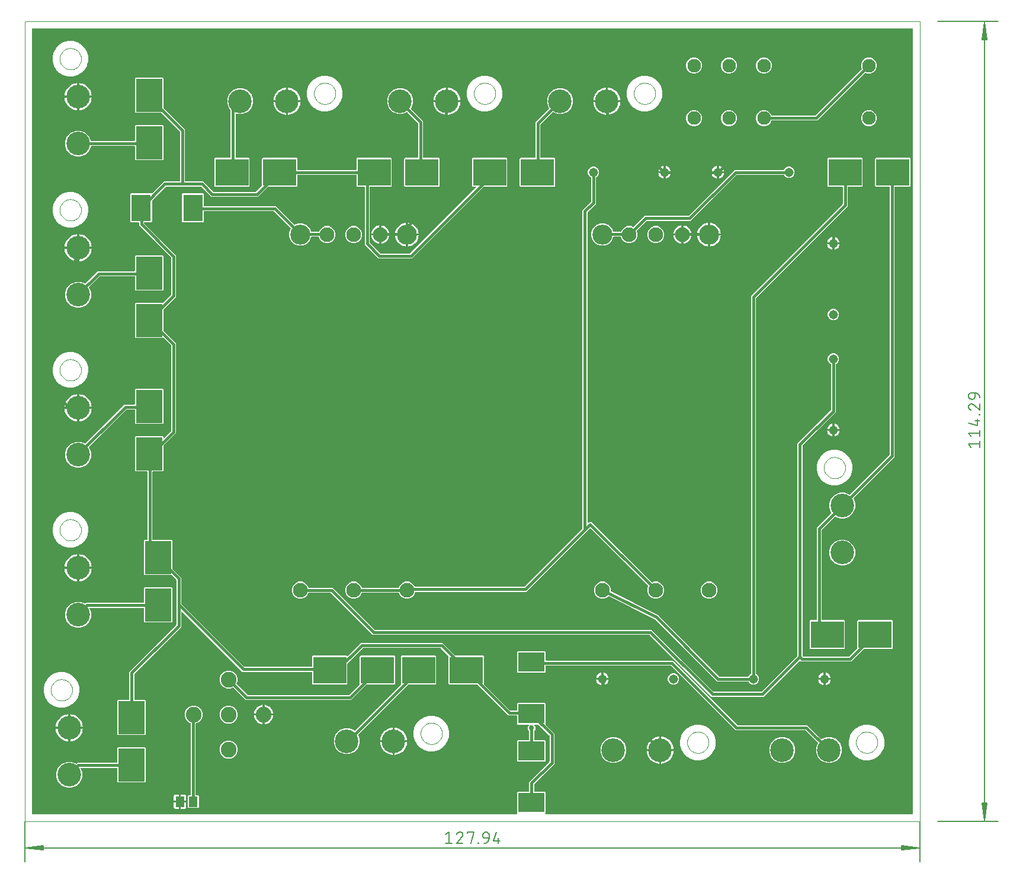
<source format=gtl>
G04 EAGLE Gerber RS-274X export*
G04 #@! %TF.Part,Single*
G04 #@! %TF.FileFunction,Other,Top Copper*
G04 #@! %TF.FilePolarity,Positive*
G04 #@! %TF.GenerationSoftware,Autodesk,EAGLE,9.5.2*
G04 #@! %TF.CreationDate,2020-01-10T22:13:51Z*
G75*
%MOIN*%
%FSLAX34Y34*%
%LPD*%
%INTop Copper*%
%IPPOS*%
%AMOC8*
5,1,8,0,0,1.08239X$1,22.5*%
G01*
%ADD10C,0.000000*%
%ADD11C,0.005118*%
%ADD12C,0.006000*%
%ADD13C,0.132874*%
%ADD14R,0.185039X0.149606*%
%ADD15R,0.149606X0.185039*%
%ADD16C,0.076772*%
%ADD17R,0.149606X0.110236*%
%ADD18C,0.082677*%
%ADD19C,0.112795*%
%ADD20C,0.051496*%
%ADD21C,0.088583*%
%ADD22R,0.110236X0.149606*%
%ADD23R,0.051181X0.059055*%
%ADD24C,0.015748*%
%ADD25C,0.015748*%
%ADD26C,0.029780*%

G36*
X28690Y29901D02*
X28690Y29901D01*
X28693Y29901D01*
X28694Y29902D01*
X28696Y29902D01*
X28699Y29904D01*
X28702Y29905D01*
X28703Y29906D01*
X28705Y29907D01*
X28707Y29909D01*
X28709Y29911D01*
X28710Y29912D01*
X28711Y29914D01*
X28712Y29917D01*
X28714Y29919D01*
X28714Y29921D01*
X28715Y29923D01*
X28715Y29925D01*
X28716Y29928D01*
X28716Y29930D01*
X28716Y29932D01*
X28715Y29935D01*
X28715Y29938D01*
X28714Y29940D01*
X28714Y29941D01*
X28712Y29944D01*
X28711Y29947D01*
X28709Y29949D01*
X28708Y29950D01*
X28708Y29951D01*
X28691Y29967D01*
X28691Y31120D01*
X28727Y31155D01*
X29351Y31155D01*
X29352Y31155D01*
X29353Y31155D01*
X29357Y31156D01*
X29361Y31157D01*
X29362Y31157D01*
X29363Y31158D01*
X29366Y31160D01*
X29369Y31161D01*
X29370Y31162D01*
X29371Y31163D01*
X29373Y31166D01*
X29376Y31168D01*
X29376Y31169D01*
X29377Y31170D01*
X29378Y31174D01*
X29380Y31177D01*
X29380Y31178D01*
X29380Y31179D01*
X29381Y31184D01*
X29381Y31698D01*
X30512Y32829D01*
X30514Y32832D01*
X30517Y32836D01*
X30518Y32837D01*
X30519Y32841D01*
X30520Y32845D01*
X30520Y32846D01*
X30520Y32847D01*
X30521Y32850D01*
X30521Y34310D01*
X30520Y34314D01*
X30519Y34318D01*
X30519Y34319D01*
X30519Y34320D01*
X30517Y34323D01*
X30515Y34327D01*
X30514Y34328D01*
X30514Y34329D01*
X30512Y34331D01*
X29920Y34923D01*
X29917Y34925D01*
X29914Y34928D01*
X29913Y34928D01*
X29912Y34928D01*
X29908Y34930D01*
X29905Y34931D01*
X29903Y34931D01*
X29902Y34931D01*
X29899Y34931D01*
X29696Y34931D01*
X29693Y34931D01*
X29690Y34931D01*
X29688Y34930D01*
X29686Y34930D01*
X29684Y34928D01*
X29681Y34927D01*
X29680Y34926D01*
X29678Y34925D01*
X29676Y34923D01*
X29674Y34921D01*
X29673Y34920D01*
X29671Y34918D01*
X29670Y34916D01*
X29669Y34913D01*
X29668Y34911D01*
X29667Y34910D01*
X29667Y34907D01*
X29667Y34904D01*
X29667Y34902D01*
X29667Y34900D01*
X29667Y34897D01*
X29668Y34894D01*
X29668Y34893D01*
X29669Y34891D01*
X29670Y34888D01*
X29672Y34886D01*
X29673Y34883D01*
X29674Y34883D01*
X29674Y34882D01*
X29675Y34881D01*
X29730Y34827D01*
X29730Y34653D01*
X29668Y34592D01*
X29666Y34588D01*
X29663Y34585D01*
X29663Y34584D01*
X29662Y34584D01*
X29661Y34580D01*
X29660Y34576D01*
X29660Y34575D01*
X29660Y34574D01*
X29659Y34571D01*
X29659Y34098D01*
X29660Y34097D01*
X29660Y34096D01*
X29660Y34092D01*
X29661Y34088D01*
X29662Y34088D01*
X29662Y34086D01*
X29664Y34083D01*
X29666Y34080D01*
X29666Y34079D01*
X29667Y34078D01*
X29670Y34076D01*
X29673Y34073D01*
X29674Y34073D01*
X29674Y34072D01*
X29678Y34071D01*
X29681Y34070D01*
X29682Y34069D01*
X29683Y34069D01*
X29689Y34069D01*
X30273Y34069D01*
X30309Y34033D01*
X30309Y32880D01*
X30273Y32845D01*
X28727Y32845D01*
X28691Y32880D01*
X28691Y34033D01*
X28727Y34069D01*
X29351Y34069D01*
X29352Y34069D01*
X29353Y34069D01*
X29357Y34070D01*
X29361Y34070D01*
X29362Y34071D01*
X29363Y34071D01*
X29366Y34073D01*
X29369Y34075D01*
X29370Y34075D01*
X29371Y34076D01*
X29373Y34079D01*
X29376Y34082D01*
X29376Y34083D01*
X29377Y34084D01*
X29378Y34087D01*
X29380Y34090D01*
X29380Y34091D01*
X29380Y34092D01*
X29381Y34098D01*
X29381Y34571D01*
X29380Y34575D01*
X29379Y34579D01*
X29379Y34580D01*
X29377Y34584D01*
X29375Y34587D01*
X29375Y34588D01*
X29374Y34589D01*
X29372Y34592D01*
X29310Y34653D01*
X29310Y34827D01*
X29365Y34881D01*
X29367Y34884D01*
X29369Y34886D01*
X29369Y34888D01*
X29371Y34889D01*
X29371Y34892D01*
X29373Y34895D01*
X29373Y34897D01*
X29373Y34898D01*
X29373Y34901D01*
X29373Y34904D01*
X29373Y34906D01*
X29373Y34908D01*
X29372Y34911D01*
X29371Y34914D01*
X29370Y34915D01*
X29370Y34917D01*
X29368Y34919D01*
X29366Y34922D01*
X29365Y34923D01*
X29363Y34924D01*
X29361Y34926D01*
X29359Y34928D01*
X29357Y34928D01*
X29355Y34929D01*
X29352Y34930D01*
X29350Y34931D01*
X29347Y34931D01*
X29346Y34931D01*
X29345Y34931D01*
X29344Y34931D01*
X28727Y34931D01*
X28691Y34967D01*
X28691Y35411D01*
X28691Y35412D01*
X28691Y35413D01*
X28690Y35417D01*
X28690Y35421D01*
X28689Y35422D01*
X28689Y35423D01*
X28687Y35426D01*
X28685Y35429D01*
X28684Y35430D01*
X28684Y35431D01*
X28681Y35433D01*
X28678Y35436D01*
X28677Y35436D01*
X28676Y35437D01*
X28673Y35438D01*
X28669Y35440D01*
X28668Y35440D01*
X28667Y35440D01*
X28662Y35441D01*
X28202Y35441D01*
X26460Y37183D01*
X26457Y37185D01*
X26454Y37187D01*
X26453Y37188D01*
X26452Y37188D01*
X26448Y37189D01*
X26445Y37191D01*
X26444Y37191D01*
X26443Y37191D01*
X26442Y37191D01*
X26439Y37191D01*
X24888Y37191D01*
X24853Y37227D01*
X24853Y38778D01*
X24852Y38782D01*
X24852Y38786D01*
X24851Y38787D01*
X24849Y38791D01*
X24848Y38795D01*
X24847Y38795D01*
X24847Y38796D01*
X24846Y38796D01*
X24844Y38799D01*
X24411Y39232D01*
X24408Y39234D01*
X24404Y39237D01*
X24403Y39238D01*
X24399Y39239D01*
X24395Y39240D01*
X24394Y39240D01*
X24393Y39240D01*
X24390Y39241D01*
X20030Y39241D01*
X20026Y39240D01*
X20022Y39239D01*
X20021Y39239D01*
X20020Y39239D01*
X20017Y39237D01*
X20013Y39235D01*
X20012Y39234D01*
X20011Y39234D01*
X20009Y39232D01*
X19156Y38379D01*
X19154Y38375D01*
X19151Y38372D01*
X19150Y38371D01*
X19149Y38367D01*
X19148Y38363D01*
X19148Y38362D01*
X19148Y38361D01*
X19147Y38358D01*
X19147Y37227D01*
X19112Y37191D01*
X17211Y37191D01*
X17175Y37227D01*
X17175Y37871D01*
X17175Y37872D01*
X17175Y37873D01*
X17175Y37877D01*
X17174Y37881D01*
X17173Y37882D01*
X17173Y37883D01*
X17171Y37886D01*
X17169Y37889D01*
X17169Y37890D01*
X17168Y37891D01*
X17165Y37893D01*
X17162Y37896D01*
X17161Y37896D01*
X17161Y37897D01*
X17157Y37898D01*
X17154Y37900D01*
X17153Y37900D01*
X17152Y37900D01*
X17146Y37901D01*
X13242Y37901D01*
X9849Y41293D01*
X9847Y41295D01*
X9845Y41297D01*
X9843Y41298D01*
X9842Y41299D01*
X9839Y41300D01*
X9836Y41301D01*
X9834Y41301D01*
X9832Y41302D01*
X9830Y41302D01*
X9827Y41302D01*
X9825Y41301D01*
X9823Y41301D01*
X9820Y41300D01*
X9817Y41300D01*
X9816Y41299D01*
X9814Y41298D01*
X9812Y41296D01*
X9809Y41294D01*
X9808Y41293D01*
X9807Y41292D01*
X9805Y41289D01*
X9803Y41287D01*
X9803Y41285D01*
X9802Y41284D01*
X9801Y41281D01*
X9800Y41278D01*
X9800Y41275D01*
X9800Y41274D01*
X9799Y41273D01*
X9799Y40422D01*
X7168Y37791D01*
X7166Y37788D01*
X7163Y37784D01*
X7162Y37783D01*
X7161Y37779D01*
X7160Y37775D01*
X7160Y37774D01*
X7160Y37773D01*
X7159Y37770D01*
X7159Y36354D01*
X7160Y36353D01*
X7160Y36352D01*
X7160Y36348D01*
X7161Y36344D01*
X7162Y36343D01*
X7162Y36342D01*
X7164Y36339D01*
X7166Y36336D01*
X7166Y36335D01*
X7167Y36334D01*
X7170Y36332D01*
X7173Y36329D01*
X7174Y36329D01*
X7174Y36328D01*
X7178Y36327D01*
X7181Y36325D01*
X7182Y36325D01*
X7183Y36325D01*
X7189Y36325D01*
X7773Y36325D01*
X7809Y36289D01*
X7809Y34388D01*
X7773Y34353D01*
X6227Y34353D01*
X6191Y34388D01*
X6191Y36289D01*
X6227Y36325D01*
X6851Y36325D01*
X6852Y36325D01*
X6853Y36325D01*
X6857Y36325D01*
X6861Y36326D01*
X6862Y36327D01*
X6863Y36327D01*
X6866Y36329D01*
X6869Y36331D01*
X6870Y36331D01*
X6871Y36332D01*
X6873Y36335D01*
X6876Y36338D01*
X6876Y36339D01*
X6877Y36339D01*
X6878Y36343D01*
X6880Y36346D01*
X6880Y36347D01*
X6880Y36348D01*
X6881Y36354D01*
X6881Y37898D01*
X9512Y40529D01*
X9514Y40532D01*
X9517Y40536D01*
X9518Y40537D01*
X9519Y40541D01*
X9520Y40545D01*
X9520Y40546D01*
X9520Y40547D01*
X9521Y40550D01*
X9521Y43070D01*
X9520Y43074D01*
X9519Y43078D01*
X9519Y43079D01*
X9519Y43080D01*
X9517Y43083D01*
X9515Y43087D01*
X9514Y43088D01*
X9514Y43089D01*
X9512Y43091D01*
X9259Y43344D01*
X9255Y43346D01*
X9252Y43349D01*
X9251Y43350D01*
X9247Y43351D01*
X9243Y43352D01*
X9242Y43352D01*
X9241Y43352D01*
X9238Y43353D01*
X7727Y43353D01*
X7691Y43388D01*
X7691Y45289D01*
X7727Y45325D01*
X7871Y45325D01*
X7872Y45325D01*
X7873Y45325D01*
X7877Y45325D01*
X7881Y45326D01*
X7882Y45327D01*
X7883Y45327D01*
X7886Y45329D01*
X7889Y45331D01*
X7890Y45331D01*
X7891Y45332D01*
X7893Y45335D01*
X7896Y45338D01*
X7896Y45339D01*
X7897Y45339D01*
X7898Y45343D01*
X7900Y45346D01*
X7900Y45347D01*
X7900Y45348D01*
X7901Y45354D01*
X7901Y49146D01*
X7900Y49147D01*
X7900Y49148D01*
X7900Y49152D01*
X7899Y49156D01*
X7898Y49157D01*
X7898Y49158D01*
X7896Y49161D01*
X7894Y49164D01*
X7894Y49165D01*
X7893Y49166D01*
X7890Y49168D01*
X7887Y49171D01*
X7886Y49171D01*
X7886Y49172D01*
X7882Y49173D01*
X7879Y49175D01*
X7878Y49175D01*
X7877Y49175D01*
X7871Y49175D01*
X7227Y49175D01*
X7191Y49211D01*
X7191Y51112D01*
X7227Y51147D01*
X8773Y51147D01*
X8809Y51112D01*
X8809Y51097D01*
X8809Y51094D01*
X8809Y51091D01*
X8810Y51089D01*
X8810Y51087D01*
X8812Y51085D01*
X8813Y51082D01*
X8814Y51080D01*
X8815Y51079D01*
X8817Y51077D01*
X8819Y51075D01*
X8820Y51074D01*
X8822Y51072D01*
X8825Y51071D01*
X8827Y51070D01*
X8829Y51069D01*
X8831Y51068D01*
X8834Y51068D01*
X8836Y51067D01*
X8838Y51068D01*
X8840Y51067D01*
X8843Y51068D01*
X8846Y51068D01*
X8848Y51069D01*
X8849Y51070D01*
X8852Y51071D01*
X8855Y51073D01*
X8857Y51074D01*
X8858Y51075D01*
X8859Y51076D01*
X9232Y51449D01*
X9234Y51452D01*
X9237Y51456D01*
X9238Y51457D01*
X9239Y51461D01*
X9240Y51465D01*
X9240Y51466D01*
X9240Y51467D01*
X9241Y51470D01*
X9241Y56250D01*
X9240Y56254D01*
X9239Y56258D01*
X9239Y56259D01*
X9239Y56260D01*
X9237Y56263D01*
X9235Y56267D01*
X9234Y56268D01*
X9234Y56269D01*
X9232Y56271D01*
X8821Y56682D01*
X8820Y56682D01*
X8819Y56683D01*
X8816Y56685D01*
X8813Y56687D01*
X8812Y56688D01*
X8811Y56688D01*
X8808Y56689D01*
X8804Y56690D01*
X8803Y56690D01*
X8802Y56690D01*
X8798Y56690D01*
X8794Y56690D01*
X8793Y56689D01*
X8792Y56689D01*
X8789Y56688D01*
X8785Y56686D01*
X8784Y56685D01*
X8780Y56682D01*
X8773Y56675D01*
X7227Y56675D01*
X7191Y56711D01*
X7191Y58612D01*
X7227Y58647D01*
X8758Y58647D01*
X8762Y58648D01*
X8766Y58648D01*
X8767Y58649D01*
X8771Y58651D01*
X8775Y58652D01*
X8775Y58653D01*
X8776Y58653D01*
X8776Y58654D01*
X8779Y58656D01*
X9232Y59109D01*
X9234Y59112D01*
X9237Y59116D01*
X9238Y59117D01*
X9239Y59121D01*
X9240Y59125D01*
X9240Y59126D01*
X9240Y59127D01*
X9241Y59130D01*
X9241Y61190D01*
X9240Y61194D01*
X9239Y61198D01*
X9239Y61199D01*
X9239Y61200D01*
X9237Y61203D01*
X9235Y61207D01*
X9234Y61208D01*
X9234Y61209D01*
X9232Y61211D01*
X7421Y63022D01*
X7421Y63162D01*
X7420Y63163D01*
X7420Y63164D01*
X7420Y63168D01*
X7419Y63171D01*
X7418Y63172D01*
X7418Y63173D01*
X7416Y63177D01*
X7414Y63180D01*
X7414Y63181D01*
X7413Y63181D01*
X7410Y63184D01*
X7407Y63186D01*
X7406Y63187D01*
X7402Y63189D01*
X7399Y63190D01*
X7398Y63190D01*
X7397Y63191D01*
X7391Y63191D01*
X6967Y63191D01*
X6931Y63227D01*
X6931Y64773D01*
X6967Y64809D01*
X8122Y64809D01*
X8123Y64808D01*
X8124Y64808D01*
X8125Y64807D01*
X8128Y64806D01*
X8132Y64805D01*
X8133Y64805D01*
X8134Y64805D01*
X8138Y64805D01*
X8141Y64806D01*
X8142Y64806D01*
X8143Y64806D01*
X8147Y64808D01*
X8150Y64809D01*
X8151Y64810D01*
X8152Y64810D01*
X8156Y64814D01*
X8822Y65479D01*
X9711Y65479D01*
X9712Y65480D01*
X9713Y65480D01*
X9717Y65480D01*
X9721Y65481D01*
X9722Y65482D01*
X9723Y65482D01*
X9726Y65484D01*
X9729Y65486D01*
X9730Y65486D01*
X9731Y65487D01*
X9733Y65490D01*
X9736Y65493D01*
X9736Y65494D01*
X9737Y65494D01*
X9738Y65498D01*
X9740Y65501D01*
X9740Y65502D01*
X9740Y65503D01*
X9741Y65509D01*
X9741Y68270D01*
X9740Y68274D01*
X9739Y68278D01*
X9739Y68279D01*
X9739Y68280D01*
X9737Y68283D01*
X9735Y68287D01*
X9734Y68288D01*
X9734Y68289D01*
X9732Y68291D01*
X8679Y69344D01*
X8675Y69346D01*
X8672Y69349D01*
X8671Y69350D01*
X8667Y69351D01*
X8663Y69352D01*
X8662Y69352D01*
X8661Y69352D01*
X8658Y69353D01*
X7227Y69353D01*
X7191Y69388D01*
X7191Y71289D01*
X7227Y71325D01*
X8773Y71325D01*
X8809Y71289D01*
X8809Y69621D01*
X8809Y69620D01*
X8809Y69619D01*
X8809Y69618D01*
X8809Y69617D01*
X8810Y69613D01*
X8810Y69612D01*
X8810Y69611D01*
X8812Y69608D01*
X8814Y69604D01*
X8815Y69603D01*
X8815Y69602D01*
X8817Y69600D01*
X9929Y68488D01*
X10019Y68398D01*
X10019Y65509D01*
X10020Y65508D01*
X10020Y65507D01*
X10020Y65503D01*
X10021Y65499D01*
X10022Y65498D01*
X10022Y65497D01*
X10024Y65494D01*
X10026Y65491D01*
X10026Y65490D01*
X10027Y65489D01*
X10030Y65487D01*
X10033Y65484D01*
X10034Y65484D01*
X10034Y65483D01*
X10038Y65482D01*
X10041Y65480D01*
X10042Y65480D01*
X10043Y65480D01*
X10049Y65479D01*
X11028Y65479D01*
X11599Y64908D01*
X11602Y64906D01*
X11606Y64903D01*
X11607Y64902D01*
X11611Y64901D01*
X11615Y64900D01*
X11616Y64900D01*
X11617Y64900D01*
X11620Y64899D01*
X13990Y64899D01*
X13994Y64900D01*
X13998Y64901D01*
X13999Y64901D01*
X14000Y64901D01*
X14003Y64903D01*
X14007Y64905D01*
X14008Y64906D01*
X14009Y64906D01*
X14011Y64908D01*
X14344Y65241D01*
X14346Y65245D01*
X14349Y65248D01*
X14350Y65249D01*
X14351Y65253D01*
X14352Y65257D01*
X14352Y65258D01*
X14352Y65259D01*
X14353Y65262D01*
X14353Y66773D01*
X14388Y66809D01*
X16289Y66809D01*
X16325Y66773D01*
X16325Y66169D01*
X16325Y66168D01*
X16325Y66167D01*
X16325Y66163D01*
X16326Y66159D01*
X16327Y66158D01*
X16327Y66157D01*
X16329Y66154D01*
X16331Y66151D01*
X16331Y66150D01*
X16332Y66149D01*
X16335Y66147D01*
X16338Y66144D01*
X16339Y66144D01*
X16339Y66143D01*
X16343Y66142D01*
X16346Y66140D01*
X16347Y66140D01*
X16348Y66140D01*
X16354Y66139D01*
X19646Y66139D01*
X19647Y66140D01*
X19648Y66140D01*
X19652Y66140D01*
X19656Y66141D01*
X19657Y66142D01*
X19658Y66142D01*
X19661Y66144D01*
X19664Y66146D01*
X19665Y66146D01*
X19666Y66147D01*
X19668Y66150D01*
X19671Y66153D01*
X19671Y66154D01*
X19672Y66154D01*
X19673Y66158D01*
X19675Y66161D01*
X19675Y66162D01*
X19675Y66163D01*
X19675Y66169D01*
X19675Y66773D01*
X19711Y66809D01*
X21612Y66809D01*
X21647Y66773D01*
X21647Y65227D01*
X21612Y65191D01*
X20429Y65191D01*
X20428Y65191D01*
X20427Y65191D01*
X20423Y65190D01*
X20419Y65190D01*
X20418Y65189D01*
X20417Y65189D01*
X20414Y65187D01*
X20411Y65185D01*
X20410Y65184D01*
X20409Y65184D01*
X20407Y65181D01*
X20404Y65178D01*
X20404Y65177D01*
X20403Y65176D01*
X20402Y65173D01*
X20400Y65169D01*
X20400Y65168D01*
X20400Y65167D01*
X20399Y65162D01*
X20399Y62050D01*
X20400Y62046D01*
X20401Y62042D01*
X20401Y62041D01*
X20401Y62040D01*
X20403Y62037D01*
X20405Y62033D01*
X20406Y62032D01*
X20406Y62031D01*
X20408Y62029D01*
X20989Y61448D01*
X20992Y61446D01*
X20996Y61443D01*
X20997Y61442D01*
X21001Y61441D01*
X21005Y61440D01*
X21006Y61440D01*
X21007Y61440D01*
X21010Y61439D01*
X22670Y61439D01*
X22674Y61440D01*
X22678Y61441D01*
X22679Y61441D01*
X22680Y61441D01*
X22683Y61443D01*
X22687Y61445D01*
X22688Y61446D01*
X22689Y61446D01*
X22691Y61448D01*
X26384Y65141D01*
X26386Y65144D01*
X26388Y65146D01*
X26388Y65148D01*
X26390Y65149D01*
X26390Y65152D01*
X26392Y65155D01*
X26392Y65156D01*
X26392Y65158D01*
X26392Y65161D01*
X26393Y65164D01*
X26392Y65166D01*
X26392Y65168D01*
X26391Y65171D01*
X26390Y65173D01*
X26389Y65175D01*
X26389Y65177D01*
X26387Y65179D01*
X26385Y65181D01*
X26384Y65183D01*
X26382Y65184D01*
X26380Y65186D01*
X26378Y65187D01*
X26376Y65188D01*
X26374Y65189D01*
X26371Y65190D01*
X26369Y65191D01*
X26366Y65191D01*
X26365Y65191D01*
X26364Y65191D01*
X26363Y65191D01*
X26211Y65191D01*
X26175Y65227D01*
X26175Y66773D01*
X26211Y66809D01*
X28112Y66809D01*
X28147Y66773D01*
X28147Y65227D01*
X28112Y65191D01*
X26841Y65191D01*
X26837Y65191D01*
X26833Y65190D01*
X26832Y65190D01*
X26831Y65190D01*
X26828Y65188D01*
X26824Y65186D01*
X26823Y65185D01*
X26822Y65185D01*
X26820Y65183D01*
X22798Y61161D01*
X20882Y61161D01*
X20121Y61922D01*
X20121Y65162D01*
X20120Y65163D01*
X20120Y65164D01*
X20120Y65168D01*
X20119Y65171D01*
X20118Y65172D01*
X20118Y65173D01*
X20116Y65177D01*
X20114Y65180D01*
X20114Y65181D01*
X20113Y65181D01*
X20110Y65184D01*
X20107Y65186D01*
X20106Y65187D01*
X20102Y65189D01*
X20099Y65190D01*
X20098Y65190D01*
X20097Y65191D01*
X20091Y65191D01*
X19711Y65191D01*
X19675Y65227D01*
X19675Y65831D01*
X19675Y65832D01*
X19675Y65833D01*
X19675Y65837D01*
X19674Y65841D01*
X19673Y65842D01*
X19673Y65843D01*
X19671Y65846D01*
X19669Y65849D01*
X19669Y65850D01*
X19668Y65851D01*
X19665Y65853D01*
X19662Y65856D01*
X19661Y65856D01*
X19661Y65857D01*
X19657Y65858D01*
X19654Y65860D01*
X19653Y65860D01*
X19652Y65860D01*
X19646Y65861D01*
X16354Y65861D01*
X16353Y65860D01*
X16352Y65860D01*
X16348Y65860D01*
X16344Y65859D01*
X16343Y65858D01*
X16342Y65858D01*
X16339Y65856D01*
X16336Y65854D01*
X16335Y65854D01*
X16334Y65853D01*
X16332Y65850D01*
X16329Y65847D01*
X16329Y65846D01*
X16328Y65846D01*
X16327Y65842D01*
X16325Y65839D01*
X16325Y65838D01*
X16325Y65837D01*
X16325Y65831D01*
X16325Y65227D01*
X16289Y65191D01*
X14701Y65191D01*
X14697Y65191D01*
X14693Y65190D01*
X14692Y65190D01*
X14691Y65190D01*
X14688Y65188D01*
X14684Y65186D01*
X14683Y65185D01*
X14682Y65185D01*
X14680Y65183D01*
X14118Y64621D01*
X11492Y64621D01*
X10921Y65192D01*
X10918Y65194D01*
X10914Y65197D01*
X10913Y65198D01*
X10909Y65199D01*
X10905Y65200D01*
X10904Y65200D01*
X10903Y65200D01*
X10900Y65201D01*
X8950Y65201D01*
X8946Y65200D01*
X8942Y65199D01*
X8941Y65199D01*
X8940Y65199D01*
X8937Y65197D01*
X8933Y65195D01*
X8932Y65194D01*
X8931Y65194D01*
X8929Y65192D01*
X8164Y64427D01*
X8161Y64423D01*
X8159Y64420D01*
X8159Y64419D01*
X8158Y64419D01*
X8157Y64415D01*
X8156Y64411D01*
X8156Y64410D01*
X8155Y64410D01*
X8156Y64409D01*
X8155Y64406D01*
X8155Y63227D01*
X8120Y63191D01*
X7729Y63191D01*
X7728Y63191D01*
X7727Y63191D01*
X7723Y63190D01*
X7719Y63190D01*
X7718Y63189D01*
X7717Y63189D01*
X7714Y63187D01*
X7711Y63185D01*
X7710Y63184D01*
X7709Y63184D01*
X7707Y63181D01*
X7704Y63178D01*
X7704Y63177D01*
X7703Y63176D01*
X7702Y63173D01*
X7700Y63169D01*
X7700Y63168D01*
X7700Y63167D01*
X7699Y63162D01*
X7699Y63150D01*
X7700Y63146D01*
X7701Y63142D01*
X7701Y63141D01*
X7701Y63140D01*
X7703Y63137D01*
X7705Y63133D01*
X7706Y63132D01*
X7706Y63131D01*
X7708Y63129D01*
X9519Y61318D01*
X9519Y59002D01*
X8817Y58300D01*
X8815Y58297D01*
X8813Y58294D01*
X8812Y58293D01*
X8812Y58292D01*
X8811Y58288D01*
X8809Y58285D01*
X8809Y58284D01*
X8809Y58283D01*
X8809Y58282D01*
X8809Y58279D01*
X8809Y57101D01*
X8809Y57097D01*
X8810Y57093D01*
X8810Y57092D01*
X8810Y57091D01*
X8812Y57088D01*
X8814Y57084D01*
X8815Y57083D01*
X8815Y57082D01*
X8817Y57080D01*
X9519Y56378D01*
X9519Y51342D01*
X8817Y50640D01*
X8815Y50637D01*
X8813Y50634D01*
X8812Y50633D01*
X8812Y50632D01*
X8811Y50628D01*
X8809Y50625D01*
X8809Y50624D01*
X8809Y50623D01*
X8809Y50622D01*
X8809Y50619D01*
X8809Y49211D01*
X8773Y49175D01*
X8209Y49175D01*
X8208Y49175D01*
X8207Y49175D01*
X8203Y49175D01*
X8199Y49174D01*
X8198Y49173D01*
X8197Y49173D01*
X8194Y49171D01*
X8191Y49169D01*
X8190Y49169D01*
X8189Y49168D01*
X8187Y49165D01*
X8184Y49162D01*
X8184Y49161D01*
X8183Y49161D01*
X8182Y49157D01*
X8180Y49154D01*
X8180Y49153D01*
X8180Y49152D01*
X8179Y49146D01*
X8179Y45354D01*
X8180Y45353D01*
X8180Y45352D01*
X8180Y45348D01*
X8181Y45344D01*
X8182Y45343D01*
X8182Y45342D01*
X8184Y45339D01*
X8186Y45336D01*
X8186Y45335D01*
X8187Y45334D01*
X8190Y45332D01*
X8193Y45329D01*
X8194Y45329D01*
X8194Y45328D01*
X8198Y45327D01*
X8201Y45325D01*
X8202Y45325D01*
X8203Y45325D01*
X8209Y45325D01*
X9273Y45325D01*
X9309Y45289D01*
X9309Y43701D01*
X9309Y43697D01*
X9310Y43693D01*
X9310Y43692D01*
X9310Y43691D01*
X9312Y43688D01*
X9314Y43684D01*
X9315Y43683D01*
X9315Y43682D01*
X9317Y43680D01*
X9799Y43198D01*
X9799Y41750D01*
X9800Y41746D01*
X9801Y41742D01*
X9801Y41741D01*
X9801Y41740D01*
X9803Y41737D01*
X9805Y41733D01*
X9806Y41732D01*
X9806Y41731D01*
X9808Y41729D01*
X13349Y38188D01*
X13352Y38186D01*
X13356Y38183D01*
X13357Y38182D01*
X13361Y38181D01*
X13365Y38180D01*
X13366Y38180D01*
X13367Y38180D01*
X13370Y38179D01*
X17146Y38179D01*
X17147Y38180D01*
X17148Y38180D01*
X17152Y38180D01*
X17156Y38181D01*
X17157Y38182D01*
X17158Y38182D01*
X17161Y38184D01*
X17164Y38186D01*
X17165Y38186D01*
X17166Y38187D01*
X17168Y38190D01*
X17171Y38193D01*
X17171Y38194D01*
X17172Y38194D01*
X17173Y38198D01*
X17175Y38201D01*
X17175Y38202D01*
X17175Y38203D01*
X17175Y38209D01*
X17175Y38773D01*
X17211Y38809D01*
X19112Y38809D01*
X19131Y38790D01*
X19132Y38789D01*
X19132Y38788D01*
X19136Y38786D01*
X19139Y38784D01*
X19140Y38784D01*
X19141Y38783D01*
X19144Y38782D01*
X19148Y38781D01*
X19149Y38781D01*
X19150Y38781D01*
X19154Y38781D01*
X19157Y38782D01*
X19158Y38782D01*
X19159Y38782D01*
X19163Y38784D01*
X19166Y38785D01*
X19167Y38786D01*
X19168Y38786D01*
X19172Y38790D01*
X19902Y39519D01*
X24518Y39519D01*
X25220Y38817D01*
X25223Y38815D01*
X25226Y38813D01*
X25227Y38812D01*
X25228Y38812D01*
X25232Y38811D01*
X25235Y38809D01*
X25236Y38809D01*
X25237Y38809D01*
X25238Y38809D01*
X25241Y38809D01*
X26789Y38809D01*
X26825Y38773D01*
X26825Y37225D01*
X26825Y37221D01*
X26826Y37217D01*
X26826Y37216D01*
X26826Y37215D01*
X26828Y37212D01*
X26830Y37208D01*
X26830Y37207D01*
X26831Y37207D01*
X26831Y37206D01*
X26833Y37204D01*
X28309Y35728D01*
X28312Y35726D01*
X28316Y35723D01*
X28317Y35722D01*
X28321Y35721D01*
X28325Y35720D01*
X28326Y35720D01*
X28327Y35720D01*
X28330Y35719D01*
X28662Y35719D01*
X28663Y35720D01*
X28664Y35720D01*
X28668Y35720D01*
X28671Y35721D01*
X28672Y35722D01*
X28673Y35722D01*
X28677Y35724D01*
X28680Y35726D01*
X28681Y35726D01*
X28681Y35727D01*
X28684Y35730D01*
X28686Y35733D01*
X28687Y35734D01*
X28689Y35738D01*
X28690Y35741D01*
X28690Y35742D01*
X28691Y35743D01*
X28691Y35749D01*
X28691Y36120D01*
X28727Y36155D01*
X30273Y36155D01*
X30309Y36120D01*
X30309Y34967D01*
X30307Y34964D01*
X30305Y34961D01*
X30304Y34960D01*
X30304Y34959D01*
X30303Y34955D01*
X30302Y34951D01*
X30302Y34950D01*
X30302Y34949D01*
X30302Y34946D01*
X30302Y34942D01*
X30303Y34941D01*
X30303Y34940D01*
X30304Y34936D01*
X30306Y34933D01*
X30306Y34932D01*
X30307Y34931D01*
X30310Y34927D01*
X30799Y34438D01*
X30799Y32722D01*
X29668Y31591D01*
X29666Y31588D01*
X29663Y31584D01*
X29662Y31583D01*
X29661Y31579D01*
X29660Y31575D01*
X29660Y31574D01*
X29660Y31573D01*
X29659Y31570D01*
X29659Y31184D01*
X29660Y31183D01*
X29660Y31182D01*
X29660Y31179D01*
X29661Y31175D01*
X29662Y31174D01*
X29662Y31173D01*
X29664Y31170D01*
X29666Y31167D01*
X29666Y31166D01*
X29667Y31165D01*
X29670Y31163D01*
X29673Y31160D01*
X29674Y31160D01*
X29674Y31159D01*
X29678Y31158D01*
X29681Y31156D01*
X29682Y31156D01*
X29683Y31156D01*
X29689Y31155D01*
X30273Y31155D01*
X30309Y31120D01*
X30309Y29967D01*
X30292Y29951D01*
X30291Y29948D01*
X30289Y29946D01*
X30288Y29944D01*
X30287Y29943D01*
X30286Y29940D01*
X30285Y29937D01*
X30285Y29936D01*
X30284Y29934D01*
X30284Y29931D01*
X30284Y29928D01*
X30284Y29926D01*
X30285Y29924D01*
X30286Y29921D01*
X30286Y29919D01*
X30287Y29917D01*
X30288Y29915D01*
X30290Y29913D01*
X30291Y29911D01*
X30293Y29909D01*
X30294Y29908D01*
X30297Y29906D01*
X30299Y29905D01*
X30301Y29904D01*
X30302Y29903D01*
X30305Y29902D01*
X30308Y29901D01*
X30311Y29901D01*
X30312Y29901D01*
X30313Y29901D01*
X50940Y29901D01*
X50941Y29901D01*
X50942Y29901D01*
X50946Y29902D01*
X50950Y29902D01*
X50950Y29903D01*
X50951Y29903D01*
X50955Y29905D01*
X50958Y29907D01*
X50959Y29908D01*
X50960Y29908D01*
X50962Y29911D01*
X50964Y29914D01*
X50965Y29915D01*
X50966Y29916D01*
X50967Y29919D01*
X50968Y29923D01*
X50968Y29924D01*
X50969Y29925D01*
X50969Y29930D01*
X50969Y74066D01*
X50969Y74067D01*
X50969Y74068D01*
X50968Y74072D01*
X50968Y74076D01*
X50967Y74076D01*
X50967Y74077D01*
X50965Y74081D01*
X50963Y74084D01*
X50962Y74085D01*
X50962Y74086D01*
X50959Y74088D01*
X50956Y74090D01*
X50955Y74091D01*
X50954Y74092D01*
X50951Y74093D01*
X50948Y74094D01*
X50946Y74094D01*
X50945Y74095D01*
X50940Y74095D01*
X1430Y74095D01*
X1429Y74095D01*
X1428Y74095D01*
X1424Y74094D01*
X1421Y74094D01*
X1420Y74093D01*
X1419Y74093D01*
X1415Y74091D01*
X1412Y74089D01*
X1411Y74088D01*
X1408Y74085D01*
X1406Y74082D01*
X1405Y74081D01*
X1405Y74080D01*
X1403Y74077D01*
X1402Y74073D01*
X1402Y74072D01*
X1401Y74071D01*
X1401Y74066D01*
X1401Y29930D01*
X1401Y29929D01*
X1401Y29928D01*
X1402Y29924D01*
X1402Y29921D01*
X1403Y29920D01*
X1403Y29919D01*
X1405Y29915D01*
X1407Y29912D01*
X1408Y29911D01*
X1411Y29908D01*
X1414Y29906D01*
X1415Y29905D01*
X1416Y29905D01*
X1419Y29903D01*
X1423Y29902D01*
X1424Y29902D01*
X1425Y29901D01*
X1430Y29901D01*
X28687Y29901D01*
X28690Y29901D01*
G37*
%LPC*%
G36*
X39642Y36501D02*
X39642Y36501D01*
X36171Y39972D01*
X36168Y39974D01*
X36164Y39977D01*
X36163Y39978D01*
X36159Y39979D01*
X36155Y39980D01*
X36154Y39980D01*
X36153Y39980D01*
X36150Y39981D01*
X20582Y39981D01*
X18231Y42332D01*
X18228Y42334D01*
X18224Y42337D01*
X18223Y42338D01*
X18219Y42339D01*
X18215Y42340D01*
X18214Y42340D01*
X18213Y42340D01*
X18210Y42341D01*
X16967Y42341D01*
X16967Y42340D01*
X16966Y42341D01*
X16962Y42340D01*
X16957Y42339D01*
X16953Y42337D01*
X16949Y42334D01*
X16945Y42331D01*
X16942Y42327D01*
X16940Y42322D01*
X16902Y42231D01*
X16769Y42098D01*
X16594Y42026D01*
X16406Y42026D01*
X16231Y42098D01*
X16098Y42231D01*
X16026Y42406D01*
X16026Y42594D01*
X16098Y42769D01*
X16231Y42902D01*
X16406Y42974D01*
X16594Y42974D01*
X16769Y42902D01*
X16902Y42769D01*
X16956Y42638D01*
X16956Y42637D01*
X16959Y42633D01*
X16961Y42629D01*
X16965Y42626D01*
X16969Y42623D01*
X16973Y42622D01*
X16978Y42620D01*
X16983Y42619D01*
X18338Y42619D01*
X20689Y40268D01*
X20692Y40266D01*
X20696Y40263D01*
X20697Y40262D01*
X20701Y40261D01*
X20705Y40260D01*
X20706Y40260D01*
X20707Y40260D01*
X20710Y40259D01*
X36278Y40259D01*
X39749Y36788D01*
X39752Y36786D01*
X39756Y36783D01*
X39757Y36782D01*
X39761Y36781D01*
X39765Y36780D01*
X39766Y36780D01*
X39767Y36780D01*
X39770Y36779D01*
X42450Y36779D01*
X42454Y36780D01*
X42458Y36781D01*
X42459Y36781D01*
X42460Y36781D01*
X42463Y36783D01*
X42467Y36785D01*
X42468Y36786D01*
X42469Y36786D01*
X42471Y36788D01*
X44472Y38789D01*
X44474Y38792D01*
X44477Y38796D01*
X44478Y38797D01*
X44479Y38801D01*
X44480Y38805D01*
X44480Y38806D01*
X44480Y38807D01*
X44481Y38810D01*
X44481Y50748D01*
X46352Y52619D01*
X46354Y52622D01*
X46357Y52626D01*
X46358Y52627D01*
X46359Y52631D01*
X46360Y52635D01*
X46360Y52636D01*
X46360Y52637D01*
X46361Y52640D01*
X46361Y55194D01*
X46360Y55194D01*
X46361Y55194D01*
X46360Y55199D01*
X46359Y55203D01*
X46357Y55208D01*
X46354Y55212D01*
X46351Y55215D01*
X46347Y55218D01*
X46342Y55221D01*
X46320Y55230D01*
X46230Y55320D01*
X46182Y55437D01*
X46182Y55563D01*
X46230Y55680D01*
X46320Y55770D01*
X46437Y55818D01*
X46563Y55818D01*
X46680Y55770D01*
X46770Y55680D01*
X46818Y55563D01*
X46818Y55437D01*
X46770Y55320D01*
X46680Y55230D01*
X46658Y55221D01*
X46657Y55221D01*
X46653Y55218D01*
X46649Y55216D01*
X46646Y55212D01*
X46643Y55208D01*
X46642Y55204D01*
X46640Y55199D01*
X46639Y55194D01*
X46639Y52512D01*
X44768Y50641D01*
X44766Y50638D01*
X44763Y50634D01*
X44762Y50633D01*
X44761Y50629D01*
X44760Y50625D01*
X44760Y50624D01*
X44760Y50623D01*
X44759Y50620D01*
X44759Y38810D01*
X44760Y38806D01*
X44761Y38802D01*
X44761Y38801D01*
X44761Y38800D01*
X44763Y38797D01*
X44765Y38793D01*
X44766Y38792D01*
X44766Y38791D01*
X44768Y38789D01*
X44789Y38768D01*
X44792Y38766D01*
X44796Y38763D01*
X44797Y38762D01*
X44801Y38761D01*
X44805Y38760D01*
X44806Y38760D01*
X44807Y38760D01*
X44810Y38759D01*
X47370Y38759D01*
X47374Y38760D01*
X47378Y38761D01*
X47379Y38761D01*
X47380Y38761D01*
X47383Y38763D01*
X47387Y38765D01*
X47388Y38766D01*
X47389Y38766D01*
X47391Y38768D01*
X47844Y39221D01*
X47846Y39225D01*
X47849Y39228D01*
X47850Y39229D01*
X47851Y39233D01*
X47852Y39237D01*
X47852Y39238D01*
X47852Y39239D01*
X47853Y39242D01*
X47853Y40773D01*
X47888Y40809D01*
X49789Y40809D01*
X49825Y40773D01*
X49825Y39227D01*
X49789Y39191D01*
X48221Y39191D01*
X48217Y39191D01*
X48213Y39190D01*
X48212Y39190D01*
X48211Y39190D01*
X48208Y39188D01*
X48204Y39186D01*
X48203Y39185D01*
X48202Y39185D01*
X48200Y39183D01*
X47498Y38481D01*
X44682Y38481D01*
X44641Y38522D01*
X44640Y38523D01*
X44639Y38523D01*
X44636Y38525D01*
X44633Y38528D01*
X44632Y38528D01*
X44631Y38528D01*
X44627Y38529D01*
X44624Y38530D01*
X44623Y38530D01*
X44622Y38531D01*
X44618Y38530D01*
X44614Y38530D01*
X44613Y38530D01*
X44612Y38530D01*
X44609Y38528D01*
X44605Y38527D01*
X44604Y38526D01*
X44603Y38525D01*
X44599Y38522D01*
X42578Y36501D01*
X39642Y36501D01*
G37*
%LPD*%
%LPC*%
G36*
X41937Y37182D02*
X41937Y37182D01*
X41820Y37230D01*
X41730Y37320D01*
X41721Y37342D01*
X41721Y37343D01*
X41718Y37347D01*
X41716Y37351D01*
X41712Y37354D01*
X41708Y37357D01*
X41704Y37358D01*
X41699Y37360D01*
X41694Y37361D01*
X39962Y37361D01*
X36461Y40862D01*
X36459Y40863D01*
X36458Y40865D01*
X36453Y40867D01*
X33862Y42163D01*
X33861Y42163D01*
X33860Y42164D01*
X33856Y42165D01*
X33853Y42166D01*
X33852Y42166D01*
X33850Y42166D01*
X33847Y42166D01*
X33843Y42166D01*
X33842Y42165D01*
X33841Y42165D01*
X33838Y42164D01*
X33834Y42162D01*
X33833Y42162D01*
X33832Y42161D01*
X33828Y42158D01*
X33769Y42098D01*
X33594Y42026D01*
X33406Y42026D01*
X33231Y42098D01*
X33098Y42231D01*
X33026Y42406D01*
X33026Y42594D01*
X33098Y42769D01*
X33231Y42902D01*
X33406Y42974D01*
X33594Y42974D01*
X33769Y42902D01*
X33902Y42769D01*
X33974Y42594D01*
X33974Y42437D01*
X33975Y42433D01*
X33975Y42429D01*
X33976Y42428D01*
X33978Y42424D01*
X33979Y42421D01*
X33980Y42420D01*
X33980Y42419D01*
X33983Y42416D01*
X33986Y42414D01*
X33987Y42413D01*
X33988Y42412D01*
X33990Y42411D01*
X36567Y41123D01*
X36571Y41121D01*
X36574Y41120D01*
X36575Y41120D01*
X36576Y41120D01*
X36577Y41120D01*
X36580Y41119D01*
X36598Y41119D01*
X36619Y41098D01*
X36621Y41097D01*
X36622Y41095D01*
X36627Y41093D01*
X36654Y41079D01*
X36660Y41062D01*
X36662Y41058D01*
X36663Y41055D01*
X36664Y41054D01*
X36664Y41053D01*
X36665Y41053D01*
X36667Y41050D01*
X40069Y37648D01*
X40072Y37646D01*
X40076Y37643D01*
X40077Y37642D01*
X40081Y37641D01*
X40085Y37640D01*
X40086Y37640D01*
X40087Y37640D01*
X40090Y37639D01*
X41694Y37639D01*
X41694Y37640D01*
X41694Y37639D01*
X41699Y37640D01*
X41703Y37641D01*
X41708Y37643D01*
X41712Y37646D01*
X41715Y37649D01*
X41718Y37653D01*
X41721Y37658D01*
X41730Y37680D01*
X41820Y37770D01*
X41842Y37779D01*
X41843Y37779D01*
X41846Y37782D01*
X41851Y37784D01*
X41854Y37788D01*
X41857Y37792D01*
X41858Y37796D01*
X41860Y37801D01*
X41861Y37806D01*
X41861Y59038D01*
X47012Y64189D01*
X47014Y64192D01*
X47017Y64196D01*
X47018Y64197D01*
X47019Y64201D01*
X47019Y64202D01*
X47020Y64203D01*
X47020Y64205D01*
X47020Y64206D01*
X47020Y64207D01*
X47021Y64210D01*
X47021Y65162D01*
X47020Y65163D01*
X47020Y65164D01*
X47020Y65168D01*
X47019Y65171D01*
X47018Y65172D01*
X47018Y65173D01*
X47016Y65177D01*
X47014Y65180D01*
X47014Y65181D01*
X47013Y65181D01*
X47010Y65184D01*
X47007Y65186D01*
X47006Y65187D01*
X47002Y65189D01*
X46999Y65190D01*
X46998Y65190D01*
X46997Y65191D01*
X46991Y65191D01*
X46211Y65191D01*
X46175Y65227D01*
X46175Y66773D01*
X46211Y66809D01*
X48112Y66809D01*
X48147Y66773D01*
X48147Y65227D01*
X48112Y65191D01*
X47329Y65191D01*
X47328Y65191D01*
X47327Y65191D01*
X47323Y65190D01*
X47319Y65190D01*
X47318Y65189D01*
X47317Y65189D01*
X47314Y65187D01*
X47311Y65185D01*
X47310Y65184D01*
X47309Y65184D01*
X47307Y65181D01*
X47304Y65178D01*
X47304Y65177D01*
X47303Y65176D01*
X47302Y65173D01*
X47300Y65169D01*
X47300Y65168D01*
X47300Y65167D01*
X47299Y65162D01*
X47299Y64082D01*
X42148Y58931D01*
X42146Y58928D01*
X42143Y58924D01*
X42142Y58923D01*
X42141Y58919D01*
X42140Y58915D01*
X42140Y58914D01*
X42140Y58913D01*
X42139Y58910D01*
X42139Y37806D01*
X42140Y37806D01*
X42139Y37806D01*
X42140Y37801D01*
X42141Y37797D01*
X42143Y37792D01*
X42146Y37788D01*
X42149Y37785D01*
X42153Y37782D01*
X42158Y37779D01*
X42180Y37770D01*
X42270Y37680D01*
X42318Y37563D01*
X42318Y37437D01*
X42270Y37320D01*
X42180Y37230D01*
X42063Y37182D01*
X41937Y37182D01*
G37*
%LPD*%
%LPC*%
G36*
X45211Y39191D02*
X45211Y39191D01*
X45175Y39227D01*
X45175Y40773D01*
X45211Y40809D01*
X45531Y40809D01*
X45532Y40809D01*
X45533Y40809D01*
X45537Y40810D01*
X45541Y40810D01*
X45542Y40811D01*
X45543Y40811D01*
X45546Y40813D01*
X45549Y40815D01*
X45550Y40816D01*
X45551Y40816D01*
X45553Y40819D01*
X45556Y40822D01*
X45556Y40823D01*
X45557Y40824D01*
X45558Y40827D01*
X45560Y40831D01*
X45560Y40832D01*
X45560Y40833D01*
X45561Y40838D01*
X45561Y45998D01*
X46377Y46814D01*
X46380Y46818D01*
X46382Y46822D01*
X46383Y46822D01*
X46384Y46827D01*
X46385Y46831D01*
X46385Y46836D01*
X46385Y46841D01*
X46383Y46846D01*
X46275Y47108D01*
X46275Y47396D01*
X46385Y47663D01*
X46589Y47867D01*
X46856Y47977D01*
X47144Y47977D01*
X47406Y47869D01*
X47411Y47868D01*
X47415Y47867D01*
X47420Y47867D01*
X47425Y47867D01*
X47425Y47868D01*
X47429Y47869D01*
X47433Y47871D01*
X47434Y47872D01*
X47438Y47875D01*
X49652Y50089D01*
X49654Y50092D01*
X49657Y50096D01*
X49658Y50097D01*
X49659Y50101D01*
X49660Y50105D01*
X49660Y50106D01*
X49660Y50107D01*
X49661Y50110D01*
X49661Y65162D01*
X49660Y65163D01*
X49660Y65164D01*
X49660Y65168D01*
X49659Y65171D01*
X49658Y65172D01*
X49658Y65173D01*
X49656Y65177D01*
X49654Y65180D01*
X49654Y65181D01*
X49653Y65181D01*
X49650Y65184D01*
X49647Y65186D01*
X49646Y65187D01*
X49642Y65189D01*
X49639Y65190D01*
X49638Y65190D01*
X49637Y65191D01*
X49631Y65191D01*
X48888Y65191D01*
X48853Y65227D01*
X48853Y66773D01*
X48888Y66809D01*
X50789Y66809D01*
X50825Y66773D01*
X50825Y65227D01*
X50789Y65191D01*
X49969Y65191D01*
X49968Y65191D01*
X49967Y65191D01*
X49963Y65190D01*
X49959Y65190D01*
X49958Y65189D01*
X49957Y65189D01*
X49954Y65187D01*
X49951Y65185D01*
X49950Y65184D01*
X49949Y65184D01*
X49947Y65181D01*
X49944Y65178D01*
X49944Y65177D01*
X49943Y65176D01*
X49942Y65173D01*
X49940Y65169D01*
X49940Y65168D01*
X49940Y65167D01*
X49939Y65162D01*
X49939Y49982D01*
X47630Y47673D01*
X47627Y47669D01*
X47625Y47665D01*
X47624Y47665D01*
X47623Y47660D01*
X47622Y47656D01*
X47622Y47651D01*
X47622Y47646D01*
X47624Y47641D01*
X47725Y47396D01*
X47725Y47108D01*
X47615Y46841D01*
X47411Y46637D01*
X47144Y46527D01*
X46856Y46527D01*
X46611Y46628D01*
X46606Y46629D01*
X46602Y46630D01*
X46601Y46630D01*
X46597Y46630D01*
X46592Y46629D01*
X46588Y46627D01*
X46583Y46625D01*
X46579Y46622D01*
X45848Y45891D01*
X45846Y45888D01*
X45845Y45887D01*
X45843Y45884D01*
X45842Y45883D01*
X45841Y45879D01*
X45840Y45875D01*
X45840Y45874D01*
X45840Y45873D01*
X45839Y45870D01*
X45839Y40838D01*
X45840Y40837D01*
X45840Y40836D01*
X45840Y40832D01*
X45841Y40829D01*
X45842Y40828D01*
X45842Y40827D01*
X45844Y40823D01*
X45846Y40820D01*
X45846Y40819D01*
X45847Y40819D01*
X45850Y40816D01*
X45853Y40814D01*
X45854Y40813D01*
X45858Y40811D01*
X45861Y40810D01*
X45862Y40810D01*
X45863Y40809D01*
X45869Y40809D01*
X47112Y40809D01*
X47147Y40773D01*
X47147Y39227D01*
X47112Y39191D01*
X45211Y39191D01*
G37*
%LPD*%
%LPC*%
G36*
X19406Y42026D02*
X19406Y42026D01*
X19231Y42098D01*
X19098Y42231D01*
X19026Y42406D01*
X19026Y42594D01*
X19098Y42769D01*
X19231Y42902D01*
X19406Y42974D01*
X19594Y42974D01*
X19769Y42902D01*
X19902Y42769D01*
X19956Y42638D01*
X19956Y42637D01*
X19959Y42633D01*
X19961Y42629D01*
X19965Y42626D01*
X19969Y42623D01*
X19973Y42622D01*
X19978Y42620D01*
X19983Y42619D01*
X22017Y42619D01*
X22017Y42620D01*
X22017Y42619D01*
X22022Y42620D01*
X22026Y42621D01*
X22030Y42623D01*
X22035Y42626D01*
X22038Y42629D01*
X22041Y42633D01*
X22044Y42638D01*
X22098Y42769D01*
X22231Y42902D01*
X22406Y42974D01*
X22594Y42974D01*
X22769Y42902D01*
X22902Y42769D01*
X22931Y42698D01*
X22931Y42697D01*
X22934Y42693D01*
X22936Y42689D01*
X22937Y42689D01*
X22940Y42686D01*
X22944Y42683D01*
X22948Y42682D01*
X22953Y42680D01*
X22958Y42679D01*
X29090Y42679D01*
X29094Y42680D01*
X29098Y42681D01*
X29099Y42681D01*
X29100Y42681D01*
X29103Y42683D01*
X29107Y42685D01*
X29108Y42686D01*
X29109Y42686D01*
X29111Y42688D01*
X32372Y45949D01*
X32374Y45952D01*
X32377Y45956D01*
X32378Y45957D01*
X32379Y45961D01*
X32380Y45965D01*
X32380Y45966D01*
X32380Y45967D01*
X32381Y45970D01*
X32381Y63868D01*
X32852Y64339D01*
X32854Y64342D01*
X32857Y64346D01*
X32858Y64347D01*
X32859Y64351D01*
X32860Y64355D01*
X32860Y64356D01*
X32860Y64357D01*
X32861Y64360D01*
X32861Y65694D01*
X32860Y65694D01*
X32861Y65694D01*
X32860Y65699D01*
X32859Y65703D01*
X32857Y65707D01*
X32854Y65712D01*
X32851Y65715D01*
X32847Y65718D01*
X32842Y65721D01*
X32820Y65730D01*
X32730Y65820D01*
X32682Y65937D01*
X32682Y66063D01*
X32730Y66180D01*
X32820Y66270D01*
X32937Y66318D01*
X33063Y66318D01*
X33180Y66270D01*
X33270Y66180D01*
X33318Y66063D01*
X33318Y65937D01*
X33270Y65820D01*
X33180Y65730D01*
X33158Y65721D01*
X33157Y65721D01*
X33153Y65718D01*
X33149Y65716D01*
X33146Y65712D01*
X33143Y65708D01*
X33142Y65704D01*
X33140Y65699D01*
X33139Y65694D01*
X33139Y64232D01*
X32668Y63761D01*
X32666Y63758D01*
X32663Y63754D01*
X32662Y63753D01*
X32661Y63749D01*
X32660Y63745D01*
X32660Y63744D01*
X32660Y63743D01*
X32659Y63740D01*
X32659Y46307D01*
X32660Y46304D01*
X32660Y46302D01*
X32661Y46300D01*
X32661Y46298D01*
X32662Y46295D01*
X32663Y46293D01*
X32665Y46291D01*
X32666Y46290D01*
X32668Y46288D01*
X32670Y46285D01*
X32671Y46284D01*
X32673Y46283D01*
X32675Y46282D01*
X32678Y46280D01*
X32680Y46280D01*
X32681Y46279D01*
X32684Y46279D01*
X32687Y46278D01*
X32689Y46278D01*
X32691Y46278D01*
X32694Y46279D01*
X32697Y46279D01*
X32698Y46280D01*
X32700Y46280D01*
X32703Y46282D01*
X32705Y46283D01*
X32708Y46285D01*
X32708Y46286D01*
X32709Y46286D01*
X32709Y46287D01*
X32721Y46298D01*
X32762Y46339D01*
X32878Y46339D01*
X32968Y46249D01*
X36277Y42940D01*
X36281Y42937D01*
X36285Y42935D01*
X36289Y42933D01*
X36294Y42932D01*
X36299Y42932D01*
X36303Y42932D01*
X36304Y42932D01*
X36309Y42934D01*
X36406Y42974D01*
X36594Y42974D01*
X36769Y42902D01*
X36902Y42769D01*
X36974Y42594D01*
X36974Y42406D01*
X36902Y42231D01*
X36769Y42098D01*
X36594Y42026D01*
X36406Y42026D01*
X36231Y42098D01*
X36098Y42231D01*
X36026Y42406D01*
X36026Y42594D01*
X36078Y42719D01*
X36078Y42720D01*
X36079Y42724D01*
X36080Y42729D01*
X36079Y42734D01*
X36079Y42738D01*
X36079Y42739D01*
X36077Y42743D01*
X36075Y42747D01*
X36071Y42751D01*
X32841Y45982D01*
X32840Y45983D01*
X32839Y45983D01*
X32836Y45985D01*
X32833Y45988D01*
X32832Y45988D01*
X32831Y45988D01*
X32827Y45989D01*
X32824Y45990D01*
X32823Y45990D01*
X32822Y45991D01*
X32818Y45990D01*
X32814Y45990D01*
X32813Y45990D01*
X32812Y45990D01*
X32809Y45988D01*
X32805Y45987D01*
X32804Y45986D01*
X32803Y45985D01*
X32799Y45982D01*
X29218Y42401D01*
X22992Y42401D01*
X22991Y42400D01*
X22991Y42401D01*
X22987Y42400D01*
X22982Y42399D01*
X22978Y42397D01*
X22974Y42394D01*
X22973Y42394D01*
X22970Y42391D01*
X22967Y42387D01*
X22965Y42382D01*
X22902Y42231D01*
X22769Y42098D01*
X22594Y42026D01*
X22406Y42026D01*
X22231Y42098D01*
X22098Y42231D01*
X22060Y42322D01*
X22060Y42323D01*
X22058Y42327D01*
X22055Y42331D01*
X22052Y42334D01*
X22048Y42337D01*
X22043Y42338D01*
X22039Y42340D01*
X22033Y42341D01*
X19967Y42341D01*
X19967Y42340D01*
X19966Y42341D01*
X19962Y42340D01*
X19957Y42339D01*
X19953Y42337D01*
X19949Y42334D01*
X19945Y42331D01*
X19942Y42327D01*
X19940Y42322D01*
X19902Y42231D01*
X19769Y42098D01*
X19594Y42026D01*
X19406Y42026D01*
G37*
%LPD*%
%LPC*%
G36*
X46108Y32775D02*
X46108Y32775D01*
X45841Y32885D01*
X45637Y33089D01*
X45527Y33356D01*
X45527Y33644D01*
X45628Y33889D01*
X45629Y33894D01*
X45630Y33898D01*
X45630Y33899D01*
X45630Y33903D01*
X45629Y33908D01*
X45627Y33912D01*
X45625Y33917D01*
X45622Y33921D01*
X44931Y34612D01*
X44928Y34614D01*
X44924Y34617D01*
X44923Y34618D01*
X44919Y34619D01*
X44915Y34620D01*
X44914Y34620D01*
X44913Y34620D01*
X44910Y34621D01*
X40992Y34621D01*
X37361Y38252D01*
X37358Y38254D01*
X37354Y38257D01*
X37353Y38258D01*
X37349Y38259D01*
X37345Y38260D01*
X37344Y38260D01*
X37343Y38260D01*
X37340Y38261D01*
X30338Y38261D01*
X30337Y38260D01*
X30336Y38260D01*
X30332Y38260D01*
X30329Y38259D01*
X30328Y38258D01*
X30327Y38258D01*
X30323Y38256D01*
X30320Y38254D01*
X30319Y38254D01*
X30319Y38253D01*
X30316Y38250D01*
X30314Y38247D01*
X30313Y38246D01*
X30311Y38242D01*
X30310Y38239D01*
X30310Y38238D01*
X30309Y38237D01*
X30309Y38231D01*
X30309Y37880D01*
X30273Y37845D01*
X28727Y37845D01*
X28691Y37880D01*
X28691Y39033D01*
X28727Y39069D01*
X30273Y39069D01*
X30309Y39033D01*
X30309Y38569D01*
X30309Y38568D01*
X30309Y38567D01*
X30310Y38563D01*
X30310Y38559D01*
X30311Y38558D01*
X30311Y38557D01*
X30313Y38554D01*
X30315Y38551D01*
X30316Y38550D01*
X30316Y38549D01*
X30319Y38547D01*
X30322Y38544D01*
X30323Y38544D01*
X30324Y38543D01*
X30327Y38542D01*
X30331Y38540D01*
X30332Y38540D01*
X30333Y38540D01*
X30338Y38539D01*
X37468Y38539D01*
X41099Y34908D01*
X41102Y34906D01*
X41106Y34903D01*
X41107Y34902D01*
X41111Y34901D01*
X41115Y34900D01*
X41116Y34900D01*
X41117Y34900D01*
X41120Y34899D01*
X45038Y34899D01*
X45814Y34123D01*
X45818Y34120D01*
X45822Y34118D01*
X45822Y34117D01*
X45827Y34116D01*
X45831Y34115D01*
X45836Y34115D01*
X45841Y34115D01*
X45846Y34117D01*
X46108Y34225D01*
X46396Y34225D01*
X46663Y34115D01*
X46867Y33911D01*
X46977Y33644D01*
X46977Y33356D01*
X46867Y33089D01*
X46663Y32885D01*
X46396Y32775D01*
X46108Y32775D01*
G37*
%LPD*%
%LPC*%
G36*
X13429Y36311D02*
X13429Y36311D01*
X13339Y36401D01*
X12728Y37011D01*
X12728Y37012D01*
X12724Y37014D01*
X12721Y37017D01*
X12720Y37017D01*
X12716Y37018D01*
X12711Y37020D01*
X12707Y37020D01*
X12702Y37019D01*
X12696Y37018D01*
X12569Y36965D01*
X12368Y36965D01*
X12183Y37042D01*
X12042Y37183D01*
X11965Y37368D01*
X11965Y37569D01*
X12042Y37754D01*
X12183Y37895D01*
X12368Y37972D01*
X12569Y37972D01*
X12754Y37895D01*
X12895Y37754D01*
X12972Y37569D01*
X12972Y37368D01*
X12919Y37241D01*
X12919Y37240D01*
X12918Y37236D01*
X12917Y37231D01*
X12918Y37226D01*
X12918Y37222D01*
X12920Y37217D01*
X12922Y37213D01*
X12926Y37209D01*
X13536Y36598D01*
X13539Y36596D01*
X13543Y36593D01*
X13544Y36592D01*
X13548Y36591D01*
X13552Y36590D01*
X13553Y36590D01*
X13554Y36590D01*
X13557Y36589D01*
X19219Y36589D01*
X19223Y36590D01*
X19227Y36591D01*
X19228Y36591D01*
X19232Y36593D01*
X19235Y36595D01*
X19236Y36595D01*
X19237Y36596D01*
X19239Y36598D01*
X19844Y37203D01*
X19846Y37206D01*
X19849Y37209D01*
X19849Y37210D01*
X19850Y37211D01*
X19851Y37214D01*
X19852Y37218D01*
X19852Y37219D01*
X19852Y37220D01*
X19852Y37221D01*
X19853Y37223D01*
X19853Y38773D01*
X19888Y38809D01*
X21789Y38809D01*
X21825Y38773D01*
X21825Y37227D01*
X21789Y37191D01*
X20239Y37191D01*
X20235Y37191D01*
X20231Y37190D01*
X20230Y37190D01*
X20226Y37188D01*
X20223Y37186D01*
X20222Y37185D01*
X20221Y37185D01*
X20219Y37183D01*
X19346Y36311D01*
X13429Y36311D01*
G37*
%LPD*%
%LPC*%
G36*
X18970Y33275D02*
X18970Y33275D01*
X18703Y33385D01*
X18499Y33589D01*
X18389Y33856D01*
X18389Y34144D01*
X18499Y34411D01*
X18703Y34615D01*
X18970Y34725D01*
X19258Y34725D01*
X19525Y34615D01*
X19541Y34599D01*
X19542Y34598D01*
X19545Y34596D01*
X19548Y34594D01*
X19549Y34593D01*
X19550Y34593D01*
X19554Y34592D01*
X19557Y34591D01*
X19559Y34591D01*
X19560Y34591D01*
X19563Y34591D01*
X19567Y34591D01*
X19568Y34592D01*
X19569Y34592D01*
X19572Y34593D01*
X19576Y34595D01*
X19577Y34595D01*
X19578Y34596D01*
X19582Y34599D01*
X22172Y37189D01*
X22172Y37190D01*
X22173Y37191D01*
X22175Y37194D01*
X22177Y37197D01*
X22178Y37198D01*
X22178Y37199D01*
X22179Y37202D01*
X22180Y37206D01*
X22180Y37207D01*
X22180Y37208D01*
X22180Y37212D01*
X22180Y37216D01*
X22179Y37217D01*
X22179Y37218D01*
X22178Y37221D01*
X22176Y37225D01*
X22175Y37226D01*
X22175Y38773D01*
X22211Y38809D01*
X24112Y38809D01*
X24147Y38773D01*
X24147Y37227D01*
X24112Y37191D01*
X22581Y37191D01*
X22577Y37191D01*
X22573Y37190D01*
X22572Y37190D01*
X22571Y37190D01*
X22568Y37188D01*
X22564Y37186D01*
X22563Y37185D01*
X22562Y37185D01*
X22560Y37183D01*
X19760Y34383D01*
X19757Y34379D01*
X19754Y34375D01*
X19753Y34370D01*
X19752Y34366D01*
X19752Y34361D01*
X19752Y34356D01*
X19754Y34351D01*
X19839Y34144D01*
X19839Y33856D01*
X19729Y33589D01*
X19525Y33385D01*
X19258Y33275D01*
X18970Y33275D01*
G37*
%LPD*%
%LPC*%
G36*
X3856Y49389D02*
X3856Y49389D01*
X3589Y49499D01*
X3385Y49703D01*
X3275Y49970D01*
X3275Y50258D01*
X3385Y50525D01*
X3589Y50729D01*
X3856Y50839D01*
X4144Y50839D01*
X4379Y50742D01*
X4384Y50741D01*
X4388Y50740D01*
X4389Y50740D01*
X4393Y50740D01*
X4398Y50741D01*
X4402Y50743D01*
X4407Y50745D01*
X4411Y50748D01*
X6602Y52939D01*
X7162Y52939D01*
X7163Y52940D01*
X7164Y52940D01*
X7168Y52940D01*
X7171Y52941D01*
X7172Y52942D01*
X7173Y52942D01*
X7177Y52944D01*
X7180Y52946D01*
X7181Y52946D01*
X7181Y52947D01*
X7184Y52950D01*
X7186Y52953D01*
X7187Y52954D01*
X7189Y52958D01*
X7190Y52961D01*
X7190Y52962D01*
X7191Y52963D01*
X7191Y52969D01*
X7191Y53789D01*
X7227Y53825D01*
X8773Y53825D01*
X8809Y53789D01*
X8809Y51888D01*
X8773Y51853D01*
X7227Y51853D01*
X7191Y51888D01*
X7191Y52631D01*
X7191Y52632D01*
X7191Y52633D01*
X7190Y52637D01*
X7190Y52641D01*
X7189Y52642D01*
X7189Y52643D01*
X7187Y52646D01*
X7185Y52649D01*
X7184Y52650D01*
X7184Y52651D01*
X7181Y52653D01*
X7178Y52656D01*
X7177Y52656D01*
X7176Y52657D01*
X7173Y52658D01*
X7169Y52660D01*
X7168Y52660D01*
X7167Y52660D01*
X7162Y52661D01*
X6730Y52661D01*
X6726Y52660D01*
X6722Y52659D01*
X6721Y52659D01*
X6720Y52659D01*
X6717Y52657D01*
X6713Y52655D01*
X6712Y52654D01*
X6711Y52654D01*
X6709Y52652D01*
X4619Y50562D01*
X4616Y50558D01*
X4613Y50554D01*
X4612Y50549D01*
X4611Y50545D01*
X4611Y50540D01*
X4611Y50535D01*
X4613Y50530D01*
X4725Y50258D01*
X4725Y49970D01*
X4615Y49703D01*
X4411Y49499D01*
X4144Y49389D01*
X3856Y49389D01*
G37*
%LPD*%
%LPC*%
G36*
X3856Y40389D02*
X3856Y40389D01*
X3589Y40499D01*
X3385Y40703D01*
X3275Y40970D01*
X3275Y41258D01*
X3385Y41525D01*
X3589Y41729D01*
X3856Y41839D01*
X4144Y41839D01*
X4379Y41742D01*
X4384Y41741D01*
X4388Y41740D01*
X4389Y41740D01*
X4393Y41740D01*
X4398Y41741D01*
X4402Y41743D01*
X4407Y41745D01*
X4411Y41748D01*
X4442Y41779D01*
X7662Y41779D01*
X7663Y41780D01*
X7664Y41780D01*
X7668Y41780D01*
X7671Y41781D01*
X7672Y41782D01*
X7673Y41782D01*
X7677Y41784D01*
X7680Y41786D01*
X7681Y41786D01*
X7681Y41787D01*
X7684Y41790D01*
X7686Y41793D01*
X7687Y41794D01*
X7689Y41798D01*
X7690Y41801D01*
X7690Y41802D01*
X7691Y41803D01*
X7691Y41809D01*
X7691Y42612D01*
X7727Y42647D01*
X9273Y42647D01*
X9309Y42612D01*
X9309Y40711D01*
X9273Y40675D01*
X7727Y40675D01*
X7691Y40711D01*
X7691Y41471D01*
X7691Y41472D01*
X7691Y41473D01*
X7690Y41477D01*
X7690Y41481D01*
X7689Y41482D01*
X7689Y41483D01*
X7687Y41486D01*
X7685Y41489D01*
X7684Y41490D01*
X7684Y41491D01*
X7681Y41493D01*
X7678Y41496D01*
X7677Y41496D01*
X7676Y41497D01*
X7673Y41498D01*
X7669Y41500D01*
X7668Y41500D01*
X7667Y41500D01*
X7662Y41501D01*
X4669Y41501D01*
X4667Y41500D01*
X4665Y41500D01*
X4662Y41499D01*
X4659Y41499D01*
X4657Y41498D01*
X4656Y41497D01*
X4653Y41496D01*
X4651Y41494D01*
X4649Y41493D01*
X4648Y41492D01*
X4646Y41489D01*
X4644Y41487D01*
X4643Y41486D01*
X4642Y41484D01*
X4641Y41481D01*
X4640Y41479D01*
X4640Y41477D01*
X4640Y41475D01*
X4640Y41472D01*
X4639Y41469D01*
X4640Y41467D01*
X4640Y41465D01*
X4642Y41460D01*
X4725Y41258D01*
X4725Y40970D01*
X4615Y40703D01*
X4411Y40499D01*
X4144Y40389D01*
X3856Y40389D01*
G37*
%LPD*%
%LPC*%
G36*
X28888Y65191D02*
X28888Y65191D01*
X28853Y65227D01*
X28853Y66773D01*
X28888Y66809D01*
X29711Y66809D01*
X29712Y66809D01*
X29713Y66809D01*
X29717Y66810D01*
X29721Y66810D01*
X29722Y66811D01*
X29723Y66811D01*
X29726Y66813D01*
X29729Y66815D01*
X29730Y66816D01*
X29731Y66816D01*
X29733Y66819D01*
X29736Y66822D01*
X29736Y66823D01*
X29737Y66824D01*
X29738Y66827D01*
X29740Y66831D01*
X29740Y66832D01*
X29740Y66833D01*
X29741Y66838D01*
X29741Y68818D01*
X30489Y69567D01*
X30492Y69571D01*
X30495Y69574D01*
X30495Y69575D01*
X30496Y69579D01*
X30498Y69584D01*
X30497Y69588D01*
X30497Y69593D01*
X30496Y69598D01*
X30389Y69856D01*
X30389Y70144D01*
X30499Y70411D01*
X30703Y70615D01*
X30970Y70725D01*
X31258Y70725D01*
X31525Y70615D01*
X31729Y70411D01*
X31839Y70144D01*
X31839Y69856D01*
X31729Y69589D01*
X31525Y69385D01*
X31258Y69275D01*
X30970Y69275D01*
X30721Y69378D01*
X30716Y69379D01*
X30712Y69380D01*
X30711Y69380D01*
X30707Y69380D01*
X30702Y69379D01*
X30698Y69377D01*
X30693Y69375D01*
X30689Y69372D01*
X30028Y68711D01*
X30026Y68708D01*
X30023Y68704D01*
X30022Y68703D01*
X30021Y68699D01*
X30020Y68695D01*
X30020Y68694D01*
X30020Y68693D01*
X30019Y68690D01*
X30019Y66838D01*
X30020Y66837D01*
X30020Y66836D01*
X30020Y66832D01*
X30021Y66829D01*
X30022Y66828D01*
X30022Y66827D01*
X30024Y66823D01*
X30026Y66820D01*
X30026Y66819D01*
X30027Y66819D01*
X30030Y66816D01*
X30033Y66814D01*
X30034Y66813D01*
X30038Y66811D01*
X30041Y66810D01*
X30042Y66810D01*
X30043Y66809D01*
X30049Y66809D01*
X30789Y66809D01*
X30825Y66773D01*
X30825Y65227D01*
X30789Y65191D01*
X28888Y65191D01*
G37*
%LPD*%
%LPC*%
G36*
X3856Y58389D02*
X3856Y58389D01*
X3589Y58499D01*
X3385Y58703D01*
X3275Y58970D01*
X3275Y59258D01*
X3385Y59525D01*
X3589Y59729D01*
X3856Y59839D01*
X4144Y59839D01*
X4379Y59742D01*
X4384Y59741D01*
X4388Y59740D01*
X4389Y59740D01*
X4393Y59740D01*
X4398Y59741D01*
X4402Y59743D01*
X4407Y59745D01*
X4411Y59748D01*
X5102Y60439D01*
X7162Y60439D01*
X7163Y60440D01*
X7164Y60440D01*
X7168Y60440D01*
X7171Y60441D01*
X7172Y60442D01*
X7173Y60442D01*
X7177Y60444D01*
X7180Y60446D01*
X7181Y60446D01*
X7181Y60447D01*
X7184Y60450D01*
X7186Y60453D01*
X7187Y60454D01*
X7189Y60458D01*
X7190Y60461D01*
X7190Y60462D01*
X7191Y60463D01*
X7191Y60469D01*
X7191Y61289D01*
X7227Y61325D01*
X8773Y61325D01*
X8809Y61289D01*
X8809Y59388D01*
X8773Y59353D01*
X7227Y59353D01*
X7191Y59388D01*
X7191Y60131D01*
X7191Y60132D01*
X7191Y60133D01*
X7190Y60137D01*
X7190Y60141D01*
X7189Y60142D01*
X7189Y60143D01*
X7187Y60146D01*
X7185Y60149D01*
X7184Y60150D01*
X7184Y60151D01*
X7181Y60153D01*
X7178Y60156D01*
X7177Y60156D01*
X7176Y60157D01*
X7173Y60158D01*
X7169Y60160D01*
X7168Y60160D01*
X7167Y60160D01*
X7162Y60161D01*
X5230Y60161D01*
X5226Y60160D01*
X5222Y60159D01*
X5221Y60159D01*
X5220Y60159D01*
X5217Y60157D01*
X5213Y60155D01*
X5212Y60154D01*
X5211Y60154D01*
X5209Y60152D01*
X4619Y59562D01*
X4616Y59558D01*
X4613Y59554D01*
X4612Y59549D01*
X4611Y59545D01*
X4611Y59540D01*
X4611Y59535D01*
X4613Y59530D01*
X4725Y59258D01*
X4725Y58970D01*
X4615Y58703D01*
X4411Y58499D01*
X4144Y58389D01*
X3856Y58389D01*
G37*
%LPD*%
%LPC*%
G36*
X22388Y65191D02*
X22388Y65191D01*
X22353Y65227D01*
X22353Y66773D01*
X22388Y66809D01*
X23111Y66809D01*
X23112Y66809D01*
X23113Y66809D01*
X23117Y66810D01*
X23121Y66810D01*
X23122Y66811D01*
X23123Y66811D01*
X23126Y66813D01*
X23129Y66815D01*
X23130Y66816D01*
X23131Y66816D01*
X23133Y66819D01*
X23136Y66822D01*
X23136Y66823D01*
X23137Y66824D01*
X23138Y66827D01*
X23140Y66831D01*
X23140Y66832D01*
X23140Y66833D01*
X23141Y66838D01*
X23141Y68750D01*
X23140Y68754D01*
X23139Y68758D01*
X23139Y68759D01*
X23139Y68760D01*
X23137Y68763D01*
X23135Y68767D01*
X23134Y68768D01*
X23134Y68769D01*
X23132Y68771D01*
X22533Y69369D01*
X22529Y69372D01*
X22526Y69375D01*
X22525Y69375D01*
X22521Y69376D01*
X22517Y69378D01*
X22516Y69378D01*
X22512Y69377D01*
X22507Y69377D01*
X22502Y69376D01*
X22258Y69275D01*
X21970Y69275D01*
X21703Y69385D01*
X21499Y69589D01*
X21389Y69856D01*
X21389Y70144D01*
X21499Y70411D01*
X21703Y70615D01*
X21970Y70725D01*
X22258Y70725D01*
X22525Y70615D01*
X22729Y70411D01*
X22839Y70144D01*
X22839Y69856D01*
X22730Y69593D01*
X22730Y69592D01*
X22729Y69588D01*
X22728Y69583D01*
X22729Y69578D01*
X22729Y69574D01*
X22729Y69573D01*
X22731Y69569D01*
X22733Y69565D01*
X22737Y69561D01*
X23419Y68878D01*
X23419Y66838D01*
X23420Y66837D01*
X23420Y66836D01*
X23420Y66832D01*
X23421Y66829D01*
X23422Y66828D01*
X23422Y66827D01*
X23424Y66823D01*
X23426Y66820D01*
X23426Y66819D01*
X23427Y66819D01*
X23430Y66816D01*
X23433Y66814D01*
X23434Y66813D01*
X23438Y66811D01*
X23441Y66810D01*
X23442Y66810D01*
X23443Y66809D01*
X23449Y66809D01*
X24289Y66809D01*
X24325Y66773D01*
X24325Y65227D01*
X24289Y65191D01*
X22388Y65191D01*
G37*
%LPD*%
%LPC*%
G36*
X11711Y65191D02*
X11711Y65191D01*
X11675Y65227D01*
X11675Y66773D01*
X11711Y66809D01*
X12551Y66809D01*
X12552Y66809D01*
X12553Y66809D01*
X12557Y66810D01*
X12561Y66810D01*
X12562Y66811D01*
X12563Y66811D01*
X12566Y66813D01*
X12569Y66815D01*
X12570Y66816D01*
X12571Y66816D01*
X12573Y66819D01*
X12576Y66822D01*
X12576Y66823D01*
X12577Y66824D01*
X12578Y66827D01*
X12580Y66831D01*
X12580Y66832D01*
X12580Y66833D01*
X12581Y66838D01*
X12581Y69496D01*
X12580Y69500D01*
X12579Y69504D01*
X12579Y69505D01*
X12579Y69506D01*
X12577Y69509D01*
X12575Y69513D01*
X12574Y69514D01*
X12574Y69515D01*
X12572Y69517D01*
X12499Y69589D01*
X12389Y69856D01*
X12389Y70144D01*
X12499Y70411D01*
X12703Y70615D01*
X12970Y70725D01*
X13258Y70725D01*
X13525Y70615D01*
X13729Y70411D01*
X13839Y70144D01*
X13839Y69856D01*
X13729Y69589D01*
X13525Y69385D01*
X13258Y69275D01*
X12970Y69275D01*
X12900Y69304D01*
X12898Y69304D01*
X12896Y69305D01*
X12893Y69305D01*
X12891Y69306D01*
X12889Y69306D01*
X12887Y69306D01*
X12884Y69305D01*
X12881Y69305D01*
X12879Y69304D01*
X12877Y69304D01*
X12875Y69302D01*
X12872Y69301D01*
X12871Y69300D01*
X12869Y69299D01*
X12867Y69296D01*
X12865Y69295D01*
X12865Y69293D01*
X12863Y69291D01*
X12862Y69289D01*
X12861Y69286D01*
X12861Y69284D01*
X12860Y69282D01*
X12859Y69277D01*
X12859Y66838D01*
X12860Y66837D01*
X12860Y66836D01*
X12860Y66832D01*
X12861Y66829D01*
X12862Y66828D01*
X12862Y66827D01*
X12864Y66823D01*
X12866Y66820D01*
X12866Y66819D01*
X12867Y66819D01*
X12870Y66816D01*
X12873Y66814D01*
X12874Y66813D01*
X12878Y66811D01*
X12881Y66810D01*
X12882Y66810D01*
X12883Y66809D01*
X12889Y66809D01*
X13612Y66809D01*
X13647Y66773D01*
X13647Y65227D01*
X13612Y65191D01*
X11711Y65191D01*
G37*
%LPD*%
%LPC*%
G36*
X16376Y61875D02*
X16376Y61875D01*
X16146Y61970D01*
X15970Y62146D01*
X15875Y62376D01*
X15875Y62624D01*
X15962Y62835D01*
X15963Y62835D01*
X15964Y62839D01*
X15965Y62844D01*
X15964Y62849D01*
X15964Y62854D01*
X15962Y62858D01*
X15960Y62862D01*
X15956Y62867D01*
X15011Y63812D01*
X15008Y63814D01*
X15004Y63817D01*
X15003Y63818D01*
X14999Y63819D01*
X14995Y63820D01*
X14994Y63820D01*
X14993Y63820D01*
X14990Y63821D01*
X11098Y63821D01*
X11097Y63820D01*
X11096Y63820D01*
X11092Y63820D01*
X11088Y63819D01*
X11088Y63818D01*
X11086Y63818D01*
X11083Y63816D01*
X11080Y63814D01*
X11079Y63814D01*
X11078Y63813D01*
X11076Y63810D01*
X11073Y63807D01*
X11073Y63806D01*
X11072Y63806D01*
X11071Y63802D01*
X11070Y63799D01*
X11069Y63798D01*
X11069Y63797D01*
X11069Y63791D01*
X11069Y63227D01*
X11033Y63191D01*
X9880Y63191D01*
X9845Y63227D01*
X9845Y64773D01*
X9880Y64809D01*
X11033Y64809D01*
X11069Y64773D01*
X11069Y64129D01*
X11069Y64128D01*
X11069Y64127D01*
X11070Y64123D01*
X11070Y64119D01*
X11071Y64118D01*
X11071Y64117D01*
X11073Y64114D01*
X11075Y64111D01*
X11075Y64110D01*
X11076Y64109D01*
X11079Y64107D01*
X11082Y64104D01*
X11083Y64104D01*
X11084Y64103D01*
X11087Y64102D01*
X11090Y64100D01*
X11091Y64100D01*
X11092Y64100D01*
X11098Y64099D01*
X15118Y64099D01*
X16162Y63056D01*
X16162Y63055D01*
X16166Y63053D01*
X16169Y63050D01*
X16170Y63050D01*
X16174Y63049D01*
X16179Y63047D01*
X16183Y63047D01*
X16188Y63048D01*
X16194Y63049D01*
X16376Y63125D01*
X16624Y63125D01*
X16854Y63030D01*
X17030Y62854D01*
X17103Y62678D01*
X17103Y62677D01*
X17105Y62673D01*
X17108Y62669D01*
X17111Y62666D01*
X17115Y62663D01*
X17120Y62662D01*
X17124Y62660D01*
X17130Y62659D01*
X17533Y62659D01*
X17533Y62660D01*
X17534Y62659D01*
X17538Y62660D01*
X17543Y62661D01*
X17547Y62663D01*
X17551Y62666D01*
X17555Y62669D01*
X17558Y62673D01*
X17560Y62678D01*
X17598Y62769D01*
X17731Y62902D01*
X17906Y62974D01*
X18094Y62974D01*
X18269Y62902D01*
X18402Y62769D01*
X18474Y62594D01*
X18474Y62406D01*
X18402Y62231D01*
X18269Y62098D01*
X18094Y62026D01*
X17906Y62026D01*
X17731Y62098D01*
X17598Y62231D01*
X17544Y62362D01*
X17544Y62363D01*
X17541Y62367D01*
X17539Y62371D01*
X17535Y62374D01*
X17531Y62377D01*
X17527Y62378D01*
X17522Y62380D01*
X17517Y62381D01*
X17146Y62381D01*
X17146Y62380D01*
X17146Y62381D01*
X17141Y62380D01*
X17137Y62379D01*
X17133Y62377D01*
X17128Y62374D01*
X17125Y62371D01*
X17122Y62367D01*
X17119Y62362D01*
X17030Y62146D01*
X16854Y61970D01*
X16624Y61875D01*
X16376Y61875D01*
G37*
%LPD*%
%LPC*%
G36*
X7227Y66675D02*
X7227Y66675D01*
X7191Y66711D01*
X7191Y67451D01*
X7191Y67452D01*
X7191Y67453D01*
X7190Y67457D01*
X7190Y67461D01*
X7189Y67462D01*
X7189Y67463D01*
X7187Y67466D01*
X7185Y67469D01*
X7184Y67470D01*
X7184Y67471D01*
X7181Y67473D01*
X7178Y67476D01*
X7177Y67476D01*
X7176Y67477D01*
X7173Y67478D01*
X7169Y67480D01*
X7168Y67480D01*
X7167Y67480D01*
X7162Y67481D01*
X4749Y67481D01*
X4749Y67480D01*
X4749Y67481D01*
X4744Y67480D01*
X4740Y67479D01*
X4739Y67479D01*
X4735Y67477D01*
X4731Y67474D01*
X4728Y67471D01*
X4725Y67467D01*
X4722Y67462D01*
X4615Y67203D01*
X4411Y66999D01*
X4144Y66889D01*
X3856Y66889D01*
X3589Y66999D01*
X3385Y67203D01*
X3275Y67470D01*
X3275Y67758D01*
X3385Y68025D01*
X3589Y68229D01*
X3856Y68339D01*
X4144Y68339D01*
X4411Y68229D01*
X4615Y68025D01*
X4717Y67778D01*
X4717Y67777D01*
X4720Y67773D01*
X4722Y67769D01*
X4726Y67766D01*
X4730Y67763D01*
X4734Y67762D01*
X4739Y67760D01*
X4744Y67759D01*
X7162Y67759D01*
X7163Y67760D01*
X7164Y67760D01*
X7168Y67760D01*
X7171Y67761D01*
X7172Y67762D01*
X7173Y67762D01*
X7177Y67764D01*
X7180Y67766D01*
X7181Y67766D01*
X7181Y67767D01*
X7184Y67770D01*
X7186Y67773D01*
X7187Y67774D01*
X7189Y67778D01*
X7190Y67781D01*
X7190Y67782D01*
X7191Y67783D01*
X7191Y67789D01*
X7191Y68612D01*
X7227Y68647D01*
X8773Y68647D01*
X8809Y68612D01*
X8809Y66711D01*
X8773Y66675D01*
X7227Y66675D01*
G37*
%LPD*%
%LPC*%
G36*
X3356Y31389D02*
X3356Y31389D01*
X3089Y31499D01*
X2885Y31703D01*
X2775Y31970D01*
X2775Y32258D01*
X2885Y32525D01*
X3089Y32729D01*
X3356Y32839D01*
X3644Y32839D01*
X3893Y32736D01*
X3894Y32736D01*
X3898Y32735D01*
X3903Y32734D01*
X3907Y32734D01*
X3912Y32735D01*
X3917Y32737D01*
X3921Y32739D01*
X3925Y32742D01*
X3962Y32779D01*
X6162Y32779D01*
X6163Y32780D01*
X6164Y32780D01*
X6168Y32780D01*
X6171Y32781D01*
X6172Y32782D01*
X6173Y32782D01*
X6177Y32784D01*
X6180Y32786D01*
X6181Y32786D01*
X6181Y32787D01*
X6184Y32790D01*
X6186Y32793D01*
X6187Y32794D01*
X6189Y32798D01*
X6190Y32801D01*
X6190Y32802D01*
X6191Y32803D01*
X6191Y32809D01*
X6191Y33612D01*
X6227Y33647D01*
X7773Y33647D01*
X7809Y33612D01*
X7809Y31711D01*
X7773Y31675D01*
X6227Y31675D01*
X6191Y31711D01*
X6191Y32471D01*
X6191Y32472D01*
X6191Y32473D01*
X6190Y32477D01*
X6190Y32481D01*
X6189Y32482D01*
X6189Y32483D01*
X6187Y32486D01*
X6185Y32489D01*
X6184Y32490D01*
X6184Y32491D01*
X6181Y32493D01*
X6178Y32496D01*
X6177Y32496D01*
X6176Y32497D01*
X6173Y32498D01*
X6169Y32500D01*
X6168Y32500D01*
X6167Y32500D01*
X6162Y32501D01*
X4169Y32501D01*
X4167Y32500D01*
X4165Y32500D01*
X4162Y32499D01*
X4159Y32499D01*
X4157Y32498D01*
X4156Y32497D01*
X4153Y32496D01*
X4151Y32494D01*
X4149Y32493D01*
X4148Y32492D01*
X4146Y32489D01*
X4144Y32487D01*
X4143Y32486D01*
X4142Y32484D01*
X4141Y32481D01*
X4140Y32479D01*
X4140Y32477D01*
X4140Y32475D01*
X4140Y32472D01*
X4139Y32469D01*
X4140Y32467D01*
X4140Y32465D01*
X4142Y32460D01*
X4225Y32258D01*
X4225Y31970D01*
X4115Y31703D01*
X3911Y31499D01*
X3644Y31389D01*
X3356Y31389D01*
G37*
%LPD*%
%LPC*%
G36*
X33376Y61875D02*
X33376Y61875D01*
X33146Y61970D01*
X32970Y62146D01*
X32875Y62376D01*
X32875Y62624D01*
X32970Y62854D01*
X33146Y63030D01*
X33376Y63125D01*
X33624Y63125D01*
X33854Y63030D01*
X34030Y62854D01*
X34103Y62678D01*
X34103Y62677D01*
X34105Y62673D01*
X34108Y62669D01*
X34111Y62666D01*
X34115Y62663D01*
X34120Y62662D01*
X34124Y62660D01*
X34130Y62659D01*
X34533Y62659D01*
X34533Y62660D01*
X34534Y62659D01*
X34538Y62660D01*
X34543Y62661D01*
X34547Y62663D01*
X34551Y62666D01*
X34555Y62669D01*
X34558Y62673D01*
X34560Y62678D01*
X34598Y62769D01*
X34731Y62902D01*
X34906Y62974D01*
X35094Y62974D01*
X35219Y62922D01*
X35220Y62922D01*
X35224Y62921D01*
X35229Y62920D01*
X35234Y62921D01*
X35238Y62921D01*
X35239Y62921D01*
X35243Y62923D01*
X35247Y62925D01*
X35251Y62929D01*
X35872Y63549D01*
X38340Y63549D01*
X38344Y63550D01*
X38348Y63551D01*
X38349Y63551D01*
X38350Y63551D01*
X38353Y63553D01*
X38357Y63555D01*
X38358Y63556D01*
X38359Y63556D01*
X38361Y63558D01*
X40942Y66139D01*
X43694Y66139D01*
X43694Y66140D01*
X43694Y66139D01*
X43699Y66140D01*
X43703Y66141D01*
X43708Y66143D01*
X43712Y66146D01*
X43715Y66149D01*
X43718Y66153D01*
X43721Y66158D01*
X43730Y66180D01*
X43820Y66270D01*
X43937Y66318D01*
X44063Y66318D01*
X44180Y66270D01*
X44270Y66180D01*
X44318Y66063D01*
X44318Y65937D01*
X44270Y65820D01*
X44180Y65730D01*
X44063Y65682D01*
X43937Y65682D01*
X43820Y65730D01*
X43730Y65820D01*
X43721Y65842D01*
X43721Y65843D01*
X43718Y65847D01*
X43716Y65851D01*
X43712Y65854D01*
X43708Y65857D01*
X43704Y65858D01*
X43699Y65860D01*
X43694Y65861D01*
X41070Y65861D01*
X41066Y65860D01*
X41062Y65859D01*
X41061Y65859D01*
X41060Y65859D01*
X41057Y65857D01*
X41053Y65855D01*
X41052Y65854D01*
X41051Y65854D01*
X41049Y65852D01*
X38468Y63271D01*
X36000Y63271D01*
X35996Y63270D01*
X35992Y63269D01*
X35991Y63269D01*
X35990Y63269D01*
X35987Y63267D01*
X35983Y63265D01*
X35982Y63264D01*
X35981Y63264D01*
X35979Y63262D01*
X35440Y62723D01*
X35437Y62719D01*
X35435Y62715D01*
X35433Y62711D01*
X35432Y62706D01*
X35432Y62701D01*
X35432Y62697D01*
X35432Y62696D01*
X35434Y62691D01*
X35474Y62594D01*
X35474Y62406D01*
X35402Y62231D01*
X35269Y62098D01*
X35094Y62026D01*
X34906Y62026D01*
X34731Y62098D01*
X34598Y62231D01*
X34544Y62362D01*
X34544Y62363D01*
X34541Y62367D01*
X34539Y62371D01*
X34535Y62374D01*
X34531Y62377D01*
X34527Y62378D01*
X34522Y62380D01*
X34517Y62381D01*
X34146Y62381D01*
X34146Y62380D01*
X34146Y62381D01*
X34141Y62380D01*
X34137Y62379D01*
X34133Y62377D01*
X34128Y62374D01*
X34125Y62371D01*
X34122Y62367D01*
X34119Y62362D01*
X34030Y62146D01*
X33854Y61970D01*
X33624Y61875D01*
X33376Y61875D01*
G37*
%LPD*%
%LPC*%
G36*
X3435Y71377D02*
X3435Y71377D01*
X3181Y71445D01*
X2952Y71577D01*
X2766Y71763D01*
X2634Y71992D01*
X2566Y72246D01*
X2566Y72510D01*
X2597Y72627D01*
X2605Y72656D01*
X2613Y72685D01*
X2634Y72764D01*
X2766Y72993D01*
X2952Y73179D01*
X3181Y73311D01*
X3435Y73379D01*
X3699Y73379D01*
X3953Y73311D01*
X4182Y73179D01*
X4368Y72993D01*
X4500Y72764D01*
X4568Y72510D01*
X4568Y72246D01*
X4557Y72203D01*
X4556Y72203D01*
X4549Y72174D01*
X4509Y72027D01*
X4502Y71998D01*
X4500Y71992D01*
X4368Y71763D01*
X4182Y71577D01*
X3953Y71445D01*
X3699Y71377D01*
X3435Y71377D01*
G37*
%LPD*%
%LPC*%
G36*
X23746Y33432D02*
X23746Y33432D01*
X23492Y33500D01*
X23263Y33632D01*
X23077Y33818D01*
X22945Y34047D01*
X22877Y34301D01*
X22877Y34565D01*
X22910Y34690D01*
X22918Y34719D01*
X22945Y34819D01*
X23077Y35048D01*
X23263Y35234D01*
X23492Y35366D01*
X23746Y35434D01*
X24010Y35434D01*
X24264Y35366D01*
X24493Y35234D01*
X24679Y35048D01*
X24811Y34819D01*
X24879Y34565D01*
X24879Y34301D01*
X24862Y34237D01*
X24854Y34208D01*
X24838Y34149D01*
X24815Y34062D01*
X24811Y34047D01*
X24679Y33818D01*
X24493Y33632D01*
X24264Y33500D01*
X24010Y33432D01*
X23746Y33432D01*
G37*
%LPD*%
%LPC*%
G36*
X48246Y32932D02*
X48246Y32932D01*
X47992Y33000D01*
X47763Y33132D01*
X47577Y33318D01*
X47445Y33547D01*
X47377Y33801D01*
X47377Y34065D01*
X47380Y34076D01*
X47388Y34105D01*
X47419Y34222D01*
X47427Y34251D01*
X47427Y34252D01*
X47435Y34281D01*
X47445Y34319D01*
X47577Y34548D01*
X47763Y34734D01*
X47992Y34866D01*
X48246Y34934D01*
X48510Y34934D01*
X48764Y34866D01*
X48993Y34734D01*
X49179Y34548D01*
X49311Y34319D01*
X49379Y34065D01*
X49379Y33801D01*
X49378Y33798D01*
X49370Y33769D01*
X49363Y33740D01*
X49331Y33623D01*
X49323Y33594D01*
X49316Y33564D01*
X49311Y33547D01*
X49179Y33318D01*
X48993Y33132D01*
X48764Y33000D01*
X48510Y32932D01*
X48246Y32932D01*
G37*
%LPD*%
%LPC*%
G36*
X38746Y32932D02*
X38746Y32932D01*
X38492Y33000D01*
X38263Y33132D01*
X38077Y33318D01*
X37945Y33547D01*
X37877Y33801D01*
X37877Y34065D01*
X37880Y34076D01*
X37888Y34105D01*
X37919Y34222D01*
X37927Y34251D01*
X37927Y34252D01*
X37935Y34281D01*
X37945Y34319D01*
X38077Y34548D01*
X38263Y34734D01*
X38492Y34866D01*
X38746Y34934D01*
X39010Y34934D01*
X39264Y34866D01*
X39493Y34734D01*
X39679Y34548D01*
X39811Y34319D01*
X39879Y34065D01*
X39879Y33801D01*
X39878Y33798D01*
X39870Y33769D01*
X39863Y33740D01*
X39831Y33623D01*
X39823Y33594D01*
X39816Y33564D01*
X39811Y33547D01*
X39679Y33318D01*
X39493Y33132D01*
X39264Y33000D01*
X39010Y32932D01*
X38746Y32932D01*
G37*
%LPD*%
%LPC*%
G36*
X26746Y69432D02*
X26746Y69432D01*
X26492Y69500D01*
X26263Y69632D01*
X26077Y69818D01*
X25945Y70047D01*
X25877Y70301D01*
X25877Y70565D01*
X25904Y70667D01*
X25912Y70696D01*
X25945Y70819D01*
X26077Y71048D01*
X26263Y71234D01*
X26492Y71366D01*
X26746Y71434D01*
X27010Y71434D01*
X27264Y71366D01*
X27493Y71234D01*
X27679Y71048D01*
X27811Y70819D01*
X27879Y70565D01*
X27879Y70301D01*
X27864Y70243D01*
X27856Y70214D01*
X27848Y70185D01*
X27817Y70068D01*
X27811Y70047D01*
X27679Y69818D01*
X27493Y69632D01*
X27264Y69500D01*
X27010Y69432D01*
X26746Y69432D01*
G37*
%LPD*%
%LPC*%
G36*
X35746Y69432D02*
X35746Y69432D01*
X35492Y69500D01*
X35263Y69632D01*
X35077Y69818D01*
X34945Y70047D01*
X34877Y70301D01*
X34877Y70565D01*
X34904Y70667D01*
X34912Y70696D01*
X34945Y70819D01*
X35077Y71048D01*
X35263Y71234D01*
X35492Y71366D01*
X35746Y71434D01*
X36010Y71434D01*
X36264Y71366D01*
X36493Y71234D01*
X36679Y71048D01*
X36811Y70819D01*
X36879Y70565D01*
X36879Y70301D01*
X36864Y70243D01*
X36856Y70214D01*
X36848Y70185D01*
X36817Y70068D01*
X36811Y70047D01*
X36679Y69818D01*
X36493Y69632D01*
X36264Y69500D01*
X36010Y69432D01*
X35746Y69432D01*
G37*
%LPD*%
%LPC*%
G36*
X17746Y69432D02*
X17746Y69432D01*
X17492Y69500D01*
X17263Y69632D01*
X17077Y69818D01*
X16945Y70047D01*
X16877Y70301D01*
X16877Y70565D01*
X16904Y70667D01*
X16912Y70696D01*
X16945Y70819D01*
X17077Y71048D01*
X17263Y71234D01*
X17492Y71366D01*
X17746Y71434D01*
X18010Y71434D01*
X18264Y71366D01*
X18493Y71234D01*
X18679Y71048D01*
X18811Y70819D01*
X18879Y70565D01*
X18879Y70301D01*
X18864Y70243D01*
X18856Y70214D01*
X18848Y70185D01*
X18817Y70068D01*
X18811Y70047D01*
X18679Y69818D01*
X18493Y69632D01*
X18264Y69500D01*
X18010Y69432D01*
X17746Y69432D01*
G37*
%LPD*%
%LPC*%
G36*
X3435Y62877D02*
X3435Y62877D01*
X3181Y62945D01*
X2952Y63077D01*
X2766Y63263D01*
X2634Y63492D01*
X2566Y63746D01*
X2566Y64010D01*
X2586Y64086D01*
X2594Y64115D01*
X2602Y64144D01*
X2633Y64261D01*
X2634Y64264D01*
X2766Y64493D01*
X2952Y64679D01*
X3181Y64811D01*
X3435Y64879D01*
X3699Y64879D01*
X3953Y64811D01*
X4182Y64679D01*
X4368Y64493D01*
X4500Y64264D01*
X4568Y64010D01*
X4568Y63746D01*
X4546Y63662D01*
X4538Y63633D01*
X4500Y63492D01*
X4368Y63263D01*
X4182Y63077D01*
X3953Y62945D01*
X3699Y62877D01*
X3435Y62877D01*
G37*
%LPD*%
%LPC*%
G36*
X46435Y48377D02*
X46435Y48377D01*
X46181Y48445D01*
X45952Y48577D01*
X45766Y48763D01*
X45634Y48992D01*
X45566Y49246D01*
X45566Y49510D01*
X45592Y49607D01*
X45600Y49637D01*
X45608Y49666D01*
X45634Y49764D01*
X45766Y49993D01*
X45952Y50179D01*
X46181Y50311D01*
X46435Y50379D01*
X46699Y50379D01*
X46953Y50311D01*
X47182Y50179D01*
X47368Y49993D01*
X47500Y49764D01*
X47568Y49510D01*
X47568Y49246D01*
X47551Y49184D01*
X47543Y49154D01*
X47536Y49125D01*
X47504Y49008D01*
X47500Y48992D01*
X47368Y48763D01*
X47182Y48577D01*
X46953Y48445D01*
X46699Y48377D01*
X46435Y48377D01*
G37*
%LPD*%
%LPC*%
G36*
X3435Y44877D02*
X3435Y44877D01*
X3181Y44945D01*
X2952Y45077D01*
X2766Y45263D01*
X2634Y45492D01*
X2566Y45746D01*
X2566Y46010D01*
X2589Y46098D01*
X2597Y46127D01*
X2605Y46156D01*
X2634Y46264D01*
X2766Y46493D01*
X2952Y46679D01*
X3181Y46811D01*
X3435Y46879D01*
X3699Y46879D01*
X3953Y46811D01*
X4182Y46679D01*
X4368Y46493D01*
X4500Y46264D01*
X4568Y46010D01*
X4568Y45746D01*
X4549Y45674D01*
X4541Y45644D01*
X4533Y45615D01*
X4502Y45498D01*
X4500Y45492D01*
X4368Y45263D01*
X4182Y45077D01*
X3953Y44945D01*
X3699Y44877D01*
X3435Y44877D01*
G37*
%LPD*%
%LPC*%
G36*
X3435Y53877D02*
X3435Y53877D01*
X3181Y53945D01*
X2952Y54077D01*
X2766Y54263D01*
X2634Y54492D01*
X2566Y54746D01*
X2566Y55010D01*
X2592Y55106D01*
X2600Y55136D01*
X2634Y55264D01*
X2766Y55493D01*
X2952Y55679D01*
X3181Y55811D01*
X3435Y55879D01*
X3699Y55879D01*
X3953Y55811D01*
X4182Y55679D01*
X4368Y55493D01*
X4500Y55264D01*
X4568Y55010D01*
X4568Y54746D01*
X4551Y54683D01*
X4543Y54653D01*
X4535Y54624D01*
X4504Y54507D01*
X4500Y54492D01*
X4368Y54263D01*
X4182Y54077D01*
X3953Y53945D01*
X3699Y53877D01*
X3435Y53877D01*
G37*
%LPD*%
%LPC*%
G36*
X2935Y35877D02*
X2935Y35877D01*
X2681Y35945D01*
X2452Y36077D01*
X2266Y36263D01*
X2134Y36492D01*
X2066Y36746D01*
X2066Y37010D01*
X2095Y37118D01*
X2103Y37147D01*
X2134Y37264D01*
X2266Y37493D01*
X2452Y37679D01*
X2681Y37811D01*
X2935Y37879D01*
X3199Y37879D01*
X3453Y37811D01*
X3682Y37679D01*
X3868Y37493D01*
X4000Y37264D01*
X4068Y37010D01*
X4068Y36746D01*
X4046Y36665D01*
X4038Y36636D01*
X4000Y36492D01*
X3868Y36263D01*
X3682Y36077D01*
X3453Y35945D01*
X3199Y35877D01*
X2935Y35877D01*
G37*
%LPD*%
%LPC*%
G36*
X42506Y68603D02*
X42506Y68603D01*
X42343Y68670D01*
X42218Y68795D01*
X42150Y68959D01*
X42150Y69136D01*
X42218Y69299D01*
X42343Y69424D01*
X42506Y69492D01*
X42683Y69492D01*
X42846Y69424D01*
X42971Y69299D01*
X43005Y69218D01*
X43005Y69217D01*
X43008Y69213D01*
X43010Y69209D01*
X43014Y69206D01*
X43018Y69203D01*
X43022Y69202D01*
X43027Y69200D01*
X43032Y69199D01*
X45470Y69199D01*
X45474Y69200D01*
X45478Y69201D01*
X45479Y69201D01*
X45480Y69201D01*
X45483Y69203D01*
X45487Y69205D01*
X45488Y69206D01*
X45489Y69206D01*
X45491Y69208D01*
X48082Y71800D01*
X48085Y71804D01*
X48088Y71807D01*
X48088Y71808D01*
X48089Y71812D01*
X48091Y71816D01*
X48091Y71817D01*
X48090Y71821D01*
X48090Y71826D01*
X48089Y71831D01*
X48055Y71912D01*
X48055Y72088D01*
X48123Y72252D01*
X48248Y72377D01*
X48412Y72445D01*
X48588Y72445D01*
X48752Y72377D01*
X48877Y72252D01*
X48945Y72088D01*
X48945Y71912D01*
X48877Y71748D01*
X48752Y71623D01*
X48588Y71555D01*
X48412Y71555D01*
X48303Y71600D01*
X48298Y71601D01*
X48294Y71602D01*
X48289Y71602D01*
X48284Y71602D01*
X48284Y71601D01*
X48280Y71600D01*
X48276Y71598D01*
X48275Y71597D01*
X48271Y71594D01*
X45598Y68921D01*
X43043Y68921D01*
X43043Y68920D01*
X43043Y68921D01*
X43038Y68920D01*
X43033Y68919D01*
X43029Y68917D01*
X43025Y68914D01*
X43022Y68911D01*
X43018Y68907D01*
X43016Y68902D01*
X42971Y68795D01*
X42846Y68670D01*
X42683Y68603D01*
X42506Y68603D01*
G37*
%LPD*%
%LPC*%
G36*
X10193Y30244D02*
X10193Y30244D01*
X10157Y30280D01*
X10157Y30920D01*
X10193Y30956D01*
X10305Y30956D01*
X10306Y30956D01*
X10307Y30956D01*
X10311Y30957D01*
X10315Y30958D01*
X10316Y30958D01*
X10317Y30958D01*
X10320Y30960D01*
X10323Y30962D01*
X10324Y30963D01*
X10325Y30963D01*
X10327Y30966D01*
X10330Y30969D01*
X10330Y30970D01*
X10331Y30971D01*
X10332Y30974D01*
X10334Y30978D01*
X10334Y30979D01*
X10334Y30980D01*
X10335Y30985D01*
X10335Y35004D01*
X10334Y35009D01*
X10333Y35013D01*
X10331Y35018D01*
X10328Y35022D01*
X10325Y35025D01*
X10321Y35028D01*
X10316Y35031D01*
X10215Y35073D01*
X10073Y35215D01*
X9996Y35400D01*
X9996Y35600D01*
X10073Y35785D01*
X10215Y35927D01*
X10400Y36004D01*
X10600Y36004D01*
X10785Y35927D01*
X10927Y35785D01*
X11004Y35600D01*
X11004Y35400D01*
X10927Y35215D01*
X10785Y35073D01*
X10632Y35009D01*
X10631Y35009D01*
X10627Y35007D01*
X10623Y35004D01*
X10620Y35001D01*
X10617Y34997D01*
X10616Y34992D01*
X10614Y34988D01*
X10614Y34982D01*
X10614Y30985D01*
X10614Y30984D01*
X10614Y30983D01*
X10614Y30980D01*
X10615Y30976D01*
X10616Y30975D01*
X10616Y30974D01*
X10618Y30971D01*
X10620Y30967D01*
X10621Y30966D01*
X10624Y30963D01*
X10627Y30961D01*
X10628Y30960D01*
X10632Y30959D01*
X10635Y30957D01*
X10636Y30957D01*
X10637Y30957D01*
X10643Y30956D01*
X10755Y30956D01*
X10791Y30920D01*
X10791Y30280D01*
X10755Y30244D01*
X10193Y30244D01*
G37*
%LPD*%
%LPC*%
G36*
X46856Y43889D02*
X46856Y43889D01*
X46589Y43999D01*
X46385Y44203D01*
X46275Y44470D01*
X46275Y44758D01*
X46385Y45025D01*
X46589Y45229D01*
X46856Y45339D01*
X47144Y45339D01*
X47411Y45229D01*
X47615Y45025D01*
X47725Y44758D01*
X47725Y44470D01*
X47615Y44203D01*
X47411Y43999D01*
X47144Y43889D01*
X46856Y43889D01*
G37*
%LPD*%
%LPC*%
G36*
X43470Y32775D02*
X43470Y32775D01*
X43203Y32885D01*
X42999Y33089D01*
X42889Y33356D01*
X42889Y33644D01*
X42999Y33911D01*
X43203Y34115D01*
X43470Y34225D01*
X43758Y34225D01*
X44025Y34115D01*
X44229Y33911D01*
X44339Y33644D01*
X44339Y33356D01*
X44229Y33089D01*
X44025Y32885D01*
X43758Y32775D01*
X43470Y32775D01*
G37*
%LPD*%
%LPC*%
G36*
X33970Y32775D02*
X33970Y32775D01*
X33703Y32885D01*
X33499Y33089D01*
X33389Y33356D01*
X33389Y33644D01*
X33499Y33911D01*
X33703Y34115D01*
X33970Y34225D01*
X34258Y34225D01*
X34525Y34115D01*
X34729Y33911D01*
X34839Y33644D01*
X34839Y33356D01*
X34729Y33089D01*
X34525Y32885D01*
X34258Y32775D01*
X33970Y32775D01*
G37*
%LPD*%
%LPC*%
G36*
X12368Y34996D02*
X12368Y34996D01*
X12183Y35073D01*
X12042Y35215D01*
X11965Y35400D01*
X11965Y35600D01*
X12042Y35785D01*
X12183Y35927D01*
X12368Y36004D01*
X12569Y36004D01*
X12754Y35927D01*
X12895Y35785D01*
X12972Y35600D01*
X12972Y35400D01*
X12895Y35215D01*
X12754Y35073D01*
X12569Y34996D01*
X12368Y34996D01*
G37*
%LPD*%
%LPC*%
G36*
X12368Y33028D02*
X12368Y33028D01*
X12183Y33105D01*
X12042Y33246D01*
X11965Y33431D01*
X11965Y33632D01*
X12042Y33817D01*
X12183Y33958D01*
X12368Y34035D01*
X12569Y34035D01*
X12754Y33958D01*
X12895Y33817D01*
X12972Y33632D01*
X12972Y33431D01*
X12895Y33246D01*
X12754Y33105D01*
X12569Y33028D01*
X12368Y33028D01*
G37*
%LPD*%
%LPC*%
G36*
X39406Y42026D02*
X39406Y42026D01*
X39231Y42098D01*
X39098Y42231D01*
X39026Y42406D01*
X39026Y42594D01*
X39098Y42769D01*
X39231Y42902D01*
X39406Y42974D01*
X39594Y42974D01*
X39769Y42902D01*
X39902Y42769D01*
X39974Y42594D01*
X39974Y42406D01*
X39902Y42231D01*
X39769Y42098D01*
X39594Y42026D01*
X39406Y42026D01*
G37*
%LPD*%
%LPC*%
G36*
X36406Y62026D02*
X36406Y62026D01*
X36231Y62098D01*
X36098Y62231D01*
X36026Y62406D01*
X36026Y62594D01*
X36098Y62769D01*
X36231Y62902D01*
X36406Y62974D01*
X36594Y62974D01*
X36769Y62902D01*
X36902Y62769D01*
X36974Y62594D01*
X36974Y62406D01*
X36902Y62231D01*
X36769Y62098D01*
X36594Y62026D01*
X36406Y62026D01*
G37*
%LPD*%
%LPC*%
G36*
X19406Y62026D02*
X19406Y62026D01*
X19231Y62098D01*
X19098Y62231D01*
X19026Y62406D01*
X19026Y62594D01*
X19098Y62769D01*
X19231Y62902D01*
X19406Y62974D01*
X19594Y62974D01*
X19769Y62902D01*
X19902Y62769D01*
X19974Y62594D01*
X19974Y62406D01*
X19902Y62231D01*
X19769Y62098D01*
X19594Y62026D01*
X19406Y62026D01*
G37*
%LPD*%
%LPC*%
G36*
X38569Y71555D02*
X38569Y71555D01*
X38406Y71623D01*
X38281Y71748D01*
X38213Y71912D01*
X38213Y72088D01*
X38281Y72252D01*
X38406Y72377D01*
X38569Y72445D01*
X38746Y72445D01*
X38909Y72377D01*
X39034Y72252D01*
X39102Y72088D01*
X39102Y71912D01*
X39034Y71748D01*
X38909Y71623D01*
X38746Y71555D01*
X38569Y71555D01*
G37*
%LPD*%
%LPC*%
G36*
X42506Y71555D02*
X42506Y71555D01*
X42343Y71623D01*
X42218Y71748D01*
X42150Y71912D01*
X42150Y72088D01*
X42218Y72252D01*
X42343Y72377D01*
X42506Y72445D01*
X42683Y72445D01*
X42846Y72377D01*
X42971Y72252D01*
X43039Y72088D01*
X43039Y71912D01*
X42971Y71748D01*
X42846Y71623D01*
X42683Y71555D01*
X42506Y71555D01*
G37*
%LPD*%
%LPC*%
G36*
X40538Y71555D02*
X40538Y71555D01*
X40374Y71623D01*
X40249Y71748D01*
X40181Y71912D01*
X40181Y72088D01*
X40249Y72252D01*
X40374Y72377D01*
X40538Y72445D01*
X40714Y72445D01*
X40878Y72377D01*
X41003Y72252D01*
X41071Y72088D01*
X41071Y71912D01*
X41003Y71748D01*
X40878Y71623D01*
X40714Y71555D01*
X40538Y71555D01*
G37*
%LPD*%
%LPC*%
G36*
X48412Y68603D02*
X48412Y68603D01*
X48248Y68670D01*
X48123Y68795D01*
X48055Y68959D01*
X48055Y69136D01*
X48123Y69299D01*
X48248Y69424D01*
X48412Y69492D01*
X48588Y69492D01*
X48752Y69424D01*
X48877Y69299D01*
X48945Y69136D01*
X48945Y68959D01*
X48877Y68795D01*
X48752Y68670D01*
X48588Y68603D01*
X48412Y68603D01*
G37*
%LPD*%
%LPC*%
G36*
X40538Y68603D02*
X40538Y68603D01*
X40374Y68670D01*
X40249Y68795D01*
X40181Y68959D01*
X40181Y69136D01*
X40249Y69299D01*
X40374Y69424D01*
X40538Y69492D01*
X40714Y69492D01*
X40878Y69424D01*
X41003Y69299D01*
X41071Y69136D01*
X41071Y68959D01*
X41003Y68795D01*
X40878Y68670D01*
X40714Y68603D01*
X40538Y68603D01*
G37*
%LPD*%
%LPC*%
G36*
X38569Y68603D02*
X38569Y68603D01*
X38406Y68670D01*
X38281Y68795D01*
X38213Y68959D01*
X38213Y69136D01*
X38281Y69299D01*
X38406Y69424D01*
X38569Y69492D01*
X38746Y69492D01*
X38909Y69424D01*
X39034Y69299D01*
X39102Y69136D01*
X39102Y68959D01*
X39034Y68795D01*
X38909Y68670D01*
X38746Y68603D01*
X38569Y68603D01*
G37*
%LPD*%
%LPC*%
G36*
X20988Y34059D02*
X20988Y34059D01*
X21000Y34150D01*
X21004Y34164D01*
X21026Y34246D01*
X21064Y34339D01*
X21114Y34426D01*
X21175Y34506D01*
X21246Y34576D01*
X21326Y34638D01*
X21413Y34688D01*
X21506Y34726D01*
X21602Y34752D01*
X21693Y34764D01*
X21693Y34059D01*
X20988Y34059D01*
G37*
%LPD*%
%LPC*%
G36*
X3236Y70311D02*
X3236Y70311D01*
X3248Y70402D01*
X3249Y70404D01*
X3274Y70498D01*
X3312Y70591D01*
X3362Y70678D01*
X3424Y70758D01*
X3494Y70828D01*
X3574Y70890D01*
X3661Y70940D01*
X3754Y70978D01*
X3850Y71004D01*
X3941Y71016D01*
X3941Y70311D01*
X3236Y70311D01*
G37*
%LPD*%
%LPC*%
G36*
X14988Y70059D02*
X14988Y70059D01*
X15000Y70150D01*
X15026Y70246D01*
X15064Y70339D01*
X15114Y70426D01*
X15175Y70506D01*
X15246Y70576D01*
X15306Y70622D01*
X15326Y70638D01*
X15413Y70688D01*
X15506Y70726D01*
X15602Y70752D01*
X15693Y70764D01*
X15693Y70059D01*
X14988Y70059D01*
G37*
%LPD*%
%LPC*%
G36*
X32988Y70059D02*
X32988Y70059D01*
X33000Y70150D01*
X33026Y70246D01*
X33064Y70339D01*
X33114Y70426D01*
X33175Y70506D01*
X33246Y70576D01*
X33306Y70622D01*
X33326Y70638D01*
X33413Y70688D01*
X33506Y70726D01*
X33602Y70752D01*
X33693Y70764D01*
X33693Y70059D01*
X32988Y70059D01*
G37*
%LPD*%
%LPC*%
G36*
X23988Y70059D02*
X23988Y70059D01*
X24000Y70150D01*
X24026Y70246D01*
X24064Y70339D01*
X24114Y70426D01*
X24175Y70506D01*
X24246Y70576D01*
X24306Y70622D01*
X24326Y70638D01*
X24413Y70688D01*
X24506Y70726D01*
X24602Y70752D01*
X24693Y70764D01*
X24693Y70059D01*
X23988Y70059D01*
G37*
%LPD*%
%LPC*%
G36*
X4059Y70193D02*
X4059Y70193D01*
X4764Y70193D01*
X4752Y70102D01*
X4743Y70068D01*
X4726Y70006D01*
X4688Y69913D01*
X4638Y69826D01*
X4576Y69746D01*
X4506Y69675D01*
X4426Y69614D01*
X4339Y69564D01*
X4246Y69526D01*
X4150Y69500D01*
X4059Y69488D01*
X4059Y70193D01*
G37*
%LPD*%
%LPC*%
G36*
X24811Y69941D02*
X24811Y69941D01*
X25516Y69941D01*
X25504Y69850D01*
X25492Y69805D01*
X25492Y69804D01*
X25478Y69754D01*
X25440Y69661D01*
X25390Y69574D01*
X25328Y69494D01*
X25258Y69424D01*
X25178Y69362D01*
X25091Y69312D01*
X24998Y69274D01*
X24902Y69248D01*
X24811Y69236D01*
X24811Y69941D01*
G37*
%LPD*%
%LPC*%
G36*
X15811Y69941D02*
X15811Y69941D01*
X16516Y69941D01*
X16504Y69850D01*
X16492Y69805D01*
X16492Y69804D01*
X16478Y69754D01*
X16440Y69661D01*
X16390Y69574D01*
X16328Y69494D01*
X16258Y69424D01*
X16178Y69362D01*
X16091Y69312D01*
X15998Y69274D01*
X15902Y69248D01*
X15811Y69236D01*
X15811Y69941D01*
G37*
%LPD*%
%LPC*%
G36*
X33811Y69941D02*
X33811Y69941D01*
X34516Y69941D01*
X34504Y69850D01*
X34492Y69805D01*
X34492Y69804D01*
X34478Y69754D01*
X34440Y69661D01*
X34390Y69574D01*
X34328Y69494D01*
X34258Y69424D01*
X34178Y69362D01*
X34091Y69312D01*
X33998Y69274D01*
X33902Y69248D01*
X33811Y69236D01*
X33811Y69941D01*
G37*
%LPD*%
%LPC*%
G36*
X3850Y61000D02*
X3850Y61000D01*
X3754Y61026D01*
X3661Y61064D01*
X3574Y61114D01*
X3494Y61175D01*
X3424Y61246D01*
X3362Y61326D01*
X3312Y61413D01*
X3274Y61506D01*
X3248Y61602D01*
X3236Y61693D01*
X3941Y61693D01*
X3941Y60988D01*
X3850Y61000D01*
G37*
%LPD*%
%LPC*%
G36*
X15811Y70059D02*
X15811Y70059D01*
X15811Y70764D01*
X15902Y70752D01*
X15998Y70726D01*
X16091Y70688D01*
X16178Y70638D01*
X16258Y70576D01*
X16328Y70506D01*
X16390Y70426D01*
X16440Y70339D01*
X16478Y70246D01*
X16504Y70150D01*
X16516Y70059D01*
X15811Y70059D01*
G37*
%LPD*%
%LPC*%
G36*
X15602Y69248D02*
X15602Y69248D01*
X15506Y69274D01*
X15413Y69312D01*
X15326Y69362D01*
X15246Y69424D01*
X15175Y69494D01*
X15114Y69574D01*
X15064Y69661D01*
X15026Y69754D01*
X15000Y69850D01*
X14988Y69941D01*
X15693Y69941D01*
X15693Y69236D01*
X15602Y69248D01*
G37*
%LPD*%
%LPC*%
G36*
X4059Y43811D02*
X4059Y43811D01*
X4059Y44516D01*
X4150Y44504D01*
X4246Y44478D01*
X4339Y44440D01*
X4426Y44390D01*
X4506Y44328D01*
X4576Y44258D01*
X4638Y44178D01*
X4688Y44091D01*
X4726Y43998D01*
X4752Y43902D01*
X4764Y43811D01*
X4059Y43811D01*
G37*
%LPD*%
%LPC*%
G36*
X24811Y70059D02*
X24811Y70059D01*
X24811Y70764D01*
X24902Y70752D01*
X24998Y70726D01*
X25091Y70688D01*
X25178Y70638D01*
X25258Y70576D01*
X25328Y70506D01*
X25390Y70426D01*
X25440Y70339D01*
X25478Y70246D01*
X25504Y70150D01*
X25516Y70059D01*
X24811Y70059D01*
G37*
%LPD*%
%LPC*%
G36*
X3850Y52000D02*
X3850Y52000D01*
X3754Y52026D01*
X3661Y52064D01*
X3574Y52114D01*
X3494Y52175D01*
X3424Y52246D01*
X3362Y52326D01*
X3312Y52413D01*
X3274Y52506D01*
X3248Y52602D01*
X3236Y52693D01*
X3941Y52693D01*
X3941Y51988D01*
X3850Y52000D01*
G37*
%LPD*%
%LPC*%
G36*
X3559Y34811D02*
X3559Y34811D01*
X3559Y35516D01*
X3650Y35504D01*
X3746Y35478D01*
X3839Y35440D01*
X3926Y35390D01*
X4006Y35328D01*
X4076Y35258D01*
X4138Y35178D01*
X4188Y35091D01*
X4226Y34998D01*
X4252Y34902D01*
X4264Y34811D01*
X3559Y34811D01*
G37*
%LPD*%
%LPC*%
G36*
X4059Y52811D02*
X4059Y52811D01*
X4059Y53516D01*
X4150Y53504D01*
X4246Y53478D01*
X4339Y53440D01*
X4426Y53390D01*
X4506Y53328D01*
X4576Y53258D01*
X4638Y53178D01*
X4688Y53091D01*
X4726Y52998D01*
X4752Y52902D01*
X4764Y52811D01*
X4059Y52811D01*
G37*
%LPD*%
%LPC*%
G36*
X4059Y70311D02*
X4059Y70311D01*
X4059Y71016D01*
X4150Y71004D01*
X4246Y70978D01*
X4339Y70940D01*
X4426Y70890D01*
X4506Y70828D01*
X4576Y70758D01*
X4638Y70678D01*
X4688Y70591D01*
X4726Y70498D01*
X4752Y70402D01*
X4764Y70311D01*
X4059Y70311D01*
G37*
%LPD*%
%LPC*%
G36*
X33811Y70059D02*
X33811Y70059D01*
X33811Y70764D01*
X33902Y70752D01*
X33998Y70726D01*
X34091Y70688D01*
X34178Y70638D01*
X34258Y70576D01*
X34328Y70506D01*
X34390Y70426D01*
X34440Y70339D01*
X34478Y70246D01*
X34504Y70150D01*
X34516Y70059D01*
X33811Y70059D01*
G37*
%LPD*%
%LPC*%
G36*
X4059Y61811D02*
X4059Y61811D01*
X4059Y62516D01*
X4150Y62504D01*
X4246Y62478D01*
X4339Y62440D01*
X4426Y62390D01*
X4506Y62328D01*
X4576Y62258D01*
X4638Y62178D01*
X4688Y62091D01*
X4726Y61998D01*
X4752Y61902D01*
X4764Y61811D01*
X4059Y61811D01*
G37*
%LPD*%
%LPC*%
G36*
X21811Y34059D02*
X21811Y34059D01*
X21811Y34764D01*
X21902Y34752D01*
X21998Y34726D01*
X22091Y34688D01*
X22178Y34638D01*
X22258Y34576D01*
X22328Y34506D01*
X22390Y34426D01*
X22440Y34339D01*
X22478Y34246D01*
X22504Y34150D01*
X22516Y34059D01*
X21811Y34059D01*
G37*
%LPD*%
%LPC*%
G36*
X3350Y34000D02*
X3350Y34000D01*
X3254Y34026D01*
X3161Y34064D01*
X3074Y34114D01*
X2994Y34175D01*
X2924Y34246D01*
X2862Y34326D01*
X2812Y34413D01*
X2774Y34506D01*
X2748Y34602D01*
X2736Y34693D01*
X3441Y34693D01*
X3441Y33988D01*
X3350Y34000D01*
G37*
%LPD*%
%LPC*%
G36*
X36811Y33559D02*
X36811Y33559D01*
X36811Y34264D01*
X36902Y34252D01*
X36998Y34226D01*
X37091Y34188D01*
X37178Y34138D01*
X37258Y34076D01*
X37328Y34006D01*
X37390Y33926D01*
X37440Y33839D01*
X37478Y33746D01*
X37504Y33650D01*
X37516Y33559D01*
X36811Y33559D01*
G37*
%LPD*%
%LPC*%
G36*
X3850Y69500D02*
X3850Y69500D01*
X3754Y69526D01*
X3661Y69564D01*
X3574Y69614D01*
X3494Y69675D01*
X3424Y69746D01*
X3362Y69826D01*
X3312Y69913D01*
X3274Y70006D01*
X3248Y70102D01*
X3236Y70193D01*
X3941Y70193D01*
X3941Y69488D01*
X3850Y69500D01*
G37*
%LPD*%
%LPC*%
G36*
X3850Y43000D02*
X3850Y43000D01*
X3754Y43026D01*
X3661Y43064D01*
X3574Y43114D01*
X3494Y43175D01*
X3424Y43246D01*
X3362Y43326D01*
X3312Y43413D01*
X3274Y43506D01*
X3248Y43602D01*
X3236Y43693D01*
X3941Y43693D01*
X3941Y42988D01*
X3850Y43000D01*
G37*
%LPD*%
%LPC*%
G36*
X24602Y69248D02*
X24602Y69248D01*
X24506Y69274D01*
X24413Y69312D01*
X24326Y69362D01*
X24246Y69424D01*
X24175Y69494D01*
X24114Y69574D01*
X24064Y69661D01*
X24026Y69754D01*
X24000Y69850D01*
X23988Y69941D01*
X24693Y69941D01*
X24693Y69236D01*
X24602Y69248D01*
G37*
%LPD*%
%LPC*%
G36*
X21602Y33248D02*
X21602Y33248D01*
X21506Y33274D01*
X21413Y33312D01*
X21326Y33362D01*
X21246Y33424D01*
X21175Y33494D01*
X21114Y33574D01*
X21064Y33661D01*
X21026Y33754D01*
X21000Y33850D01*
X20988Y33941D01*
X21693Y33941D01*
X21693Y33236D01*
X21602Y33248D01*
G37*
%LPD*%
%LPC*%
G36*
X33602Y69248D02*
X33602Y69248D01*
X33506Y69274D01*
X33413Y69312D01*
X33326Y69362D01*
X33246Y69424D01*
X33175Y69494D01*
X33114Y69574D01*
X33064Y69661D01*
X33026Y69754D01*
X33000Y69850D01*
X32988Y69941D01*
X33693Y69941D01*
X33693Y69236D01*
X33602Y69248D01*
G37*
%LPD*%
%LPC*%
G36*
X36602Y32748D02*
X36602Y32748D01*
X36506Y32774D01*
X36413Y32812D01*
X36326Y32862D01*
X36246Y32924D01*
X36175Y32994D01*
X36114Y33074D01*
X36064Y33161D01*
X36026Y33254D01*
X36000Y33350D01*
X35988Y33441D01*
X36693Y33441D01*
X36693Y32736D01*
X36602Y32748D01*
G37*
%LPD*%
%LPC*%
G36*
X4059Y43693D02*
X4059Y43693D01*
X4764Y43693D01*
X4752Y43602D01*
X4735Y43538D01*
X4726Y43506D01*
X4688Y43413D01*
X4638Y43326D01*
X4576Y43246D01*
X4506Y43175D01*
X4426Y43114D01*
X4339Y43064D01*
X4246Y43026D01*
X4150Y43000D01*
X4059Y42988D01*
X4059Y43693D01*
G37*
%LPD*%
%LPC*%
G36*
X3559Y34693D02*
X3559Y34693D01*
X4264Y34693D01*
X4252Y34602D01*
X4240Y34559D01*
X4233Y34530D01*
X4226Y34506D01*
X4188Y34413D01*
X4138Y34326D01*
X4076Y34246D01*
X4006Y34175D01*
X3926Y34114D01*
X3839Y34064D01*
X3746Y34026D01*
X3650Y34000D01*
X3559Y33988D01*
X3559Y34693D01*
G37*
%LPD*%
%LPC*%
G36*
X36811Y33441D02*
X36811Y33441D01*
X37516Y33441D01*
X37504Y33350D01*
X37499Y33330D01*
X37478Y33254D01*
X37440Y33161D01*
X37390Y33074D01*
X37328Y32994D01*
X37258Y32924D01*
X37236Y32907D01*
X37178Y32862D01*
X37091Y32812D01*
X36998Y32774D01*
X36902Y32748D01*
X36811Y32736D01*
X36811Y33441D01*
G37*
%LPD*%
%LPC*%
G36*
X4059Y61693D02*
X4059Y61693D01*
X4764Y61693D01*
X4752Y61602D01*
X4740Y61556D01*
X4732Y61527D01*
X4726Y61506D01*
X4688Y61413D01*
X4638Y61326D01*
X4576Y61246D01*
X4506Y61175D01*
X4488Y61162D01*
X4450Y61133D01*
X4426Y61114D01*
X4339Y61064D01*
X4246Y61026D01*
X4150Y61000D01*
X4059Y60988D01*
X4059Y61693D01*
G37*
%LPD*%
%LPC*%
G36*
X35988Y33559D02*
X35988Y33559D01*
X36000Y33650D01*
X36004Y33667D01*
X36012Y33696D01*
X36026Y33746D01*
X36064Y33839D01*
X36114Y33926D01*
X36175Y34006D01*
X36246Y34076D01*
X36326Y34138D01*
X36413Y34188D01*
X36506Y34226D01*
X36602Y34252D01*
X36693Y34264D01*
X36693Y33559D01*
X35988Y33559D01*
G37*
%LPD*%
%LPC*%
G36*
X3236Y61811D02*
X3236Y61811D01*
X3248Y61902D01*
X3269Y61980D01*
X3274Y61998D01*
X3312Y62091D01*
X3362Y62178D01*
X3424Y62258D01*
X3494Y62328D01*
X3574Y62390D01*
X3661Y62440D01*
X3754Y62478D01*
X3850Y62504D01*
X3941Y62516D01*
X3941Y61811D01*
X3236Y61811D01*
G37*
%LPD*%
%LPC*%
G36*
X21811Y33941D02*
X21811Y33941D01*
X22516Y33941D01*
X22504Y33850D01*
X22498Y33828D01*
X22490Y33798D01*
X22478Y33754D01*
X22440Y33661D01*
X22390Y33574D01*
X22328Y33494D01*
X22258Y33424D01*
X22233Y33405D01*
X22178Y33362D01*
X22091Y33312D01*
X21998Y33274D01*
X21902Y33248D01*
X21811Y33236D01*
X21811Y33941D01*
G37*
%LPD*%
%LPC*%
G36*
X3236Y52811D02*
X3236Y52811D01*
X3248Y52902D01*
X3267Y52971D01*
X3274Y52998D01*
X3312Y53091D01*
X3362Y53178D01*
X3424Y53258D01*
X3494Y53328D01*
X3574Y53390D01*
X3661Y53440D01*
X3754Y53478D01*
X3850Y53504D01*
X3941Y53516D01*
X3941Y52811D01*
X3236Y52811D01*
G37*
%LPD*%
%LPC*%
G36*
X3236Y43811D02*
X3236Y43811D01*
X3248Y43902D01*
X3272Y43992D01*
X3274Y43998D01*
X3312Y44091D01*
X3362Y44178D01*
X3424Y44258D01*
X3494Y44328D01*
X3569Y44385D01*
X3574Y44390D01*
X3661Y44440D01*
X3754Y44478D01*
X3850Y44504D01*
X3941Y44516D01*
X3941Y43811D01*
X3236Y43811D01*
G37*
%LPD*%
%LPC*%
G36*
X4059Y52693D02*
X4059Y52693D01*
X4764Y52693D01*
X4752Y52602D01*
X4737Y52547D01*
X4729Y52518D01*
X4726Y52506D01*
X4688Y52413D01*
X4638Y52326D01*
X4576Y52246D01*
X4506Y52175D01*
X4439Y52124D01*
X4426Y52114D01*
X4339Y52064D01*
X4246Y52026D01*
X4150Y52000D01*
X4059Y51988D01*
X4059Y52693D01*
G37*
%LPD*%
%LPC*%
G36*
X2736Y34811D02*
X2736Y34811D01*
X2748Y34902D01*
X2770Y34983D01*
X2774Y34998D01*
X2812Y35091D01*
X2862Y35178D01*
X2924Y35258D01*
X2994Y35328D01*
X3019Y35347D01*
X3057Y35376D01*
X3074Y35390D01*
X3161Y35440D01*
X3254Y35478D01*
X3350Y35504D01*
X3441Y35516D01*
X3441Y34811D01*
X2736Y34811D01*
G37*
%LPD*%
%LPC*%
G36*
X37437Y37182D02*
X37437Y37182D01*
X37320Y37230D01*
X37230Y37320D01*
X37182Y37437D01*
X37182Y37563D01*
X37230Y37680D01*
X37320Y37770D01*
X37437Y37818D01*
X37563Y37818D01*
X37680Y37770D01*
X37770Y37680D01*
X37818Y37563D01*
X37818Y37437D01*
X37770Y37320D01*
X37680Y37230D01*
X37563Y37182D01*
X37437Y37182D01*
G37*
%LPD*%
%LPC*%
G36*
X46437Y57682D02*
X46437Y57682D01*
X46320Y57730D01*
X46230Y57820D01*
X46182Y57937D01*
X46182Y58063D01*
X46230Y58180D01*
X46320Y58270D01*
X46437Y58318D01*
X46563Y58318D01*
X46680Y58270D01*
X46770Y58180D01*
X46818Y58063D01*
X46818Y57937D01*
X46770Y57820D01*
X46680Y57730D01*
X46563Y57682D01*
X46437Y57682D01*
G37*
%LPD*%
%LPC*%
G36*
X38837Y62559D02*
X38837Y62559D01*
X38847Y62630D01*
X38853Y62653D01*
X38869Y62714D01*
X38903Y62795D01*
X38946Y62870D01*
X38999Y62939D01*
X39061Y63001D01*
X39130Y63054D01*
X39205Y63097D01*
X39286Y63131D01*
X39370Y63153D01*
X39441Y63163D01*
X39441Y62559D01*
X38837Y62559D01*
G37*
%LPD*%
%LPC*%
G36*
X21837Y62559D02*
X21837Y62559D01*
X21847Y62630D01*
X21853Y62653D01*
X21869Y62714D01*
X21903Y62795D01*
X21946Y62870D01*
X21999Y62939D01*
X22061Y63001D01*
X22130Y63054D01*
X22205Y63097D01*
X22286Y63131D01*
X22370Y63153D01*
X22441Y63163D01*
X22441Y62559D01*
X21837Y62559D01*
G37*
%LPD*%
%LPC*%
G36*
X39559Y62441D02*
X39559Y62441D01*
X40163Y62441D01*
X40153Y62370D01*
X40147Y62346D01*
X40131Y62286D01*
X40097Y62205D01*
X40054Y62130D01*
X40001Y62061D01*
X39939Y61999D01*
X39916Y61981D01*
X39870Y61946D01*
X39795Y61903D01*
X39714Y61869D01*
X39630Y61847D01*
X39559Y61837D01*
X39559Y62441D01*
G37*
%LPD*%
%LPC*%
G36*
X22559Y62441D02*
X22559Y62441D01*
X23163Y62441D01*
X23153Y62370D01*
X23147Y62346D01*
X23131Y62286D01*
X23097Y62205D01*
X23054Y62130D01*
X23001Y62061D01*
X22939Y61999D01*
X22916Y61981D01*
X22870Y61946D01*
X22795Y61903D01*
X22714Y61869D01*
X22630Y61847D01*
X22559Y61837D01*
X22559Y62441D01*
G37*
%LPD*%
%LPC*%
G36*
X39559Y62559D02*
X39559Y62559D01*
X39559Y63163D01*
X39630Y63153D01*
X39714Y63131D01*
X39795Y63097D01*
X39870Y63054D01*
X39939Y63001D01*
X40001Y62939D01*
X40054Y62870D01*
X40097Y62795D01*
X40131Y62714D01*
X40153Y62630D01*
X40163Y62559D01*
X39559Y62559D01*
G37*
%LPD*%
%LPC*%
G36*
X22559Y62559D02*
X22559Y62559D01*
X22559Y63163D01*
X22630Y63153D01*
X22714Y63131D01*
X22795Y63097D01*
X22870Y63054D01*
X22939Y63001D01*
X23001Y62939D01*
X23054Y62870D01*
X23097Y62795D01*
X23131Y62714D01*
X23153Y62630D01*
X23163Y62559D01*
X22559Y62559D01*
G37*
%LPD*%
%LPC*%
G36*
X39370Y61847D02*
X39370Y61847D01*
X39286Y61869D01*
X39205Y61903D01*
X39130Y61946D01*
X39061Y61999D01*
X38999Y62061D01*
X38946Y62130D01*
X38903Y62205D01*
X38869Y62286D01*
X38847Y62370D01*
X38837Y62441D01*
X39441Y62441D01*
X39441Y61837D01*
X39370Y61847D01*
G37*
%LPD*%
%LPC*%
G36*
X22370Y61847D02*
X22370Y61847D01*
X22286Y61869D01*
X22205Y61903D01*
X22130Y61946D01*
X22061Y61999D01*
X21999Y62061D01*
X21946Y62130D01*
X21903Y62205D01*
X21869Y62286D01*
X21847Y62370D01*
X21837Y62441D01*
X22441Y62441D01*
X22441Y61837D01*
X22370Y61847D01*
G37*
%LPD*%
%LPC*%
G36*
X14496Y35559D02*
X14496Y35559D01*
X14496Y36041D01*
X14564Y36030D01*
X14646Y36004D01*
X14722Y35965D01*
X14791Y35915D01*
X14852Y35854D01*
X14902Y35785D01*
X14941Y35709D01*
X14967Y35627D01*
X14978Y35559D01*
X14496Y35559D01*
G37*
%LPD*%
%LPC*%
G36*
X13896Y35559D02*
X13896Y35559D01*
X13907Y35627D01*
X13933Y35709D01*
X13972Y35785D01*
X14022Y35854D01*
X14083Y35915D01*
X14152Y35965D01*
X14228Y36004D01*
X14310Y36030D01*
X14378Y36041D01*
X14378Y35559D01*
X13896Y35559D01*
G37*
%LPD*%
%LPC*%
G36*
X14496Y35441D02*
X14496Y35441D01*
X14978Y35441D01*
X14967Y35373D01*
X14941Y35291D01*
X14902Y35215D01*
X14852Y35146D01*
X14791Y35085D01*
X14722Y35035D01*
X14646Y34996D01*
X14564Y34970D01*
X14496Y34959D01*
X14496Y35441D01*
G37*
%LPD*%
%LPC*%
G36*
X14310Y34970D02*
X14310Y34970D01*
X14228Y34996D01*
X14152Y35035D01*
X14083Y35085D01*
X14022Y35146D01*
X13972Y35215D01*
X13933Y35291D01*
X13907Y35373D01*
X13896Y35441D01*
X14378Y35441D01*
X14378Y34959D01*
X14310Y34970D01*
G37*
%LPD*%
%LPC*%
G36*
X21059Y62441D02*
X21059Y62441D01*
X21511Y62441D01*
X21501Y62380D01*
X21476Y62303D01*
X21440Y62231D01*
X21392Y62165D01*
X21335Y62108D01*
X21269Y62060D01*
X21197Y62024D01*
X21120Y61999D01*
X21059Y61989D01*
X21059Y62441D01*
G37*
%LPD*%
%LPC*%
G36*
X20880Y61999D02*
X20880Y61999D01*
X20803Y62024D01*
X20731Y62060D01*
X20665Y62108D01*
X20608Y62165D01*
X20560Y62231D01*
X20524Y62303D01*
X20499Y62380D01*
X20489Y62441D01*
X20941Y62441D01*
X20941Y61989D01*
X20880Y61999D01*
G37*
%LPD*%
%LPC*%
G36*
X38059Y62441D02*
X38059Y62441D01*
X38511Y62441D01*
X38501Y62380D01*
X38476Y62303D01*
X38440Y62231D01*
X38392Y62165D01*
X38335Y62108D01*
X38269Y62060D01*
X38197Y62024D01*
X38120Y61999D01*
X38059Y61989D01*
X38059Y62441D01*
G37*
%LPD*%
%LPC*%
G36*
X37880Y61999D02*
X37880Y61999D01*
X37803Y62024D01*
X37731Y62060D01*
X37665Y62108D01*
X37608Y62165D01*
X37560Y62231D01*
X37524Y62303D01*
X37499Y62380D01*
X37489Y62441D01*
X37941Y62441D01*
X37941Y61989D01*
X37880Y61999D01*
G37*
%LPD*%
%LPC*%
G36*
X21059Y62559D02*
X21059Y62559D01*
X21059Y63011D01*
X21120Y63001D01*
X21197Y62976D01*
X21269Y62940D01*
X21335Y62892D01*
X21392Y62835D01*
X21440Y62769D01*
X21476Y62697D01*
X21501Y62620D01*
X21511Y62559D01*
X21059Y62559D01*
G37*
%LPD*%
%LPC*%
G36*
X37489Y62559D02*
X37489Y62559D01*
X37499Y62620D01*
X37524Y62697D01*
X37560Y62769D01*
X37608Y62835D01*
X37665Y62892D01*
X37731Y62940D01*
X37803Y62976D01*
X37880Y63001D01*
X37941Y63011D01*
X37941Y62559D01*
X37489Y62559D01*
G37*
%LPD*%
%LPC*%
G36*
X20489Y62559D02*
X20489Y62559D01*
X20499Y62620D01*
X20524Y62697D01*
X20560Y62769D01*
X20608Y62835D01*
X20665Y62892D01*
X20731Y62940D01*
X20803Y62976D01*
X20880Y63001D01*
X20941Y63011D01*
X20941Y62559D01*
X20489Y62559D01*
G37*
%LPD*%
%LPC*%
G36*
X38059Y62559D02*
X38059Y62559D01*
X38059Y63011D01*
X38120Y63001D01*
X38197Y62976D01*
X38269Y62940D01*
X38335Y62892D01*
X38392Y62835D01*
X38440Y62769D01*
X38476Y62697D01*
X38501Y62620D01*
X38511Y62559D01*
X38059Y62559D01*
G37*
%LPD*%
%LPC*%
G36*
X9785Y30659D02*
X9785Y30659D01*
X9785Y30996D01*
X9995Y30996D01*
X10021Y30989D01*
X10044Y30976D01*
X10063Y30957D01*
X10076Y30934D01*
X10083Y30909D01*
X10083Y30659D01*
X9785Y30659D01*
G37*
%LPD*%
%LPC*%
G36*
X9785Y30204D02*
X9785Y30204D01*
X9785Y30541D01*
X10083Y30541D01*
X10083Y30291D01*
X10082Y30288D01*
X10076Y30266D01*
X10063Y30243D01*
X10044Y30224D01*
X10021Y30211D01*
X9995Y30204D01*
X9785Y30204D01*
G37*
%LPD*%
%LPC*%
G36*
X9369Y30659D02*
X9369Y30659D01*
X9369Y30909D01*
X9376Y30934D01*
X9389Y30957D01*
X9408Y30976D01*
X9431Y30989D01*
X9457Y30996D01*
X9667Y30996D01*
X9667Y30659D01*
X9369Y30659D01*
G37*
%LPD*%
%LPC*%
G36*
X9457Y30204D02*
X9457Y30204D01*
X9431Y30211D01*
X9408Y30224D01*
X9389Y30243D01*
X9376Y30266D01*
X9369Y30291D01*
X9369Y30541D01*
X9667Y30541D01*
X9667Y30204D01*
X9457Y30204D01*
G37*
%LPD*%
%LPC*%
G36*
X46559Y51441D02*
X46559Y51441D01*
X46853Y51441D01*
X46844Y51396D01*
X46817Y51330D01*
X46816Y51328D01*
X46778Y51272D01*
X46728Y51222D01*
X46670Y51183D01*
X46604Y51156D01*
X46559Y51147D01*
X46559Y51441D01*
G37*
%LPD*%
%LPC*%
G36*
X46559Y61941D02*
X46559Y61941D01*
X46853Y61941D01*
X46844Y61896D01*
X46817Y61830D01*
X46796Y61799D01*
X46778Y61772D01*
X46728Y61722D01*
X46670Y61683D01*
X46604Y61656D01*
X46559Y61647D01*
X46559Y61941D01*
G37*
%LPD*%
%LPC*%
G36*
X39647Y66059D02*
X39647Y66059D01*
X39656Y66104D01*
X39683Y66170D01*
X39711Y66212D01*
X39722Y66228D01*
X39772Y66278D01*
X39830Y66317D01*
X39896Y66344D01*
X39941Y66353D01*
X39941Y66059D01*
X39647Y66059D01*
G37*
%LPD*%
%LPC*%
G36*
X36647Y66059D02*
X36647Y66059D01*
X36656Y66104D01*
X36683Y66170D01*
X36711Y66212D01*
X36722Y66228D01*
X36772Y66278D01*
X36830Y66317D01*
X36896Y66344D01*
X36941Y66353D01*
X36941Y66059D01*
X36647Y66059D01*
G37*
%LPD*%
%LPC*%
G36*
X46147Y51559D02*
X46147Y51559D01*
X46156Y51604D01*
X46183Y51670D01*
X46206Y51705D01*
X46222Y51728D01*
X46272Y51778D01*
X46330Y51817D01*
X46396Y51844D01*
X46441Y51853D01*
X46441Y51559D01*
X46147Y51559D01*
G37*
%LPD*%
%LPC*%
G36*
X46059Y37441D02*
X46059Y37441D01*
X46353Y37441D01*
X46344Y37396D01*
X46317Y37330D01*
X46289Y37288D01*
X46278Y37272D01*
X46228Y37222D01*
X46170Y37183D01*
X46104Y37156D01*
X46059Y37147D01*
X46059Y37441D01*
G37*
%LPD*%
%LPC*%
G36*
X33559Y37441D02*
X33559Y37441D01*
X33853Y37441D01*
X33844Y37396D01*
X33817Y37330D01*
X33789Y37288D01*
X33778Y37272D01*
X33728Y37222D01*
X33670Y37183D01*
X33604Y37156D01*
X33559Y37147D01*
X33559Y37441D01*
G37*
%LPD*%
%LPC*%
G36*
X33559Y37559D02*
X33559Y37559D01*
X33559Y37853D01*
X33604Y37844D01*
X33670Y37817D01*
X33728Y37778D01*
X33778Y37728D01*
X33817Y37670D01*
X33844Y37604D01*
X33853Y37559D01*
X33559Y37559D01*
G37*
%LPD*%
%LPC*%
G36*
X46059Y37559D02*
X46059Y37559D01*
X46059Y37853D01*
X46104Y37844D01*
X46170Y37817D01*
X46228Y37778D01*
X46278Y37728D01*
X46317Y37670D01*
X46344Y37604D01*
X46353Y37559D01*
X46059Y37559D01*
G37*
%LPD*%
%LPC*%
G36*
X46559Y62059D02*
X46559Y62059D01*
X46559Y62353D01*
X46604Y62344D01*
X46670Y62317D01*
X46728Y62278D01*
X46778Y62228D01*
X46817Y62170D01*
X46844Y62104D01*
X46853Y62059D01*
X46559Y62059D01*
G37*
%LPD*%
%LPC*%
G36*
X33396Y37156D02*
X33396Y37156D01*
X33330Y37183D01*
X33272Y37222D01*
X33222Y37272D01*
X33183Y37330D01*
X33156Y37396D01*
X33147Y37441D01*
X33441Y37441D01*
X33441Y37147D01*
X33396Y37156D01*
G37*
%LPD*%
%LPC*%
G36*
X45896Y37156D02*
X45896Y37156D01*
X45830Y37183D01*
X45772Y37222D01*
X45722Y37272D01*
X45683Y37330D01*
X45656Y37396D01*
X45647Y37441D01*
X45941Y37441D01*
X45941Y37147D01*
X45896Y37156D01*
G37*
%LPD*%
%LPC*%
G36*
X37059Y65941D02*
X37059Y65941D01*
X37353Y65941D01*
X37344Y65896D01*
X37317Y65830D01*
X37278Y65772D01*
X37228Y65722D01*
X37170Y65683D01*
X37104Y65656D01*
X37059Y65647D01*
X37059Y65941D01*
G37*
%LPD*%
%LPC*%
G36*
X46559Y51559D02*
X46559Y51559D01*
X46559Y51853D01*
X46604Y51844D01*
X46670Y51817D01*
X46728Y51778D01*
X46778Y51728D01*
X46817Y51670D01*
X46844Y51604D01*
X46853Y51559D01*
X46559Y51559D01*
G37*
%LPD*%
%LPC*%
G36*
X40059Y65941D02*
X40059Y65941D01*
X40353Y65941D01*
X40344Y65896D01*
X40317Y65830D01*
X40278Y65772D01*
X40228Y65722D01*
X40170Y65683D01*
X40104Y65656D01*
X40059Y65647D01*
X40059Y65941D01*
G37*
%LPD*%
%LPC*%
G36*
X39896Y65656D02*
X39896Y65656D01*
X39830Y65683D01*
X39772Y65722D01*
X39722Y65772D01*
X39683Y65830D01*
X39656Y65896D01*
X39647Y65941D01*
X39941Y65941D01*
X39941Y65647D01*
X39896Y65656D01*
G37*
%LPD*%
%LPC*%
G36*
X36896Y65656D02*
X36896Y65656D01*
X36830Y65683D01*
X36772Y65722D01*
X36722Y65772D01*
X36683Y65830D01*
X36656Y65896D01*
X36647Y65941D01*
X36941Y65941D01*
X36941Y65647D01*
X36896Y65656D01*
G37*
%LPD*%
%LPC*%
G36*
X46396Y51156D02*
X46396Y51156D01*
X46330Y51183D01*
X46272Y51222D01*
X46222Y51272D01*
X46183Y51330D01*
X46156Y51396D01*
X46147Y51441D01*
X46441Y51441D01*
X46441Y51147D01*
X46396Y51156D01*
G37*
%LPD*%
%LPC*%
G36*
X37059Y66059D02*
X37059Y66059D01*
X37059Y66353D01*
X37104Y66344D01*
X37170Y66317D01*
X37228Y66278D01*
X37278Y66228D01*
X37317Y66170D01*
X37344Y66104D01*
X37353Y66059D01*
X37059Y66059D01*
G37*
%LPD*%
%LPC*%
G36*
X40059Y66059D02*
X40059Y66059D01*
X40059Y66353D01*
X40104Y66344D01*
X40170Y66317D01*
X40228Y66278D01*
X40278Y66228D01*
X40317Y66170D01*
X40344Y66104D01*
X40353Y66059D01*
X40059Y66059D01*
G37*
%LPD*%
%LPC*%
G36*
X46396Y61656D02*
X46396Y61656D01*
X46330Y61683D01*
X46272Y61722D01*
X46222Y61772D01*
X46183Y61830D01*
X46156Y61896D01*
X46147Y61941D01*
X46441Y61941D01*
X46441Y61647D01*
X46396Y61656D01*
G37*
%LPD*%
%LPC*%
G36*
X46147Y62059D02*
X46147Y62059D01*
X46156Y62104D01*
X46183Y62170D01*
X46187Y62176D01*
X46222Y62228D01*
X46272Y62278D01*
X46330Y62317D01*
X46396Y62344D01*
X46441Y62353D01*
X46441Y62059D01*
X46147Y62059D01*
G37*
%LPD*%
%LPC*%
G36*
X33147Y37559D02*
X33147Y37559D01*
X33156Y37604D01*
X33183Y37670D01*
X33218Y37723D01*
X33222Y37728D01*
X33272Y37778D01*
X33330Y37817D01*
X33396Y37844D01*
X33441Y37853D01*
X33441Y37559D01*
X33147Y37559D01*
G37*
%LPD*%
%LPC*%
G36*
X45647Y37559D02*
X45647Y37559D01*
X45656Y37604D01*
X45683Y37670D01*
X45718Y37723D01*
X45722Y37728D01*
X45772Y37778D01*
X45830Y37817D01*
X45896Y37844D01*
X45941Y37853D01*
X45941Y37559D01*
X45647Y37559D01*
G37*
%LPD*%
%LPC*%
G36*
X46499Y51499D02*
X46499Y51499D01*
X46499Y51501D01*
X46501Y51501D01*
X46501Y51499D01*
X46499Y51499D01*
G37*
%LPD*%
%LPC*%
G36*
X45999Y37499D02*
X45999Y37499D01*
X45999Y37501D01*
X46001Y37501D01*
X46001Y37499D01*
X45999Y37499D01*
G37*
%LPD*%
%LPC*%
G36*
X33499Y37499D02*
X33499Y37499D01*
X33499Y37501D01*
X33501Y37501D01*
X33501Y37499D01*
X33499Y37499D01*
G37*
%LPD*%
%LPC*%
G36*
X37999Y62499D02*
X37999Y62499D01*
X37999Y62501D01*
X38001Y62501D01*
X38001Y62499D01*
X37999Y62499D01*
G37*
%LPD*%
%LPC*%
G36*
X39999Y65999D02*
X39999Y65999D01*
X39999Y66001D01*
X40001Y66001D01*
X40001Y65999D01*
X39999Y65999D01*
G37*
%LPD*%
%LPC*%
G36*
X36999Y65999D02*
X36999Y65999D01*
X36999Y66001D01*
X37001Y66001D01*
X37001Y65999D01*
X36999Y65999D01*
G37*
%LPD*%
%LPC*%
G36*
X22499Y62499D02*
X22499Y62499D01*
X22499Y62501D01*
X22501Y62501D01*
X22501Y62499D01*
X22499Y62499D01*
G37*
%LPD*%
%LPC*%
G36*
X39499Y62499D02*
X39499Y62499D01*
X39499Y62501D01*
X39501Y62501D01*
X39501Y62499D01*
X39499Y62499D01*
G37*
%LPD*%
%LPC*%
G36*
X20999Y62499D02*
X20999Y62499D01*
X20999Y62501D01*
X21001Y62501D01*
X21001Y62499D01*
X20999Y62499D01*
G37*
%LPD*%
%LPC*%
G36*
X3999Y43751D02*
X3999Y43751D01*
X3999Y43753D01*
X4001Y43753D01*
X4001Y43751D01*
X3999Y43751D01*
G37*
%LPD*%
%LPC*%
G36*
X21751Y33999D02*
X21751Y33999D01*
X21751Y34001D01*
X21753Y34001D01*
X21753Y33999D01*
X21751Y33999D01*
G37*
%LPD*%
%LPC*%
G36*
X3999Y52751D02*
X3999Y52751D01*
X3999Y52753D01*
X4001Y52753D01*
X4001Y52751D01*
X3999Y52751D01*
G37*
%LPD*%
%LPC*%
G36*
X33751Y69999D02*
X33751Y69999D01*
X33751Y70001D01*
X33753Y70001D01*
X33753Y69999D01*
X33751Y69999D01*
G37*
%LPD*%
%LPC*%
G36*
X15751Y69999D02*
X15751Y69999D01*
X15751Y70001D01*
X15753Y70001D01*
X15753Y69999D01*
X15751Y69999D01*
G37*
%LPD*%
%LPC*%
G36*
X36751Y33499D02*
X36751Y33499D01*
X36751Y33501D01*
X36753Y33501D01*
X36753Y33499D01*
X36751Y33499D01*
G37*
%LPD*%
%LPC*%
G36*
X24751Y69999D02*
X24751Y69999D01*
X24751Y70001D01*
X24753Y70001D01*
X24753Y69999D01*
X24751Y69999D01*
G37*
%LPD*%
%LPC*%
G36*
X3999Y70251D02*
X3999Y70251D01*
X3999Y70253D01*
X4001Y70253D01*
X4001Y70251D01*
X3999Y70251D01*
G37*
%LPD*%
%LPC*%
G36*
X14436Y35499D02*
X14436Y35499D01*
X14436Y35501D01*
X14438Y35501D01*
X14438Y35499D01*
X14436Y35499D01*
G37*
%LPD*%
%LPC*%
G36*
X3999Y61751D02*
X3999Y61751D01*
X3999Y61753D01*
X4001Y61753D01*
X4001Y61751D01*
X3999Y61751D01*
G37*
%LPD*%
%LPC*%
G36*
X46499Y61999D02*
X46499Y61999D01*
X46499Y62001D01*
X46501Y62001D01*
X46501Y61999D01*
X46499Y61999D01*
G37*
%LPD*%
%LPC*%
G36*
X3499Y34751D02*
X3499Y34751D01*
X3499Y34753D01*
X3501Y34753D01*
X3501Y34751D01*
X3499Y34751D01*
G37*
%LPD*%
%LPC*%
G36*
X9725Y30599D02*
X9725Y30599D01*
X9725Y30601D01*
X9727Y30601D01*
X9727Y30599D01*
X9725Y30599D01*
G37*
%LPD*%
D10*
X1000Y29500D02*
X51370Y29500D01*
X51370Y74496D01*
X1000Y74496D01*
X1000Y29500D01*
D11*
X52370Y29500D02*
X55768Y29500D01*
X55768Y74496D02*
X52370Y74496D01*
X55000Y74470D02*
X55000Y29526D01*
X54874Y30524D01*
X55126Y30524D01*
X55000Y29526D01*
X54949Y30524D01*
X55051Y30524D02*
X55000Y29526D01*
X54898Y30524D01*
X55102Y30524D02*
X55000Y29526D01*
X54874Y73472D02*
X55000Y74470D01*
X54874Y73472D02*
X55126Y73472D01*
X55000Y74470D01*
X54949Y73472D01*
X55051Y73472D02*
X55000Y74470D01*
X54898Y73472D01*
X55102Y73472D02*
X55000Y74470D01*
D12*
X54104Y50707D02*
X54246Y50529D01*
X54104Y50707D02*
X54744Y50707D01*
X54744Y50529D02*
X54744Y50885D01*
X54246Y51145D02*
X54104Y51322D01*
X54744Y51322D01*
X54744Y51145D02*
X54744Y51500D01*
X54602Y51760D02*
X54104Y51902D01*
X54602Y51760D02*
X54602Y52116D01*
X54744Y52009D02*
X54459Y52009D01*
X54708Y52351D02*
X54744Y52351D01*
X54708Y52351D02*
X54708Y52386D01*
X54744Y52386D01*
X54744Y52351D01*
X54264Y52977D02*
X54241Y52975D01*
X54219Y52971D01*
X54198Y52963D01*
X54177Y52952D01*
X54159Y52938D01*
X54143Y52922D01*
X54129Y52904D01*
X54118Y52883D01*
X54110Y52862D01*
X54106Y52840D01*
X54104Y52817D01*
X54103Y52817D02*
X54105Y52791D01*
X54109Y52766D01*
X54117Y52741D01*
X54129Y52718D01*
X54142Y52696D01*
X54159Y52676D01*
X54178Y52658D01*
X54199Y52643D01*
X54221Y52631D01*
X54246Y52621D01*
X54389Y52924D02*
X54371Y52939D01*
X54352Y52953D01*
X54332Y52963D01*
X54310Y52971D01*
X54287Y52975D01*
X54264Y52977D01*
X54388Y52924D02*
X54744Y52622D01*
X54744Y52977D01*
X54459Y53379D02*
X54459Y53593D01*
X54459Y53379D02*
X54457Y53357D01*
X54452Y53335D01*
X54444Y53315D01*
X54432Y53296D01*
X54417Y53279D01*
X54400Y53264D01*
X54381Y53252D01*
X54361Y53244D01*
X54339Y53239D01*
X54317Y53237D01*
X54282Y53237D01*
X54257Y53239D01*
X54232Y53244D01*
X54208Y53253D01*
X54186Y53265D01*
X54165Y53280D01*
X54147Y53298D01*
X54132Y53319D01*
X54120Y53341D01*
X54111Y53365D01*
X54106Y53390D01*
X54104Y53415D01*
X54106Y53440D01*
X54111Y53465D01*
X54120Y53489D01*
X54132Y53511D01*
X54147Y53532D01*
X54165Y53550D01*
X54186Y53565D01*
X54208Y53577D01*
X54232Y53586D01*
X54257Y53591D01*
X54282Y53593D01*
X54459Y53593D01*
X54459Y53592D02*
X54491Y53590D01*
X54522Y53585D01*
X54553Y53576D01*
X54582Y53564D01*
X54610Y53548D01*
X54636Y53530D01*
X54660Y53509D01*
X54681Y53485D01*
X54699Y53459D01*
X54715Y53431D01*
X54727Y53402D01*
X54736Y53371D01*
X54741Y53340D01*
X54743Y53308D01*
D11*
X1000Y29500D02*
X1000Y27232D01*
X51370Y27232D02*
X51370Y29500D01*
X51344Y28000D02*
X1026Y28000D01*
X2024Y28126D01*
X2024Y27874D01*
X1026Y28000D01*
X2024Y28051D01*
X2024Y27949D02*
X1026Y28000D01*
X2024Y28102D01*
X2024Y27898D02*
X1026Y28000D01*
X50346Y28126D02*
X51344Y28000D01*
X50346Y28126D02*
X50346Y27874D01*
X51344Y28000D01*
X50346Y28051D01*
X50346Y27949D02*
X51344Y28000D01*
X50346Y28102D01*
X50346Y27898D02*
X51344Y28000D01*
D12*
X24857Y28896D02*
X24679Y28754D01*
X24857Y28896D02*
X24857Y28256D01*
X24679Y28256D02*
X25035Y28256D01*
X25650Y28736D02*
X25648Y28759D01*
X25644Y28781D01*
X25636Y28802D01*
X25625Y28823D01*
X25611Y28841D01*
X25595Y28857D01*
X25577Y28871D01*
X25556Y28882D01*
X25535Y28890D01*
X25513Y28894D01*
X25490Y28896D01*
X25490Y28897D02*
X25464Y28895D01*
X25439Y28891D01*
X25414Y28883D01*
X25391Y28871D01*
X25369Y28858D01*
X25349Y28841D01*
X25331Y28822D01*
X25316Y28801D01*
X25304Y28779D01*
X25294Y28754D01*
X25597Y28611D02*
X25612Y28629D01*
X25626Y28648D01*
X25636Y28668D01*
X25644Y28690D01*
X25648Y28713D01*
X25650Y28736D01*
X25597Y28612D02*
X25295Y28256D01*
X25650Y28256D01*
X25910Y28825D02*
X25910Y28896D01*
X26266Y28896D01*
X26088Y28256D01*
X26501Y28256D02*
X26501Y28292D01*
X26537Y28292D01*
X26537Y28256D01*
X26501Y28256D01*
X26914Y28541D02*
X27127Y28541D01*
X26914Y28541D02*
X26892Y28543D01*
X26870Y28548D01*
X26850Y28556D01*
X26831Y28568D01*
X26814Y28583D01*
X26799Y28600D01*
X26787Y28619D01*
X26779Y28639D01*
X26774Y28661D01*
X26772Y28683D01*
X26772Y28718D01*
X26774Y28743D01*
X26779Y28768D01*
X26788Y28792D01*
X26800Y28814D01*
X26815Y28835D01*
X26833Y28853D01*
X26854Y28868D01*
X26876Y28880D01*
X26900Y28889D01*
X26925Y28894D01*
X26950Y28896D01*
X26975Y28894D01*
X27000Y28889D01*
X27024Y28880D01*
X27046Y28868D01*
X27067Y28853D01*
X27085Y28835D01*
X27100Y28814D01*
X27112Y28792D01*
X27121Y28768D01*
X27126Y28743D01*
X27128Y28718D01*
X27127Y28718D02*
X27127Y28541D01*
X27125Y28509D01*
X27120Y28478D01*
X27111Y28447D01*
X27099Y28418D01*
X27083Y28390D01*
X27065Y28364D01*
X27044Y28340D01*
X27020Y28319D01*
X26994Y28301D01*
X26966Y28285D01*
X26937Y28273D01*
X26906Y28264D01*
X26875Y28259D01*
X26843Y28257D01*
X27387Y28398D02*
X27529Y28896D01*
X27387Y28398D02*
X27743Y28398D01*
X27636Y28256D02*
X27636Y28541D01*
D13*
X4000Y59114D03*
X4000Y61752D03*
D10*
X2967Y63878D02*
X2969Y63927D01*
X2975Y63975D01*
X2985Y64023D01*
X2999Y64070D01*
X3016Y64116D01*
X3037Y64160D01*
X3062Y64202D01*
X3090Y64242D01*
X3122Y64280D01*
X3156Y64315D01*
X3193Y64347D01*
X3232Y64376D01*
X3274Y64402D01*
X3318Y64424D01*
X3363Y64442D01*
X3410Y64457D01*
X3457Y64468D01*
X3506Y64475D01*
X3555Y64478D01*
X3604Y64477D01*
X3652Y64472D01*
X3701Y64463D01*
X3748Y64450D01*
X3794Y64433D01*
X3838Y64413D01*
X3881Y64389D01*
X3922Y64362D01*
X3960Y64331D01*
X3996Y64298D01*
X4028Y64262D01*
X4058Y64223D01*
X4085Y64182D01*
X4108Y64138D01*
X4127Y64093D01*
X4143Y64047D01*
X4155Y64000D01*
X4163Y63951D01*
X4167Y63902D01*
X4167Y63854D01*
X4163Y63805D01*
X4155Y63756D01*
X4143Y63709D01*
X4127Y63663D01*
X4108Y63618D01*
X4085Y63574D01*
X4058Y63533D01*
X4028Y63494D01*
X3996Y63458D01*
X3960Y63425D01*
X3922Y63394D01*
X3881Y63367D01*
X3838Y63343D01*
X3794Y63323D01*
X3748Y63306D01*
X3701Y63293D01*
X3652Y63284D01*
X3604Y63279D01*
X3555Y63278D01*
X3506Y63281D01*
X3457Y63288D01*
X3410Y63299D01*
X3363Y63314D01*
X3318Y63332D01*
X3274Y63354D01*
X3232Y63380D01*
X3193Y63409D01*
X3156Y63441D01*
X3122Y63476D01*
X3090Y63514D01*
X3062Y63554D01*
X3037Y63596D01*
X3016Y63640D01*
X2999Y63686D01*
X2985Y63733D01*
X2975Y63781D01*
X2969Y63829D01*
X2967Y63878D01*
D13*
X4000Y67614D03*
X4000Y70252D03*
D10*
X2967Y72378D02*
X2969Y72427D01*
X2975Y72475D01*
X2985Y72523D01*
X2999Y72570D01*
X3016Y72616D01*
X3037Y72660D01*
X3062Y72702D01*
X3090Y72742D01*
X3122Y72780D01*
X3156Y72815D01*
X3193Y72847D01*
X3232Y72876D01*
X3274Y72902D01*
X3318Y72924D01*
X3363Y72942D01*
X3410Y72957D01*
X3457Y72968D01*
X3506Y72975D01*
X3555Y72978D01*
X3604Y72977D01*
X3652Y72972D01*
X3701Y72963D01*
X3748Y72950D01*
X3794Y72933D01*
X3838Y72913D01*
X3881Y72889D01*
X3922Y72862D01*
X3960Y72831D01*
X3996Y72798D01*
X4028Y72762D01*
X4058Y72723D01*
X4085Y72682D01*
X4108Y72638D01*
X4127Y72593D01*
X4143Y72547D01*
X4155Y72500D01*
X4163Y72451D01*
X4167Y72402D01*
X4167Y72354D01*
X4163Y72305D01*
X4155Y72256D01*
X4143Y72209D01*
X4127Y72163D01*
X4108Y72118D01*
X4085Y72074D01*
X4058Y72033D01*
X4028Y71994D01*
X3996Y71958D01*
X3960Y71925D01*
X3922Y71894D01*
X3881Y71867D01*
X3838Y71843D01*
X3794Y71823D01*
X3748Y71806D01*
X3701Y71793D01*
X3652Y71784D01*
X3604Y71779D01*
X3555Y71778D01*
X3506Y71781D01*
X3457Y71788D01*
X3410Y71799D01*
X3363Y71814D01*
X3318Y71832D01*
X3274Y71854D01*
X3232Y71880D01*
X3193Y71909D01*
X3156Y71941D01*
X3122Y71976D01*
X3090Y72014D01*
X3062Y72054D01*
X3037Y72096D01*
X3016Y72140D01*
X2999Y72186D01*
X2985Y72233D01*
X2975Y72281D01*
X2969Y72329D01*
X2967Y72378D01*
D14*
X20839Y38000D03*
X18161Y38000D03*
X29839Y66000D03*
X27161Y66000D03*
X46161Y40000D03*
X48839Y40000D03*
X12661Y66000D03*
X15339Y66000D03*
D15*
X8000Y60339D03*
X8000Y57661D03*
X8000Y52839D03*
X8000Y50161D03*
D14*
X49839Y66000D03*
X47161Y66000D03*
X23161Y38000D03*
X25839Y38000D03*
D15*
X8500Y41661D03*
X8500Y44339D03*
X8000Y67661D03*
X8000Y70339D03*
X7000Y32661D03*
X7000Y35339D03*
D14*
X23339Y66000D03*
X20661Y66000D03*
D13*
X22114Y70000D03*
X24752Y70000D03*
D10*
X26278Y70433D02*
X26280Y70482D01*
X26286Y70530D01*
X26296Y70578D01*
X26310Y70625D01*
X26327Y70671D01*
X26348Y70715D01*
X26373Y70757D01*
X26401Y70797D01*
X26433Y70835D01*
X26467Y70870D01*
X26504Y70902D01*
X26543Y70931D01*
X26585Y70957D01*
X26629Y70979D01*
X26674Y70997D01*
X26721Y71012D01*
X26768Y71023D01*
X26817Y71030D01*
X26866Y71033D01*
X26915Y71032D01*
X26963Y71027D01*
X27012Y71018D01*
X27059Y71005D01*
X27105Y70988D01*
X27149Y70968D01*
X27192Y70944D01*
X27233Y70917D01*
X27271Y70886D01*
X27307Y70853D01*
X27339Y70817D01*
X27369Y70778D01*
X27396Y70737D01*
X27419Y70693D01*
X27438Y70648D01*
X27454Y70602D01*
X27466Y70555D01*
X27474Y70506D01*
X27478Y70457D01*
X27478Y70409D01*
X27474Y70360D01*
X27466Y70311D01*
X27454Y70264D01*
X27438Y70218D01*
X27419Y70173D01*
X27396Y70129D01*
X27369Y70088D01*
X27339Y70049D01*
X27307Y70013D01*
X27271Y69980D01*
X27233Y69949D01*
X27192Y69922D01*
X27149Y69898D01*
X27105Y69878D01*
X27059Y69861D01*
X27012Y69848D01*
X26963Y69839D01*
X26915Y69834D01*
X26866Y69833D01*
X26817Y69836D01*
X26768Y69843D01*
X26721Y69854D01*
X26674Y69869D01*
X26629Y69887D01*
X26585Y69909D01*
X26543Y69935D01*
X26504Y69964D01*
X26467Y69996D01*
X26433Y70031D01*
X26401Y70069D01*
X26373Y70109D01*
X26348Y70151D01*
X26327Y70195D01*
X26310Y70241D01*
X26296Y70288D01*
X26286Y70336D01*
X26280Y70384D01*
X26278Y70433D01*
D13*
X31114Y70000D03*
X33752Y70000D03*
D10*
X35278Y70433D02*
X35280Y70482D01*
X35286Y70530D01*
X35296Y70578D01*
X35310Y70625D01*
X35327Y70671D01*
X35348Y70715D01*
X35373Y70757D01*
X35401Y70797D01*
X35433Y70835D01*
X35467Y70870D01*
X35504Y70902D01*
X35543Y70931D01*
X35585Y70957D01*
X35629Y70979D01*
X35674Y70997D01*
X35721Y71012D01*
X35768Y71023D01*
X35817Y71030D01*
X35866Y71033D01*
X35915Y71032D01*
X35963Y71027D01*
X36012Y71018D01*
X36059Y71005D01*
X36105Y70988D01*
X36149Y70968D01*
X36192Y70944D01*
X36233Y70917D01*
X36271Y70886D01*
X36307Y70853D01*
X36339Y70817D01*
X36369Y70778D01*
X36396Y70737D01*
X36419Y70693D01*
X36438Y70648D01*
X36454Y70602D01*
X36466Y70555D01*
X36474Y70506D01*
X36478Y70457D01*
X36478Y70409D01*
X36474Y70360D01*
X36466Y70311D01*
X36454Y70264D01*
X36438Y70218D01*
X36419Y70173D01*
X36396Y70129D01*
X36369Y70088D01*
X36339Y70049D01*
X36307Y70013D01*
X36271Y69980D01*
X36233Y69949D01*
X36192Y69922D01*
X36149Y69898D01*
X36105Y69878D01*
X36059Y69861D01*
X36012Y69848D01*
X35963Y69839D01*
X35915Y69834D01*
X35866Y69833D01*
X35817Y69836D01*
X35768Y69843D01*
X35721Y69854D01*
X35674Y69869D01*
X35629Y69887D01*
X35585Y69909D01*
X35543Y69935D01*
X35504Y69964D01*
X35467Y69996D01*
X35433Y70031D01*
X35401Y70069D01*
X35373Y70109D01*
X35348Y70151D01*
X35327Y70195D01*
X35310Y70241D01*
X35296Y70288D01*
X35286Y70336D01*
X35280Y70384D01*
X35278Y70433D01*
D16*
X48500Y72000D03*
X42594Y72000D03*
X40626Y72000D03*
X38657Y72000D03*
X38657Y69047D03*
X40626Y69047D03*
X42594Y69047D03*
X48500Y69047D03*
D17*
X29500Y30543D03*
X29500Y33457D03*
D13*
X13114Y70000D03*
X15752Y70000D03*
D10*
X17278Y70433D02*
X17280Y70482D01*
X17286Y70530D01*
X17296Y70578D01*
X17310Y70625D01*
X17327Y70671D01*
X17348Y70715D01*
X17373Y70757D01*
X17401Y70797D01*
X17433Y70835D01*
X17467Y70870D01*
X17504Y70902D01*
X17543Y70931D01*
X17585Y70957D01*
X17629Y70979D01*
X17674Y70997D01*
X17721Y71012D01*
X17768Y71023D01*
X17817Y71030D01*
X17866Y71033D01*
X17915Y71032D01*
X17963Y71027D01*
X18012Y71018D01*
X18059Y71005D01*
X18105Y70988D01*
X18149Y70968D01*
X18192Y70944D01*
X18233Y70917D01*
X18271Y70886D01*
X18307Y70853D01*
X18339Y70817D01*
X18369Y70778D01*
X18396Y70737D01*
X18419Y70693D01*
X18438Y70648D01*
X18454Y70602D01*
X18466Y70555D01*
X18474Y70506D01*
X18478Y70457D01*
X18478Y70409D01*
X18474Y70360D01*
X18466Y70311D01*
X18454Y70264D01*
X18438Y70218D01*
X18419Y70173D01*
X18396Y70129D01*
X18369Y70088D01*
X18339Y70049D01*
X18307Y70013D01*
X18271Y69980D01*
X18233Y69949D01*
X18192Y69922D01*
X18149Y69898D01*
X18105Y69878D01*
X18059Y69861D01*
X18012Y69848D01*
X17963Y69839D01*
X17915Y69834D01*
X17866Y69833D01*
X17817Y69836D01*
X17768Y69843D01*
X17721Y69854D01*
X17674Y69869D01*
X17629Y69887D01*
X17585Y69909D01*
X17543Y69935D01*
X17504Y69964D01*
X17467Y69996D01*
X17433Y70031D01*
X17401Y70069D01*
X17373Y70109D01*
X17348Y70151D01*
X17327Y70195D01*
X17310Y70241D01*
X17296Y70288D01*
X17286Y70336D01*
X17280Y70384D01*
X17278Y70433D01*
D13*
X4000Y50114D03*
X4000Y52752D03*
D10*
X2967Y54878D02*
X2969Y54927D01*
X2975Y54975D01*
X2985Y55023D01*
X2999Y55070D01*
X3016Y55116D01*
X3037Y55160D01*
X3062Y55202D01*
X3090Y55242D01*
X3122Y55280D01*
X3156Y55315D01*
X3193Y55347D01*
X3232Y55376D01*
X3274Y55402D01*
X3318Y55424D01*
X3363Y55442D01*
X3410Y55457D01*
X3457Y55468D01*
X3506Y55475D01*
X3555Y55478D01*
X3604Y55477D01*
X3652Y55472D01*
X3701Y55463D01*
X3748Y55450D01*
X3794Y55433D01*
X3838Y55413D01*
X3881Y55389D01*
X3922Y55362D01*
X3960Y55331D01*
X3996Y55298D01*
X4028Y55262D01*
X4058Y55223D01*
X4085Y55182D01*
X4108Y55138D01*
X4127Y55093D01*
X4143Y55047D01*
X4155Y55000D01*
X4163Y54951D01*
X4167Y54902D01*
X4167Y54854D01*
X4163Y54805D01*
X4155Y54756D01*
X4143Y54709D01*
X4127Y54663D01*
X4108Y54618D01*
X4085Y54574D01*
X4058Y54533D01*
X4028Y54494D01*
X3996Y54458D01*
X3960Y54425D01*
X3922Y54394D01*
X3881Y54367D01*
X3838Y54343D01*
X3794Y54323D01*
X3748Y54306D01*
X3701Y54293D01*
X3652Y54284D01*
X3604Y54279D01*
X3555Y54278D01*
X3506Y54281D01*
X3457Y54288D01*
X3410Y54299D01*
X3363Y54314D01*
X3318Y54332D01*
X3274Y54354D01*
X3232Y54380D01*
X3193Y54409D01*
X3156Y54441D01*
X3122Y54476D01*
X3090Y54514D01*
X3062Y54554D01*
X3037Y54596D01*
X3016Y54640D01*
X2999Y54686D01*
X2985Y54733D01*
X2975Y54781D01*
X2969Y54829D01*
X2967Y54878D01*
D13*
X4000Y41114D03*
X4000Y43752D03*
D10*
X2967Y45878D02*
X2969Y45927D01*
X2975Y45975D01*
X2985Y46023D01*
X2999Y46070D01*
X3016Y46116D01*
X3037Y46160D01*
X3062Y46202D01*
X3090Y46242D01*
X3122Y46280D01*
X3156Y46315D01*
X3193Y46347D01*
X3232Y46376D01*
X3274Y46402D01*
X3318Y46424D01*
X3363Y46442D01*
X3410Y46457D01*
X3457Y46468D01*
X3506Y46475D01*
X3555Y46478D01*
X3604Y46477D01*
X3652Y46472D01*
X3701Y46463D01*
X3748Y46450D01*
X3794Y46433D01*
X3838Y46413D01*
X3881Y46389D01*
X3922Y46362D01*
X3960Y46331D01*
X3996Y46298D01*
X4028Y46262D01*
X4058Y46223D01*
X4085Y46182D01*
X4108Y46138D01*
X4127Y46093D01*
X4143Y46047D01*
X4155Y46000D01*
X4163Y45951D01*
X4167Y45902D01*
X4167Y45854D01*
X4163Y45805D01*
X4155Y45756D01*
X4143Y45709D01*
X4127Y45663D01*
X4108Y45618D01*
X4085Y45574D01*
X4058Y45533D01*
X4028Y45494D01*
X3996Y45458D01*
X3960Y45425D01*
X3922Y45394D01*
X3881Y45367D01*
X3838Y45343D01*
X3794Y45323D01*
X3748Y45306D01*
X3701Y45293D01*
X3652Y45284D01*
X3604Y45279D01*
X3555Y45278D01*
X3506Y45281D01*
X3457Y45288D01*
X3410Y45299D01*
X3363Y45314D01*
X3318Y45332D01*
X3274Y45354D01*
X3232Y45380D01*
X3193Y45409D01*
X3156Y45441D01*
X3122Y45476D01*
X3090Y45514D01*
X3062Y45554D01*
X3037Y45596D01*
X3016Y45640D01*
X2999Y45686D01*
X2985Y45733D01*
X2975Y45781D01*
X2969Y45829D01*
X2967Y45878D01*
D13*
X3500Y32114D03*
X3500Y34752D03*
D10*
X2467Y36878D02*
X2469Y36927D01*
X2475Y36975D01*
X2485Y37023D01*
X2499Y37070D01*
X2516Y37116D01*
X2537Y37160D01*
X2562Y37202D01*
X2590Y37242D01*
X2622Y37280D01*
X2656Y37315D01*
X2693Y37347D01*
X2732Y37376D01*
X2774Y37402D01*
X2818Y37424D01*
X2863Y37442D01*
X2910Y37457D01*
X2957Y37468D01*
X3006Y37475D01*
X3055Y37478D01*
X3104Y37477D01*
X3152Y37472D01*
X3201Y37463D01*
X3248Y37450D01*
X3294Y37433D01*
X3338Y37413D01*
X3381Y37389D01*
X3422Y37362D01*
X3460Y37331D01*
X3496Y37298D01*
X3528Y37262D01*
X3558Y37223D01*
X3585Y37182D01*
X3608Y37138D01*
X3627Y37093D01*
X3643Y37047D01*
X3655Y37000D01*
X3663Y36951D01*
X3667Y36902D01*
X3667Y36854D01*
X3663Y36805D01*
X3655Y36756D01*
X3643Y36709D01*
X3627Y36663D01*
X3608Y36618D01*
X3585Y36574D01*
X3558Y36533D01*
X3528Y36494D01*
X3496Y36458D01*
X3460Y36425D01*
X3422Y36394D01*
X3381Y36367D01*
X3338Y36343D01*
X3294Y36323D01*
X3248Y36306D01*
X3201Y36293D01*
X3152Y36284D01*
X3104Y36279D01*
X3055Y36278D01*
X3006Y36281D01*
X2957Y36288D01*
X2910Y36299D01*
X2863Y36314D01*
X2818Y36332D01*
X2774Y36354D01*
X2732Y36380D01*
X2693Y36409D01*
X2656Y36441D01*
X2622Y36476D01*
X2590Y36514D01*
X2562Y36554D01*
X2537Y36596D01*
X2516Y36640D01*
X2499Y36686D01*
X2485Y36733D01*
X2475Y36781D01*
X2469Y36829D01*
X2467Y36878D01*
D13*
X47000Y44614D03*
X47000Y47252D03*
D10*
X45967Y49378D02*
X45969Y49427D01*
X45975Y49475D01*
X45985Y49523D01*
X45999Y49570D01*
X46016Y49616D01*
X46037Y49660D01*
X46062Y49702D01*
X46090Y49742D01*
X46122Y49780D01*
X46156Y49815D01*
X46193Y49847D01*
X46232Y49876D01*
X46274Y49902D01*
X46318Y49924D01*
X46363Y49942D01*
X46410Y49957D01*
X46457Y49968D01*
X46506Y49975D01*
X46555Y49978D01*
X46604Y49977D01*
X46652Y49972D01*
X46701Y49963D01*
X46748Y49950D01*
X46794Y49933D01*
X46838Y49913D01*
X46881Y49889D01*
X46922Y49862D01*
X46960Y49831D01*
X46996Y49798D01*
X47028Y49762D01*
X47058Y49723D01*
X47085Y49682D01*
X47108Y49638D01*
X47127Y49593D01*
X47143Y49547D01*
X47155Y49500D01*
X47163Y49451D01*
X47167Y49402D01*
X47167Y49354D01*
X47163Y49305D01*
X47155Y49256D01*
X47143Y49209D01*
X47127Y49163D01*
X47108Y49118D01*
X47085Y49074D01*
X47058Y49033D01*
X47028Y48994D01*
X46996Y48958D01*
X46960Y48925D01*
X46922Y48894D01*
X46881Y48867D01*
X46838Y48843D01*
X46794Y48823D01*
X46748Y48806D01*
X46701Y48793D01*
X46652Y48784D01*
X46604Y48779D01*
X46555Y48778D01*
X46506Y48781D01*
X46457Y48788D01*
X46410Y48799D01*
X46363Y48814D01*
X46318Y48832D01*
X46274Y48854D01*
X46232Y48880D01*
X46193Y48909D01*
X46156Y48941D01*
X46122Y48976D01*
X46090Y49014D01*
X46062Y49054D01*
X46037Y49096D01*
X46016Y49140D01*
X45999Y49186D01*
X45985Y49233D01*
X45975Y49281D01*
X45969Y49329D01*
X45967Y49378D01*
D18*
X16500Y42500D03*
X19500Y42500D03*
X22500Y42500D03*
D19*
X22500Y62500D03*
D18*
X21000Y62500D03*
X19500Y62500D03*
X18000Y62500D03*
D19*
X16500Y62500D03*
D18*
X33500Y42500D03*
X36500Y42500D03*
X39500Y42500D03*
D19*
X39500Y62500D03*
D18*
X38000Y62500D03*
X36500Y62500D03*
X35000Y62500D03*
D19*
X33500Y62500D03*
D13*
X19114Y34000D03*
X21752Y34000D03*
D10*
X23278Y34433D02*
X23280Y34482D01*
X23286Y34530D01*
X23296Y34578D01*
X23310Y34625D01*
X23327Y34671D01*
X23348Y34715D01*
X23373Y34757D01*
X23401Y34797D01*
X23433Y34835D01*
X23467Y34870D01*
X23504Y34902D01*
X23543Y34931D01*
X23585Y34957D01*
X23629Y34979D01*
X23674Y34997D01*
X23721Y35012D01*
X23768Y35023D01*
X23817Y35030D01*
X23866Y35033D01*
X23915Y35032D01*
X23963Y35027D01*
X24012Y35018D01*
X24059Y35005D01*
X24105Y34988D01*
X24149Y34968D01*
X24192Y34944D01*
X24233Y34917D01*
X24271Y34886D01*
X24307Y34853D01*
X24339Y34817D01*
X24369Y34778D01*
X24396Y34737D01*
X24419Y34693D01*
X24438Y34648D01*
X24454Y34602D01*
X24466Y34555D01*
X24474Y34506D01*
X24478Y34457D01*
X24478Y34409D01*
X24474Y34360D01*
X24466Y34311D01*
X24454Y34264D01*
X24438Y34218D01*
X24419Y34173D01*
X24396Y34129D01*
X24369Y34088D01*
X24339Y34049D01*
X24307Y34013D01*
X24271Y33980D01*
X24233Y33949D01*
X24192Y33922D01*
X24149Y33898D01*
X24105Y33878D01*
X24059Y33861D01*
X24012Y33848D01*
X23963Y33839D01*
X23915Y33834D01*
X23866Y33833D01*
X23817Y33836D01*
X23768Y33843D01*
X23721Y33854D01*
X23674Y33869D01*
X23629Y33887D01*
X23585Y33909D01*
X23543Y33935D01*
X23504Y33964D01*
X23467Y33996D01*
X23433Y34031D01*
X23401Y34069D01*
X23373Y34109D01*
X23348Y34151D01*
X23327Y34195D01*
X23310Y34241D01*
X23296Y34288D01*
X23286Y34336D01*
X23280Y34384D01*
X23278Y34433D01*
D20*
X37500Y37500D03*
X33500Y37500D03*
X33000Y66000D03*
X37000Y66000D03*
X46000Y37500D03*
X42000Y37500D03*
X40000Y66000D03*
X44000Y66000D03*
D17*
X29500Y35543D03*
X29500Y38457D03*
D20*
X46500Y51500D03*
X46500Y55500D03*
X46500Y62000D03*
X46500Y58000D03*
D13*
X34114Y33500D03*
X36752Y33500D03*
D10*
X38278Y33933D02*
X38280Y33982D01*
X38286Y34030D01*
X38296Y34078D01*
X38310Y34125D01*
X38327Y34171D01*
X38348Y34215D01*
X38373Y34257D01*
X38401Y34297D01*
X38433Y34335D01*
X38467Y34370D01*
X38504Y34402D01*
X38543Y34431D01*
X38585Y34457D01*
X38629Y34479D01*
X38674Y34497D01*
X38721Y34512D01*
X38768Y34523D01*
X38817Y34530D01*
X38866Y34533D01*
X38915Y34532D01*
X38963Y34527D01*
X39012Y34518D01*
X39059Y34505D01*
X39105Y34488D01*
X39149Y34468D01*
X39192Y34444D01*
X39233Y34417D01*
X39271Y34386D01*
X39307Y34353D01*
X39339Y34317D01*
X39369Y34278D01*
X39396Y34237D01*
X39419Y34193D01*
X39438Y34148D01*
X39454Y34102D01*
X39466Y34055D01*
X39474Y34006D01*
X39478Y33957D01*
X39478Y33909D01*
X39474Y33860D01*
X39466Y33811D01*
X39454Y33764D01*
X39438Y33718D01*
X39419Y33673D01*
X39396Y33629D01*
X39369Y33588D01*
X39339Y33549D01*
X39307Y33513D01*
X39271Y33480D01*
X39233Y33449D01*
X39192Y33422D01*
X39149Y33398D01*
X39105Y33378D01*
X39059Y33361D01*
X39012Y33348D01*
X38963Y33339D01*
X38915Y33334D01*
X38866Y33333D01*
X38817Y33336D01*
X38768Y33343D01*
X38721Y33354D01*
X38674Y33369D01*
X38629Y33387D01*
X38585Y33409D01*
X38543Y33435D01*
X38504Y33464D01*
X38467Y33496D01*
X38433Y33531D01*
X38401Y33569D01*
X38373Y33609D01*
X38348Y33651D01*
X38327Y33695D01*
X38310Y33741D01*
X38296Y33788D01*
X38286Y33836D01*
X38280Y33884D01*
X38278Y33933D01*
D13*
X43614Y33500D03*
X46252Y33500D03*
D10*
X47778Y33933D02*
X47780Y33982D01*
X47786Y34030D01*
X47796Y34078D01*
X47810Y34125D01*
X47827Y34171D01*
X47848Y34215D01*
X47873Y34257D01*
X47901Y34297D01*
X47933Y34335D01*
X47967Y34370D01*
X48004Y34402D01*
X48043Y34431D01*
X48085Y34457D01*
X48129Y34479D01*
X48174Y34497D01*
X48221Y34512D01*
X48268Y34523D01*
X48317Y34530D01*
X48366Y34533D01*
X48415Y34532D01*
X48463Y34527D01*
X48512Y34518D01*
X48559Y34505D01*
X48605Y34488D01*
X48649Y34468D01*
X48692Y34444D01*
X48733Y34417D01*
X48771Y34386D01*
X48807Y34353D01*
X48839Y34317D01*
X48869Y34278D01*
X48896Y34237D01*
X48919Y34193D01*
X48938Y34148D01*
X48954Y34102D01*
X48966Y34055D01*
X48974Y34006D01*
X48978Y33957D01*
X48978Y33909D01*
X48974Y33860D01*
X48966Y33811D01*
X48954Y33764D01*
X48938Y33718D01*
X48919Y33673D01*
X48896Y33629D01*
X48869Y33588D01*
X48839Y33549D01*
X48807Y33513D01*
X48771Y33480D01*
X48733Y33449D01*
X48692Y33422D01*
X48649Y33398D01*
X48605Y33378D01*
X48559Y33361D01*
X48512Y33348D01*
X48463Y33339D01*
X48415Y33334D01*
X48366Y33333D01*
X48317Y33336D01*
X48268Y33343D01*
X48221Y33354D01*
X48174Y33369D01*
X48129Y33387D01*
X48085Y33409D01*
X48043Y33435D01*
X48004Y33464D01*
X47967Y33496D01*
X47933Y33531D01*
X47901Y33569D01*
X47873Y33609D01*
X47848Y33651D01*
X47827Y33695D01*
X47810Y33741D01*
X47796Y33788D01*
X47786Y33836D01*
X47780Y33884D01*
X47778Y33933D01*
D21*
X10500Y35500D03*
X12469Y37469D03*
X14437Y35500D03*
X12469Y33531D03*
X12469Y35500D03*
D22*
X7543Y64000D03*
X10457Y64000D03*
D23*
X9726Y30600D03*
X10474Y30600D03*
D24*
X21000Y62520D02*
X22500Y62520D01*
X21000Y62520D02*
X21000Y62500D01*
X22500Y62520D02*
X22500Y62910D01*
X24720Y65130D01*
X24720Y69960D01*
X22500Y62520D02*
X22500Y62500D01*
X24720Y69960D02*
X24752Y70000D01*
X37000Y66000D02*
X40000Y66000D01*
X39480Y62520D02*
X38040Y62520D01*
X38000Y62500D01*
X39480Y62520D02*
X39500Y62500D01*
X33780Y69180D02*
X33780Y69960D01*
X33780Y69180D02*
X36960Y66000D01*
X33780Y69960D02*
X33752Y70000D01*
X36960Y66000D02*
X37000Y66000D01*
X46500Y62800D02*
X46500Y62000D01*
X46500Y62800D02*
X48480Y64780D01*
X48480Y67390D01*
X41410Y67390D01*
X40020Y66000D01*
X40000Y66000D01*
X33540Y37500D02*
X33540Y36720D01*
X36720Y33540D01*
X33540Y37500D02*
X33500Y37500D01*
X36720Y33540D02*
X36752Y33500D01*
X3960Y61180D02*
X3960Y61740D01*
X3960Y61180D02*
X2020Y59240D01*
X2020Y54240D01*
X3508Y52752D01*
X3960Y61740D02*
X4000Y61752D01*
X4000Y52752D02*
X3508Y52752D01*
X29520Y31640D02*
X29520Y30600D01*
X29520Y31640D02*
X30660Y32780D01*
X30660Y34380D01*
X29520Y35520D01*
X29520Y30600D02*
X29500Y30543D01*
X29520Y35520D02*
X29500Y35543D01*
X18620Y38040D02*
X18180Y38040D01*
X18620Y38040D02*
X19960Y39380D01*
X24460Y39380D01*
X25800Y38040D01*
X18180Y38040D02*
X18161Y38000D01*
X25800Y38040D02*
X25839Y38000D01*
X28260Y35580D02*
X29460Y35580D01*
X28260Y35580D02*
X25860Y37980D01*
X29460Y35580D02*
X29500Y35543D01*
X25860Y37980D02*
X25839Y38000D01*
X7020Y37840D02*
X7020Y35340D01*
X7020Y37840D02*
X9660Y40480D01*
X9660Y41680D02*
X9660Y43140D01*
X8520Y44280D01*
X7020Y35340D02*
X7000Y35339D01*
X8520Y44280D02*
X8500Y44339D01*
X8040Y44760D02*
X8040Y50160D01*
X8040Y44760D02*
X8460Y44340D01*
X8040Y50160D02*
X8000Y50161D01*
X8460Y44340D02*
X8500Y44339D01*
X7560Y63080D02*
X7560Y63960D01*
X7560Y63080D02*
X9380Y61260D01*
X9380Y59060D01*
X8040Y57720D01*
X7560Y63960D02*
X7543Y64000D01*
X8040Y57720D02*
X8000Y57661D01*
X8040Y70180D02*
X8040Y70320D01*
X8040Y70180D02*
X9880Y68340D01*
X9880Y65340D01*
X8880Y65340D02*
X7560Y64020D01*
X8040Y70320D02*
X8000Y70339D01*
X7560Y64020D02*
X7543Y64000D01*
X22740Y61300D02*
X27161Y65721D01*
X22740Y61300D02*
X20940Y61300D01*
X20260Y61980D01*
X10970Y65340D02*
X9880Y65340D01*
X10970Y65340D02*
X11550Y64760D01*
X14060Y64760D01*
X15300Y66000D01*
X15339Y66000D01*
X9380Y51400D02*
X8141Y50161D01*
X9380Y51400D02*
X9380Y56320D01*
X8040Y57660D01*
X8000Y57661D01*
X13300Y38040D02*
X18120Y38040D01*
X13300Y38040D02*
X9660Y41680D01*
X18120Y38040D02*
X18161Y38000D01*
X8141Y50161D02*
X8000Y50161D01*
X27161Y65721D02*
X27161Y66000D01*
X20260Y66000D02*
X20250Y66000D01*
X20050Y66000D01*
X19650Y66000D01*
X19500Y66000D01*
X15339Y66000D01*
X9660Y41680D02*
X9660Y40480D01*
X9880Y65340D02*
X8880Y65340D01*
X19650Y66000D02*
X20050Y66000D01*
D25*
X20260Y61980D03*
D24*
X20250Y66000D02*
X19500Y66000D01*
X20250Y66000D02*
X20661Y66000D01*
X20260Y65990D02*
X20260Y61980D01*
X20260Y65990D02*
X20250Y66000D01*
X45700Y45940D02*
X45700Y40461D01*
X45700Y45940D02*
X46980Y47220D01*
X47000Y47252D01*
X49800Y50040D02*
X49800Y66000D01*
X49800Y50040D02*
X47040Y47280D01*
X49800Y66000D02*
X49839Y66000D01*
X47040Y47280D02*
X47000Y47252D01*
X45700Y40461D02*
X46161Y40000D01*
X7980Y60300D02*
X5160Y60300D01*
X7980Y60300D02*
X8000Y60339D01*
X4020Y59160D02*
X4000Y59114D01*
X4020Y59160D02*
X5160Y60300D01*
X42600Y69060D02*
X45540Y69060D01*
X48480Y72000D01*
X42600Y69060D02*
X42594Y69047D01*
X48480Y72000D02*
X48500Y72000D01*
X37410Y38400D02*
X29520Y38400D01*
X37410Y38400D02*
X41050Y34760D01*
X44980Y34760D01*
X46200Y33540D01*
X29520Y38400D02*
X29500Y38457D01*
X46200Y33540D02*
X46252Y33500D01*
X23160Y37980D02*
X19140Y33960D01*
X23160Y37980D02*
X23161Y38000D01*
X19114Y34000D02*
X19140Y33960D01*
X7980Y67620D02*
X4020Y67620D01*
X7980Y67620D02*
X8000Y67661D01*
X4020Y67620D02*
X4000Y67614D01*
X40020Y37500D02*
X42000Y37500D01*
X40020Y37500D02*
X36540Y40980D01*
X33500Y42500D01*
X47160Y64140D02*
X47160Y66000D01*
X47160Y64140D02*
X42000Y58980D01*
X42000Y37500D01*
X47160Y66000D02*
X47161Y66000D01*
X22500Y42480D02*
X19500Y42480D01*
X19500Y42500D01*
X22500Y42480D02*
X22500Y42500D01*
X33000Y64290D02*
X33000Y66000D01*
X33000Y64290D02*
X32520Y63810D01*
X32520Y45900D01*
X32820Y46200D02*
X36480Y42540D01*
X36500Y42500D01*
X29160Y42540D02*
X22500Y42540D01*
X32770Y46150D02*
X32820Y46200D01*
X22500Y42540D02*
X22500Y42500D01*
X29160Y42540D02*
X32320Y45700D01*
X32720Y46100D01*
X32770Y46150D01*
X32520Y45900D01*
X29880Y66000D02*
X29880Y68760D01*
X31080Y69960D01*
X29880Y66000D02*
X29839Y66000D01*
X31080Y69960D02*
X31114Y70000D01*
X46500Y55500D02*
X46500Y52570D01*
X44620Y50690D01*
X44620Y38740D01*
X44740Y38620D01*
X47440Y38620D01*
X48780Y39960D01*
X48839Y40000D01*
X18280Y42480D02*
X16500Y42480D01*
X18280Y42480D02*
X20640Y40120D01*
X36220Y40120D01*
X39700Y36640D01*
X42520Y36640D01*
X44620Y38740D01*
X16500Y42480D02*
X16500Y42500D01*
X12720Y66000D02*
X12720Y69600D01*
X13080Y69960D01*
X12720Y66000D02*
X12661Y66000D01*
X13080Y69960D02*
X13114Y70000D01*
X23280Y68820D02*
X23280Y66000D01*
X23280Y68820D02*
X22140Y69960D01*
X23280Y66000D02*
X23339Y66000D01*
X22140Y69960D02*
X22114Y70000D01*
X6960Y32640D02*
X4020Y32640D01*
X3540Y32160D01*
X6960Y32640D02*
X7000Y32661D01*
X3540Y32160D02*
X3500Y32114D01*
X6660Y52800D02*
X7980Y52800D01*
X6660Y52800D02*
X4020Y50160D01*
X7980Y52800D02*
X8000Y52839D01*
X4020Y50160D02*
X4000Y50114D01*
X4500Y41640D02*
X8460Y41640D01*
X4500Y41640D02*
X4020Y41160D01*
X8460Y41640D02*
X8500Y41661D01*
X4020Y41160D02*
X4000Y41114D01*
X41000Y66000D02*
X44000Y66000D01*
X41000Y66000D02*
X38410Y63410D01*
X35930Y63410D01*
X35040Y62520D01*
X35000Y62500D01*
X29520Y34740D02*
X29520Y33480D01*
X29500Y33457D01*
X33540Y62520D02*
X34980Y62520D01*
X35000Y62500D01*
X33540Y62520D02*
X33500Y62500D01*
D26*
X29520Y34740D03*
D24*
X15060Y63960D02*
X10500Y63960D01*
X15060Y63960D02*
X16500Y62520D01*
X10500Y63960D02*
X10457Y64000D01*
X16500Y62520D02*
X18000Y62520D01*
X16500Y62520D02*
X16500Y62500D01*
X18000Y62520D02*
X18000Y62500D01*
X12469Y37469D02*
X13487Y36450D01*
X19289Y36450D02*
X20839Y38000D01*
X19289Y36450D02*
X13487Y36450D01*
X10474Y35474D02*
X10474Y30600D01*
X10474Y35474D02*
X10500Y35500D01*
M02*

</source>
